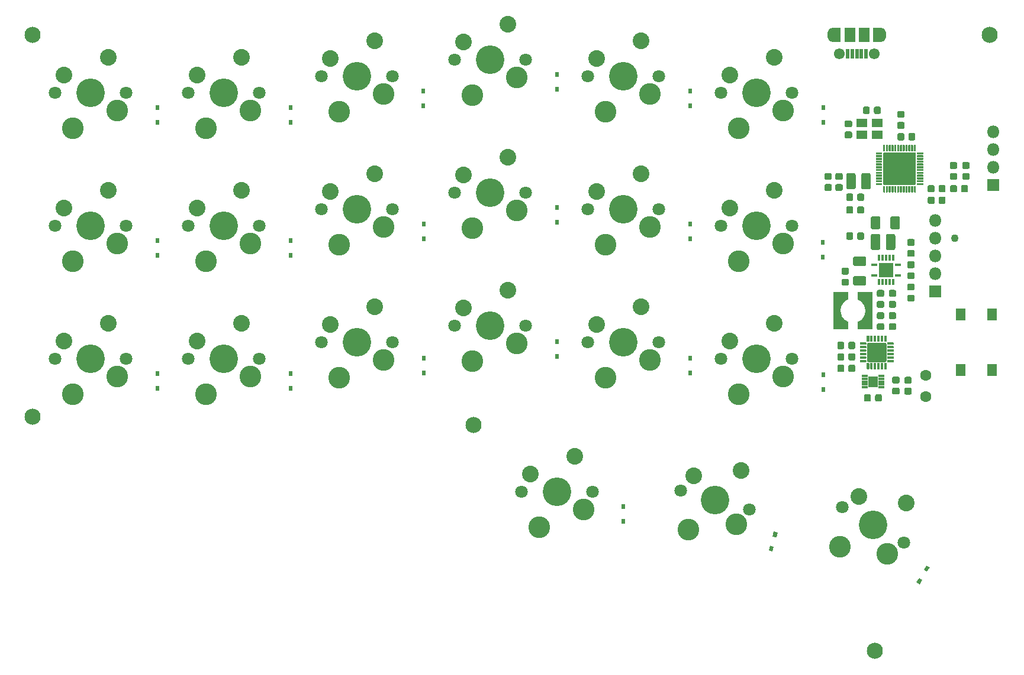
<source format=gbr>
G04 #@! TF.GenerationSoftware,KiCad,Pcbnew,(5.1.5-0-10_14)*
G04 #@! TF.CreationDate,2020-05-04T16:50:39-04:00*
G04 #@! TF.ProjectId,hardware,68617264-7761-4726-952e-6b696361645f,rev?*
G04 #@! TF.SameCoordinates,Original*
G04 #@! TF.FileFunction,Soldermask,Top*
G04 #@! TF.FilePolarity,Negative*
%FSLAX46Y46*%
G04 Gerber Fmt 4.6, Leading zero omitted, Abs format (unit mm)*
G04 Created by KiCad (PCBNEW (5.1.5-0-10_14)) date 2020-05-04 16:50:39*
%MOMM*%
%LPD*%
G04 APERTURE LIST*
%ADD10C,0.100000*%
%ADD11C,1.803400*%
%ADD12C,2.387600*%
%ADD13C,4.089400*%
%ADD14C,3.101600*%
%ADD15R,1.397000X1.498600*%
%ADD16R,0.812800X0.355600*%
%ADD17R,0.551600X0.701600*%
%ADD18R,1.601600X2.001600*%
%ADD19C,1.551600*%
%ADD20R,0.501600X1.451600*%
%ADD21O,1.301600X2.001600*%
%ADD22R,1.301600X2.001600*%
%ADD23R,1.801600X1.801600*%
%ADD24O,1.801600X1.801600*%
%ADD25R,1.401600X1.651600*%
%ADD26R,0.951600X0.381600*%
%ADD27R,0.381600X0.951600*%
%ADD28R,2.151600X2.151600*%
%ADD29R,1.501600X1.301600*%
%ADD30C,2.301600*%
%ADD31C,1.601600*%
%ADD32C,1.101600*%
G04 APERTURE END LIST*
D10*
G36*
X168008017Y-76363547D02*
G01*
X168016549Y-76364813D01*
X168024917Y-76366909D01*
X168033039Y-76369815D01*
X168040837Y-76373503D01*
X168048236Y-76377938D01*
X168055164Y-76383076D01*
X168061556Y-76388869D01*
X168067349Y-76395261D01*
X168072487Y-76402189D01*
X168076922Y-76409588D01*
X168080610Y-76417386D01*
X168083516Y-76425508D01*
X168085612Y-76433876D01*
X168086878Y-76442408D01*
X168087301Y-76451024D01*
X168087301Y-76626824D01*
X168086878Y-76635440D01*
X168085612Y-76643972D01*
X168083516Y-76652340D01*
X168080610Y-76660462D01*
X168076922Y-76668260D01*
X168072487Y-76675659D01*
X168067349Y-76682587D01*
X168061556Y-76688979D01*
X168055164Y-76694772D01*
X168048236Y-76699910D01*
X168040837Y-76704345D01*
X168033039Y-76708033D01*
X168024917Y-76710939D01*
X168016549Y-76713035D01*
X168008017Y-76714301D01*
X167999401Y-76714724D01*
X167248601Y-76714724D01*
X167239985Y-76714301D01*
X167231453Y-76713035D01*
X167223085Y-76710939D01*
X167214963Y-76708033D01*
X167207165Y-76704345D01*
X167199766Y-76699910D01*
X167192838Y-76694772D01*
X167186446Y-76688979D01*
X167180653Y-76682587D01*
X167175515Y-76675659D01*
X167171080Y-76668260D01*
X167167392Y-76660462D01*
X167164486Y-76652340D01*
X167162390Y-76643972D01*
X167161124Y-76635440D01*
X167160701Y-76626824D01*
X167160701Y-76451024D01*
X167161124Y-76442408D01*
X167162390Y-76433876D01*
X167164486Y-76425508D01*
X167167392Y-76417386D01*
X167171080Y-76409588D01*
X167175515Y-76402189D01*
X167180653Y-76395261D01*
X167186446Y-76388869D01*
X167192838Y-76383076D01*
X167199766Y-76377938D01*
X167207165Y-76373503D01*
X167214963Y-76369815D01*
X167223085Y-76366909D01*
X167231453Y-76364813D01*
X167239985Y-76363547D01*
X167248601Y-76363124D01*
X167999401Y-76363124D01*
X168008017Y-76363547D01*
G37*
G36*
X168008017Y-75863547D02*
G01*
X168016549Y-75864813D01*
X168024917Y-75866909D01*
X168033039Y-75869815D01*
X168040837Y-75873503D01*
X168048236Y-75877938D01*
X168055164Y-75883076D01*
X168061556Y-75888869D01*
X168067349Y-75895261D01*
X168072487Y-75902189D01*
X168076922Y-75909588D01*
X168080610Y-75917386D01*
X168083516Y-75925508D01*
X168085612Y-75933876D01*
X168086878Y-75942408D01*
X168087301Y-75951024D01*
X168087301Y-76126824D01*
X168086878Y-76135440D01*
X168085612Y-76143972D01*
X168083516Y-76152340D01*
X168080610Y-76160462D01*
X168076922Y-76168260D01*
X168072487Y-76175659D01*
X168067349Y-76182587D01*
X168061556Y-76188979D01*
X168055164Y-76194772D01*
X168048236Y-76199910D01*
X168040837Y-76204345D01*
X168033039Y-76208033D01*
X168024917Y-76210939D01*
X168016549Y-76213035D01*
X168008017Y-76214301D01*
X167999401Y-76214724D01*
X167248601Y-76214724D01*
X167239985Y-76214301D01*
X167231453Y-76213035D01*
X167223085Y-76210939D01*
X167214963Y-76208033D01*
X167207165Y-76204345D01*
X167199766Y-76199910D01*
X167192838Y-76194772D01*
X167186446Y-76188979D01*
X167180653Y-76182587D01*
X167175515Y-76175659D01*
X167171080Y-76168260D01*
X167167392Y-76160462D01*
X167164486Y-76152340D01*
X167162390Y-76143972D01*
X167161124Y-76135440D01*
X167160701Y-76126824D01*
X167160701Y-75951024D01*
X167161124Y-75942408D01*
X167162390Y-75933876D01*
X167164486Y-75925508D01*
X167167392Y-75917386D01*
X167171080Y-75909588D01*
X167175515Y-75902189D01*
X167180653Y-75895261D01*
X167186446Y-75888869D01*
X167192838Y-75883076D01*
X167199766Y-75877938D01*
X167207165Y-75873503D01*
X167214963Y-75869815D01*
X167223085Y-75866909D01*
X167231453Y-75864813D01*
X167239985Y-75863547D01*
X167248601Y-75863124D01*
X167999401Y-75863124D01*
X168008017Y-75863547D01*
G37*
G36*
X168008017Y-75363547D02*
G01*
X168016549Y-75364813D01*
X168024917Y-75366909D01*
X168033039Y-75369815D01*
X168040837Y-75373503D01*
X168048236Y-75377938D01*
X168055164Y-75383076D01*
X168061556Y-75388869D01*
X168067349Y-75395261D01*
X168072487Y-75402189D01*
X168076922Y-75409588D01*
X168080610Y-75417386D01*
X168083516Y-75425508D01*
X168085612Y-75433876D01*
X168086878Y-75442408D01*
X168087301Y-75451024D01*
X168087301Y-75626824D01*
X168086878Y-75635440D01*
X168085612Y-75643972D01*
X168083516Y-75652340D01*
X168080610Y-75660462D01*
X168076922Y-75668260D01*
X168072487Y-75675659D01*
X168067349Y-75682587D01*
X168061556Y-75688979D01*
X168055164Y-75694772D01*
X168048236Y-75699910D01*
X168040837Y-75704345D01*
X168033039Y-75708033D01*
X168024917Y-75710939D01*
X168016549Y-75713035D01*
X168008017Y-75714301D01*
X167999401Y-75714724D01*
X167248601Y-75714724D01*
X167239985Y-75714301D01*
X167231453Y-75713035D01*
X167223085Y-75710939D01*
X167214963Y-75708033D01*
X167207165Y-75704345D01*
X167199766Y-75699910D01*
X167192838Y-75694772D01*
X167186446Y-75688979D01*
X167180653Y-75682587D01*
X167175515Y-75675659D01*
X167171080Y-75668260D01*
X167167392Y-75660462D01*
X167164486Y-75652340D01*
X167162390Y-75643972D01*
X167161124Y-75635440D01*
X167160701Y-75626824D01*
X167160701Y-75451024D01*
X167161124Y-75442408D01*
X167162390Y-75433876D01*
X167164486Y-75425508D01*
X167167392Y-75417386D01*
X167171080Y-75409588D01*
X167175515Y-75402189D01*
X167180653Y-75395261D01*
X167186446Y-75388869D01*
X167192838Y-75383076D01*
X167199766Y-75377938D01*
X167207165Y-75373503D01*
X167214963Y-75369815D01*
X167223085Y-75366909D01*
X167231453Y-75364813D01*
X167239985Y-75363547D01*
X167248601Y-75363124D01*
X167999401Y-75363124D01*
X168008017Y-75363547D01*
G37*
G36*
X168008017Y-74863547D02*
G01*
X168016549Y-74864813D01*
X168024917Y-74866909D01*
X168033039Y-74869815D01*
X168040837Y-74873503D01*
X168048236Y-74877938D01*
X168055164Y-74883076D01*
X168061556Y-74888869D01*
X168067349Y-74895261D01*
X168072487Y-74902189D01*
X168076922Y-74909588D01*
X168080610Y-74917386D01*
X168083516Y-74925508D01*
X168085612Y-74933876D01*
X168086878Y-74942408D01*
X168087301Y-74951024D01*
X168087301Y-75126824D01*
X168086878Y-75135440D01*
X168085612Y-75143972D01*
X168083516Y-75152340D01*
X168080610Y-75160462D01*
X168076922Y-75168260D01*
X168072487Y-75175659D01*
X168067349Y-75182587D01*
X168061556Y-75188979D01*
X168055164Y-75194772D01*
X168048236Y-75199910D01*
X168040837Y-75204345D01*
X168033039Y-75208033D01*
X168024917Y-75210939D01*
X168016549Y-75213035D01*
X168008017Y-75214301D01*
X167999401Y-75214724D01*
X167248601Y-75214724D01*
X167239985Y-75214301D01*
X167231453Y-75213035D01*
X167223085Y-75210939D01*
X167214963Y-75208033D01*
X167207165Y-75204345D01*
X167199766Y-75199910D01*
X167192838Y-75194772D01*
X167186446Y-75188979D01*
X167180653Y-75182587D01*
X167175515Y-75175659D01*
X167171080Y-75168260D01*
X167167392Y-75160462D01*
X167164486Y-75152340D01*
X167162390Y-75143972D01*
X167161124Y-75135440D01*
X167160701Y-75126824D01*
X167160701Y-74951024D01*
X167161124Y-74942408D01*
X167162390Y-74933876D01*
X167164486Y-74925508D01*
X167167392Y-74917386D01*
X167171080Y-74909588D01*
X167175515Y-74902189D01*
X167180653Y-74895261D01*
X167186446Y-74888869D01*
X167192838Y-74883076D01*
X167199766Y-74877938D01*
X167207165Y-74873503D01*
X167214963Y-74869815D01*
X167223085Y-74866909D01*
X167231453Y-74864813D01*
X167239985Y-74863547D01*
X167248601Y-74863124D01*
X167999401Y-74863124D01*
X168008017Y-74863547D01*
G37*
G36*
X168008017Y-74363547D02*
G01*
X168016549Y-74364813D01*
X168024917Y-74366909D01*
X168033039Y-74369815D01*
X168040837Y-74373503D01*
X168048236Y-74377938D01*
X168055164Y-74383076D01*
X168061556Y-74388869D01*
X168067349Y-74395261D01*
X168072487Y-74402189D01*
X168076922Y-74409588D01*
X168080610Y-74417386D01*
X168083516Y-74425508D01*
X168085612Y-74433876D01*
X168086878Y-74442408D01*
X168087301Y-74451024D01*
X168087301Y-74626824D01*
X168086878Y-74635440D01*
X168085612Y-74643972D01*
X168083516Y-74652340D01*
X168080610Y-74660462D01*
X168076922Y-74668260D01*
X168072487Y-74675659D01*
X168067349Y-74682587D01*
X168061556Y-74688979D01*
X168055164Y-74694772D01*
X168048236Y-74699910D01*
X168040837Y-74704345D01*
X168033039Y-74708033D01*
X168024917Y-74710939D01*
X168016549Y-74713035D01*
X168008017Y-74714301D01*
X167999401Y-74714724D01*
X167248601Y-74714724D01*
X167239985Y-74714301D01*
X167231453Y-74713035D01*
X167223085Y-74710939D01*
X167214963Y-74708033D01*
X167207165Y-74704345D01*
X167199766Y-74699910D01*
X167192838Y-74694772D01*
X167186446Y-74688979D01*
X167180653Y-74682587D01*
X167175515Y-74675659D01*
X167171080Y-74668260D01*
X167167392Y-74660462D01*
X167164486Y-74652340D01*
X167162390Y-74643972D01*
X167161124Y-74635440D01*
X167160701Y-74626824D01*
X167160701Y-74451024D01*
X167161124Y-74442408D01*
X167162390Y-74433876D01*
X167164486Y-74425508D01*
X167167392Y-74417386D01*
X167171080Y-74409588D01*
X167175515Y-74402189D01*
X167180653Y-74395261D01*
X167186446Y-74388869D01*
X167192838Y-74383076D01*
X167199766Y-74377938D01*
X167207165Y-74373503D01*
X167214963Y-74369815D01*
X167223085Y-74366909D01*
X167231453Y-74364813D01*
X167239985Y-74363547D01*
X167248601Y-74363124D01*
X167999401Y-74363124D01*
X168008017Y-74363547D01*
G37*
G36*
X168008017Y-73863547D02*
G01*
X168016549Y-73864813D01*
X168024917Y-73866909D01*
X168033039Y-73869815D01*
X168040837Y-73873503D01*
X168048236Y-73877938D01*
X168055164Y-73883076D01*
X168061556Y-73888869D01*
X168067349Y-73895261D01*
X168072487Y-73902189D01*
X168076922Y-73909588D01*
X168080610Y-73917386D01*
X168083516Y-73925508D01*
X168085612Y-73933876D01*
X168086878Y-73942408D01*
X168087301Y-73951024D01*
X168087301Y-74126824D01*
X168086878Y-74135440D01*
X168085612Y-74143972D01*
X168083516Y-74152340D01*
X168080610Y-74160462D01*
X168076922Y-74168260D01*
X168072487Y-74175659D01*
X168067349Y-74182587D01*
X168061556Y-74188979D01*
X168055164Y-74194772D01*
X168048236Y-74199910D01*
X168040837Y-74204345D01*
X168033039Y-74208033D01*
X168024917Y-74210939D01*
X168016549Y-74213035D01*
X168008017Y-74214301D01*
X167999401Y-74214724D01*
X167248601Y-74214724D01*
X167239985Y-74214301D01*
X167231453Y-74213035D01*
X167223085Y-74210939D01*
X167214963Y-74208033D01*
X167207165Y-74204345D01*
X167199766Y-74199910D01*
X167192838Y-74194772D01*
X167186446Y-74188979D01*
X167180653Y-74182587D01*
X167175515Y-74175659D01*
X167171080Y-74168260D01*
X167167392Y-74160462D01*
X167164486Y-74152340D01*
X167162390Y-74143972D01*
X167161124Y-74135440D01*
X167160701Y-74126824D01*
X167160701Y-73951024D01*
X167161124Y-73942408D01*
X167162390Y-73933876D01*
X167164486Y-73925508D01*
X167167392Y-73917386D01*
X167171080Y-73909588D01*
X167175515Y-73902189D01*
X167180653Y-73895261D01*
X167186446Y-73888869D01*
X167192838Y-73883076D01*
X167199766Y-73877938D01*
X167207165Y-73873503D01*
X167214963Y-73869815D01*
X167223085Y-73866909D01*
X167231453Y-73864813D01*
X167239985Y-73863547D01*
X167248601Y-73863124D01*
X167999401Y-73863124D01*
X168008017Y-73863547D01*
G37*
G36*
X168433017Y-72863547D02*
G01*
X168441549Y-72864813D01*
X168449917Y-72866909D01*
X168458039Y-72869815D01*
X168465837Y-72873503D01*
X168473236Y-72877938D01*
X168480164Y-72883076D01*
X168486556Y-72888869D01*
X168492349Y-72895261D01*
X168497487Y-72902189D01*
X168501922Y-72909588D01*
X168505610Y-72917386D01*
X168508516Y-72925508D01*
X168510612Y-72933876D01*
X168511878Y-72942408D01*
X168512301Y-72951024D01*
X168512301Y-73701824D01*
X168511878Y-73710440D01*
X168510612Y-73718972D01*
X168508516Y-73727340D01*
X168505610Y-73735462D01*
X168501922Y-73743260D01*
X168497487Y-73750659D01*
X168492349Y-73757587D01*
X168486556Y-73763979D01*
X168480164Y-73769772D01*
X168473236Y-73774910D01*
X168465837Y-73779345D01*
X168458039Y-73783033D01*
X168449917Y-73785939D01*
X168441549Y-73788035D01*
X168433017Y-73789301D01*
X168424401Y-73789724D01*
X168248601Y-73789724D01*
X168239985Y-73789301D01*
X168231453Y-73788035D01*
X168223085Y-73785939D01*
X168214963Y-73783033D01*
X168207165Y-73779345D01*
X168199766Y-73774910D01*
X168192838Y-73769772D01*
X168186446Y-73763979D01*
X168180653Y-73757587D01*
X168175515Y-73750659D01*
X168171080Y-73743260D01*
X168167392Y-73735462D01*
X168164486Y-73727340D01*
X168162390Y-73718972D01*
X168161124Y-73710440D01*
X168160701Y-73701824D01*
X168160701Y-72951024D01*
X168161124Y-72942408D01*
X168162390Y-72933876D01*
X168164486Y-72925508D01*
X168167392Y-72917386D01*
X168171080Y-72909588D01*
X168175515Y-72902189D01*
X168180653Y-72895261D01*
X168186446Y-72888869D01*
X168192838Y-72883076D01*
X168199766Y-72877938D01*
X168207165Y-72873503D01*
X168214963Y-72869815D01*
X168223085Y-72866909D01*
X168231453Y-72864813D01*
X168239985Y-72863547D01*
X168248601Y-72863124D01*
X168424401Y-72863124D01*
X168433017Y-72863547D01*
G37*
G36*
X168933017Y-72863547D02*
G01*
X168941549Y-72864813D01*
X168949917Y-72866909D01*
X168958039Y-72869815D01*
X168965837Y-72873503D01*
X168973236Y-72877938D01*
X168980164Y-72883076D01*
X168986556Y-72888869D01*
X168992349Y-72895261D01*
X168997487Y-72902189D01*
X169001922Y-72909588D01*
X169005610Y-72917386D01*
X169008516Y-72925508D01*
X169010612Y-72933876D01*
X169011878Y-72942408D01*
X169012301Y-72951024D01*
X169012301Y-73701824D01*
X169011878Y-73710440D01*
X169010612Y-73718972D01*
X169008516Y-73727340D01*
X169005610Y-73735462D01*
X169001922Y-73743260D01*
X168997487Y-73750659D01*
X168992349Y-73757587D01*
X168986556Y-73763979D01*
X168980164Y-73769772D01*
X168973236Y-73774910D01*
X168965837Y-73779345D01*
X168958039Y-73783033D01*
X168949917Y-73785939D01*
X168941549Y-73788035D01*
X168933017Y-73789301D01*
X168924401Y-73789724D01*
X168748601Y-73789724D01*
X168739985Y-73789301D01*
X168731453Y-73788035D01*
X168723085Y-73785939D01*
X168714963Y-73783033D01*
X168707165Y-73779345D01*
X168699766Y-73774910D01*
X168692838Y-73769772D01*
X168686446Y-73763979D01*
X168680653Y-73757587D01*
X168675515Y-73750659D01*
X168671080Y-73743260D01*
X168667392Y-73735462D01*
X168664486Y-73727340D01*
X168662390Y-73718972D01*
X168661124Y-73710440D01*
X168660701Y-73701824D01*
X168660701Y-72951024D01*
X168661124Y-72942408D01*
X168662390Y-72933876D01*
X168664486Y-72925508D01*
X168667392Y-72917386D01*
X168671080Y-72909588D01*
X168675515Y-72902189D01*
X168680653Y-72895261D01*
X168686446Y-72888869D01*
X168692838Y-72883076D01*
X168699766Y-72877938D01*
X168707165Y-72873503D01*
X168714963Y-72869815D01*
X168723085Y-72866909D01*
X168731453Y-72864813D01*
X168739985Y-72863547D01*
X168748601Y-72863124D01*
X168924401Y-72863124D01*
X168933017Y-72863547D01*
G37*
G36*
X169433017Y-72863547D02*
G01*
X169441549Y-72864813D01*
X169449917Y-72866909D01*
X169458039Y-72869815D01*
X169465837Y-72873503D01*
X169473236Y-72877938D01*
X169480164Y-72883076D01*
X169486556Y-72888869D01*
X169492349Y-72895261D01*
X169497487Y-72902189D01*
X169501922Y-72909588D01*
X169505610Y-72917386D01*
X169508516Y-72925508D01*
X169510612Y-72933876D01*
X169511878Y-72942408D01*
X169512301Y-72951024D01*
X169512301Y-73701824D01*
X169511878Y-73710440D01*
X169510612Y-73718972D01*
X169508516Y-73727340D01*
X169505610Y-73735462D01*
X169501922Y-73743260D01*
X169497487Y-73750659D01*
X169492349Y-73757587D01*
X169486556Y-73763979D01*
X169480164Y-73769772D01*
X169473236Y-73774910D01*
X169465837Y-73779345D01*
X169458039Y-73783033D01*
X169449917Y-73785939D01*
X169441549Y-73788035D01*
X169433017Y-73789301D01*
X169424401Y-73789724D01*
X169248601Y-73789724D01*
X169239985Y-73789301D01*
X169231453Y-73788035D01*
X169223085Y-73785939D01*
X169214963Y-73783033D01*
X169207165Y-73779345D01*
X169199766Y-73774910D01*
X169192838Y-73769772D01*
X169186446Y-73763979D01*
X169180653Y-73757587D01*
X169175515Y-73750659D01*
X169171080Y-73743260D01*
X169167392Y-73735462D01*
X169164486Y-73727340D01*
X169162390Y-73718972D01*
X169161124Y-73710440D01*
X169160701Y-73701824D01*
X169160701Y-72951024D01*
X169161124Y-72942408D01*
X169162390Y-72933876D01*
X169164486Y-72925508D01*
X169167392Y-72917386D01*
X169171080Y-72909588D01*
X169175515Y-72902189D01*
X169180653Y-72895261D01*
X169186446Y-72888869D01*
X169192838Y-72883076D01*
X169199766Y-72877938D01*
X169207165Y-72873503D01*
X169214963Y-72869815D01*
X169223085Y-72866909D01*
X169231453Y-72864813D01*
X169239985Y-72863547D01*
X169248601Y-72863124D01*
X169424401Y-72863124D01*
X169433017Y-72863547D01*
G37*
G36*
X169933017Y-72863547D02*
G01*
X169941549Y-72864813D01*
X169949917Y-72866909D01*
X169958039Y-72869815D01*
X169965837Y-72873503D01*
X169973236Y-72877938D01*
X169980164Y-72883076D01*
X169986556Y-72888869D01*
X169992349Y-72895261D01*
X169997487Y-72902189D01*
X170001922Y-72909588D01*
X170005610Y-72917386D01*
X170008516Y-72925508D01*
X170010612Y-72933876D01*
X170011878Y-72942408D01*
X170012301Y-72951024D01*
X170012301Y-73701824D01*
X170011878Y-73710440D01*
X170010612Y-73718972D01*
X170008516Y-73727340D01*
X170005610Y-73735462D01*
X170001922Y-73743260D01*
X169997487Y-73750659D01*
X169992349Y-73757587D01*
X169986556Y-73763979D01*
X169980164Y-73769772D01*
X169973236Y-73774910D01*
X169965837Y-73779345D01*
X169958039Y-73783033D01*
X169949917Y-73785939D01*
X169941549Y-73788035D01*
X169933017Y-73789301D01*
X169924401Y-73789724D01*
X169748601Y-73789724D01*
X169739985Y-73789301D01*
X169731453Y-73788035D01*
X169723085Y-73785939D01*
X169714963Y-73783033D01*
X169707165Y-73779345D01*
X169699766Y-73774910D01*
X169692838Y-73769772D01*
X169686446Y-73763979D01*
X169680653Y-73757587D01*
X169675515Y-73750659D01*
X169671080Y-73743260D01*
X169667392Y-73735462D01*
X169664486Y-73727340D01*
X169662390Y-73718972D01*
X169661124Y-73710440D01*
X169660701Y-73701824D01*
X169660701Y-72951024D01*
X169661124Y-72942408D01*
X169662390Y-72933876D01*
X169664486Y-72925508D01*
X169667392Y-72917386D01*
X169671080Y-72909588D01*
X169675515Y-72902189D01*
X169680653Y-72895261D01*
X169686446Y-72888869D01*
X169692838Y-72883076D01*
X169699766Y-72877938D01*
X169707165Y-72873503D01*
X169714963Y-72869815D01*
X169723085Y-72866909D01*
X169731453Y-72864813D01*
X169739985Y-72863547D01*
X169748601Y-72863124D01*
X169924401Y-72863124D01*
X169933017Y-72863547D01*
G37*
G36*
X170433017Y-72863547D02*
G01*
X170441549Y-72864813D01*
X170449917Y-72866909D01*
X170458039Y-72869815D01*
X170465837Y-72873503D01*
X170473236Y-72877938D01*
X170480164Y-72883076D01*
X170486556Y-72888869D01*
X170492349Y-72895261D01*
X170497487Y-72902189D01*
X170501922Y-72909588D01*
X170505610Y-72917386D01*
X170508516Y-72925508D01*
X170510612Y-72933876D01*
X170511878Y-72942408D01*
X170512301Y-72951024D01*
X170512301Y-73701824D01*
X170511878Y-73710440D01*
X170510612Y-73718972D01*
X170508516Y-73727340D01*
X170505610Y-73735462D01*
X170501922Y-73743260D01*
X170497487Y-73750659D01*
X170492349Y-73757587D01*
X170486556Y-73763979D01*
X170480164Y-73769772D01*
X170473236Y-73774910D01*
X170465837Y-73779345D01*
X170458039Y-73783033D01*
X170449917Y-73785939D01*
X170441549Y-73788035D01*
X170433017Y-73789301D01*
X170424401Y-73789724D01*
X170248601Y-73789724D01*
X170239985Y-73789301D01*
X170231453Y-73788035D01*
X170223085Y-73785939D01*
X170214963Y-73783033D01*
X170207165Y-73779345D01*
X170199766Y-73774910D01*
X170192838Y-73769772D01*
X170186446Y-73763979D01*
X170180653Y-73757587D01*
X170175515Y-73750659D01*
X170171080Y-73743260D01*
X170167392Y-73735462D01*
X170164486Y-73727340D01*
X170162390Y-73718972D01*
X170161124Y-73710440D01*
X170160701Y-73701824D01*
X170160701Y-72951024D01*
X170161124Y-72942408D01*
X170162390Y-72933876D01*
X170164486Y-72925508D01*
X170167392Y-72917386D01*
X170171080Y-72909588D01*
X170175515Y-72902189D01*
X170180653Y-72895261D01*
X170186446Y-72888869D01*
X170192838Y-72883076D01*
X170199766Y-72877938D01*
X170207165Y-72873503D01*
X170214963Y-72869815D01*
X170223085Y-72866909D01*
X170231453Y-72864813D01*
X170239985Y-72863547D01*
X170248601Y-72863124D01*
X170424401Y-72863124D01*
X170433017Y-72863547D01*
G37*
G36*
X170933017Y-72863547D02*
G01*
X170941549Y-72864813D01*
X170949917Y-72866909D01*
X170958039Y-72869815D01*
X170965837Y-72873503D01*
X170973236Y-72877938D01*
X170980164Y-72883076D01*
X170986556Y-72888869D01*
X170992349Y-72895261D01*
X170997487Y-72902189D01*
X171001922Y-72909588D01*
X171005610Y-72917386D01*
X171008516Y-72925508D01*
X171010612Y-72933876D01*
X171011878Y-72942408D01*
X171012301Y-72951024D01*
X171012301Y-73701824D01*
X171011878Y-73710440D01*
X171010612Y-73718972D01*
X171008516Y-73727340D01*
X171005610Y-73735462D01*
X171001922Y-73743260D01*
X170997487Y-73750659D01*
X170992349Y-73757587D01*
X170986556Y-73763979D01*
X170980164Y-73769772D01*
X170973236Y-73774910D01*
X170965837Y-73779345D01*
X170958039Y-73783033D01*
X170949917Y-73785939D01*
X170941549Y-73788035D01*
X170933017Y-73789301D01*
X170924401Y-73789724D01*
X170748601Y-73789724D01*
X170739985Y-73789301D01*
X170731453Y-73788035D01*
X170723085Y-73785939D01*
X170714963Y-73783033D01*
X170707165Y-73779345D01*
X170699766Y-73774910D01*
X170692838Y-73769772D01*
X170686446Y-73763979D01*
X170680653Y-73757587D01*
X170675515Y-73750659D01*
X170671080Y-73743260D01*
X170667392Y-73735462D01*
X170664486Y-73727340D01*
X170662390Y-73718972D01*
X170661124Y-73710440D01*
X170660701Y-73701824D01*
X170660701Y-72951024D01*
X170661124Y-72942408D01*
X170662390Y-72933876D01*
X170664486Y-72925508D01*
X170667392Y-72917386D01*
X170671080Y-72909588D01*
X170675515Y-72902189D01*
X170680653Y-72895261D01*
X170686446Y-72888869D01*
X170692838Y-72883076D01*
X170699766Y-72877938D01*
X170707165Y-72873503D01*
X170714963Y-72869815D01*
X170723085Y-72866909D01*
X170731453Y-72864813D01*
X170739985Y-72863547D01*
X170748601Y-72863124D01*
X170924401Y-72863124D01*
X170933017Y-72863547D01*
G37*
G36*
X171933017Y-73863547D02*
G01*
X171941549Y-73864813D01*
X171949917Y-73866909D01*
X171958039Y-73869815D01*
X171965837Y-73873503D01*
X171973236Y-73877938D01*
X171980164Y-73883076D01*
X171986556Y-73888869D01*
X171992349Y-73895261D01*
X171997487Y-73902189D01*
X172001922Y-73909588D01*
X172005610Y-73917386D01*
X172008516Y-73925508D01*
X172010612Y-73933876D01*
X172011878Y-73942408D01*
X172012301Y-73951024D01*
X172012301Y-74126824D01*
X172011878Y-74135440D01*
X172010612Y-74143972D01*
X172008516Y-74152340D01*
X172005610Y-74160462D01*
X172001922Y-74168260D01*
X171997487Y-74175659D01*
X171992349Y-74182587D01*
X171986556Y-74188979D01*
X171980164Y-74194772D01*
X171973236Y-74199910D01*
X171965837Y-74204345D01*
X171958039Y-74208033D01*
X171949917Y-74210939D01*
X171941549Y-74213035D01*
X171933017Y-74214301D01*
X171924401Y-74214724D01*
X171173601Y-74214724D01*
X171164985Y-74214301D01*
X171156453Y-74213035D01*
X171148085Y-74210939D01*
X171139963Y-74208033D01*
X171132165Y-74204345D01*
X171124766Y-74199910D01*
X171117838Y-74194772D01*
X171111446Y-74188979D01*
X171105653Y-74182587D01*
X171100515Y-74175659D01*
X171096080Y-74168260D01*
X171092392Y-74160462D01*
X171089486Y-74152340D01*
X171087390Y-74143972D01*
X171086124Y-74135440D01*
X171085701Y-74126824D01*
X171085701Y-73951024D01*
X171086124Y-73942408D01*
X171087390Y-73933876D01*
X171089486Y-73925508D01*
X171092392Y-73917386D01*
X171096080Y-73909588D01*
X171100515Y-73902189D01*
X171105653Y-73895261D01*
X171111446Y-73888869D01*
X171117838Y-73883076D01*
X171124766Y-73877938D01*
X171132165Y-73873503D01*
X171139963Y-73869815D01*
X171148085Y-73866909D01*
X171156453Y-73864813D01*
X171164985Y-73863547D01*
X171173601Y-73863124D01*
X171924401Y-73863124D01*
X171933017Y-73863547D01*
G37*
G36*
X171933017Y-74363547D02*
G01*
X171941549Y-74364813D01*
X171949917Y-74366909D01*
X171958039Y-74369815D01*
X171965837Y-74373503D01*
X171973236Y-74377938D01*
X171980164Y-74383076D01*
X171986556Y-74388869D01*
X171992349Y-74395261D01*
X171997487Y-74402189D01*
X172001922Y-74409588D01*
X172005610Y-74417386D01*
X172008516Y-74425508D01*
X172010612Y-74433876D01*
X172011878Y-74442408D01*
X172012301Y-74451024D01*
X172012301Y-74626824D01*
X172011878Y-74635440D01*
X172010612Y-74643972D01*
X172008516Y-74652340D01*
X172005610Y-74660462D01*
X172001922Y-74668260D01*
X171997487Y-74675659D01*
X171992349Y-74682587D01*
X171986556Y-74688979D01*
X171980164Y-74694772D01*
X171973236Y-74699910D01*
X171965837Y-74704345D01*
X171958039Y-74708033D01*
X171949917Y-74710939D01*
X171941549Y-74713035D01*
X171933017Y-74714301D01*
X171924401Y-74714724D01*
X171173601Y-74714724D01*
X171164985Y-74714301D01*
X171156453Y-74713035D01*
X171148085Y-74710939D01*
X171139963Y-74708033D01*
X171132165Y-74704345D01*
X171124766Y-74699910D01*
X171117838Y-74694772D01*
X171111446Y-74688979D01*
X171105653Y-74682587D01*
X171100515Y-74675659D01*
X171096080Y-74668260D01*
X171092392Y-74660462D01*
X171089486Y-74652340D01*
X171087390Y-74643972D01*
X171086124Y-74635440D01*
X171085701Y-74626824D01*
X171085701Y-74451024D01*
X171086124Y-74442408D01*
X171087390Y-74433876D01*
X171089486Y-74425508D01*
X171092392Y-74417386D01*
X171096080Y-74409588D01*
X171100515Y-74402189D01*
X171105653Y-74395261D01*
X171111446Y-74388869D01*
X171117838Y-74383076D01*
X171124766Y-74377938D01*
X171132165Y-74373503D01*
X171139963Y-74369815D01*
X171148085Y-74366909D01*
X171156453Y-74364813D01*
X171164985Y-74363547D01*
X171173601Y-74363124D01*
X171924401Y-74363124D01*
X171933017Y-74363547D01*
G37*
G36*
X171933017Y-74863547D02*
G01*
X171941549Y-74864813D01*
X171949917Y-74866909D01*
X171958039Y-74869815D01*
X171965837Y-74873503D01*
X171973236Y-74877938D01*
X171980164Y-74883076D01*
X171986556Y-74888869D01*
X171992349Y-74895261D01*
X171997487Y-74902189D01*
X172001922Y-74909588D01*
X172005610Y-74917386D01*
X172008516Y-74925508D01*
X172010612Y-74933876D01*
X172011878Y-74942408D01*
X172012301Y-74951024D01*
X172012301Y-75126824D01*
X172011878Y-75135440D01*
X172010612Y-75143972D01*
X172008516Y-75152340D01*
X172005610Y-75160462D01*
X172001922Y-75168260D01*
X171997487Y-75175659D01*
X171992349Y-75182587D01*
X171986556Y-75188979D01*
X171980164Y-75194772D01*
X171973236Y-75199910D01*
X171965837Y-75204345D01*
X171958039Y-75208033D01*
X171949917Y-75210939D01*
X171941549Y-75213035D01*
X171933017Y-75214301D01*
X171924401Y-75214724D01*
X171173601Y-75214724D01*
X171164985Y-75214301D01*
X171156453Y-75213035D01*
X171148085Y-75210939D01*
X171139963Y-75208033D01*
X171132165Y-75204345D01*
X171124766Y-75199910D01*
X171117838Y-75194772D01*
X171111446Y-75188979D01*
X171105653Y-75182587D01*
X171100515Y-75175659D01*
X171096080Y-75168260D01*
X171092392Y-75160462D01*
X171089486Y-75152340D01*
X171087390Y-75143972D01*
X171086124Y-75135440D01*
X171085701Y-75126824D01*
X171085701Y-74951024D01*
X171086124Y-74942408D01*
X171087390Y-74933876D01*
X171089486Y-74925508D01*
X171092392Y-74917386D01*
X171096080Y-74909588D01*
X171100515Y-74902189D01*
X171105653Y-74895261D01*
X171111446Y-74888869D01*
X171117838Y-74883076D01*
X171124766Y-74877938D01*
X171132165Y-74873503D01*
X171139963Y-74869815D01*
X171148085Y-74866909D01*
X171156453Y-74864813D01*
X171164985Y-74863547D01*
X171173601Y-74863124D01*
X171924401Y-74863124D01*
X171933017Y-74863547D01*
G37*
G36*
X171933017Y-75363547D02*
G01*
X171941549Y-75364813D01*
X171949917Y-75366909D01*
X171958039Y-75369815D01*
X171965837Y-75373503D01*
X171973236Y-75377938D01*
X171980164Y-75383076D01*
X171986556Y-75388869D01*
X171992349Y-75395261D01*
X171997487Y-75402189D01*
X172001922Y-75409588D01*
X172005610Y-75417386D01*
X172008516Y-75425508D01*
X172010612Y-75433876D01*
X172011878Y-75442408D01*
X172012301Y-75451024D01*
X172012301Y-75626824D01*
X172011878Y-75635440D01*
X172010612Y-75643972D01*
X172008516Y-75652340D01*
X172005610Y-75660462D01*
X172001922Y-75668260D01*
X171997487Y-75675659D01*
X171992349Y-75682587D01*
X171986556Y-75688979D01*
X171980164Y-75694772D01*
X171973236Y-75699910D01*
X171965837Y-75704345D01*
X171958039Y-75708033D01*
X171949917Y-75710939D01*
X171941549Y-75713035D01*
X171933017Y-75714301D01*
X171924401Y-75714724D01*
X171173601Y-75714724D01*
X171164985Y-75714301D01*
X171156453Y-75713035D01*
X171148085Y-75710939D01*
X171139963Y-75708033D01*
X171132165Y-75704345D01*
X171124766Y-75699910D01*
X171117838Y-75694772D01*
X171111446Y-75688979D01*
X171105653Y-75682587D01*
X171100515Y-75675659D01*
X171096080Y-75668260D01*
X171092392Y-75660462D01*
X171089486Y-75652340D01*
X171087390Y-75643972D01*
X171086124Y-75635440D01*
X171085701Y-75626824D01*
X171085701Y-75451024D01*
X171086124Y-75442408D01*
X171087390Y-75433876D01*
X171089486Y-75425508D01*
X171092392Y-75417386D01*
X171096080Y-75409588D01*
X171100515Y-75402189D01*
X171105653Y-75395261D01*
X171111446Y-75388869D01*
X171117838Y-75383076D01*
X171124766Y-75377938D01*
X171132165Y-75373503D01*
X171139963Y-75369815D01*
X171148085Y-75366909D01*
X171156453Y-75364813D01*
X171164985Y-75363547D01*
X171173601Y-75363124D01*
X171924401Y-75363124D01*
X171933017Y-75363547D01*
G37*
G36*
X171933017Y-75863547D02*
G01*
X171941549Y-75864813D01*
X171949917Y-75866909D01*
X171958039Y-75869815D01*
X171965837Y-75873503D01*
X171973236Y-75877938D01*
X171980164Y-75883076D01*
X171986556Y-75888869D01*
X171992349Y-75895261D01*
X171997487Y-75902189D01*
X172001922Y-75909588D01*
X172005610Y-75917386D01*
X172008516Y-75925508D01*
X172010612Y-75933876D01*
X172011878Y-75942408D01*
X172012301Y-75951024D01*
X172012301Y-76126824D01*
X172011878Y-76135440D01*
X172010612Y-76143972D01*
X172008516Y-76152340D01*
X172005610Y-76160462D01*
X172001922Y-76168260D01*
X171997487Y-76175659D01*
X171992349Y-76182587D01*
X171986556Y-76188979D01*
X171980164Y-76194772D01*
X171973236Y-76199910D01*
X171965837Y-76204345D01*
X171958039Y-76208033D01*
X171949917Y-76210939D01*
X171941549Y-76213035D01*
X171933017Y-76214301D01*
X171924401Y-76214724D01*
X171173601Y-76214724D01*
X171164985Y-76214301D01*
X171156453Y-76213035D01*
X171148085Y-76210939D01*
X171139963Y-76208033D01*
X171132165Y-76204345D01*
X171124766Y-76199910D01*
X171117838Y-76194772D01*
X171111446Y-76188979D01*
X171105653Y-76182587D01*
X171100515Y-76175659D01*
X171096080Y-76168260D01*
X171092392Y-76160462D01*
X171089486Y-76152340D01*
X171087390Y-76143972D01*
X171086124Y-76135440D01*
X171085701Y-76126824D01*
X171085701Y-75951024D01*
X171086124Y-75942408D01*
X171087390Y-75933876D01*
X171089486Y-75925508D01*
X171092392Y-75917386D01*
X171096080Y-75909588D01*
X171100515Y-75902189D01*
X171105653Y-75895261D01*
X171111446Y-75888869D01*
X171117838Y-75883076D01*
X171124766Y-75877938D01*
X171132165Y-75873503D01*
X171139963Y-75869815D01*
X171148085Y-75866909D01*
X171156453Y-75864813D01*
X171164985Y-75863547D01*
X171173601Y-75863124D01*
X171924401Y-75863124D01*
X171933017Y-75863547D01*
G37*
G36*
X171933017Y-76363547D02*
G01*
X171941549Y-76364813D01*
X171949917Y-76366909D01*
X171958039Y-76369815D01*
X171965837Y-76373503D01*
X171973236Y-76377938D01*
X171980164Y-76383076D01*
X171986556Y-76388869D01*
X171992349Y-76395261D01*
X171997487Y-76402189D01*
X172001922Y-76409588D01*
X172005610Y-76417386D01*
X172008516Y-76425508D01*
X172010612Y-76433876D01*
X172011878Y-76442408D01*
X172012301Y-76451024D01*
X172012301Y-76626824D01*
X172011878Y-76635440D01*
X172010612Y-76643972D01*
X172008516Y-76652340D01*
X172005610Y-76660462D01*
X172001922Y-76668260D01*
X171997487Y-76675659D01*
X171992349Y-76682587D01*
X171986556Y-76688979D01*
X171980164Y-76694772D01*
X171973236Y-76699910D01*
X171965837Y-76704345D01*
X171958039Y-76708033D01*
X171949917Y-76710939D01*
X171941549Y-76713035D01*
X171933017Y-76714301D01*
X171924401Y-76714724D01*
X171173601Y-76714724D01*
X171164985Y-76714301D01*
X171156453Y-76713035D01*
X171148085Y-76710939D01*
X171139963Y-76708033D01*
X171132165Y-76704345D01*
X171124766Y-76699910D01*
X171117838Y-76694772D01*
X171111446Y-76688979D01*
X171105653Y-76682587D01*
X171100515Y-76675659D01*
X171096080Y-76668260D01*
X171092392Y-76660462D01*
X171089486Y-76652340D01*
X171087390Y-76643972D01*
X171086124Y-76635440D01*
X171085701Y-76626824D01*
X171085701Y-76451024D01*
X171086124Y-76442408D01*
X171087390Y-76433876D01*
X171089486Y-76425508D01*
X171092392Y-76417386D01*
X171096080Y-76409588D01*
X171100515Y-76402189D01*
X171105653Y-76395261D01*
X171111446Y-76388869D01*
X171117838Y-76383076D01*
X171124766Y-76377938D01*
X171132165Y-76373503D01*
X171139963Y-76369815D01*
X171148085Y-76366909D01*
X171156453Y-76364813D01*
X171164985Y-76363547D01*
X171173601Y-76363124D01*
X171924401Y-76363124D01*
X171933017Y-76363547D01*
G37*
G36*
X170933017Y-76788547D02*
G01*
X170941549Y-76789813D01*
X170949917Y-76791909D01*
X170958039Y-76794815D01*
X170965837Y-76798503D01*
X170973236Y-76802938D01*
X170980164Y-76808076D01*
X170986556Y-76813869D01*
X170992349Y-76820261D01*
X170997487Y-76827189D01*
X171001922Y-76834588D01*
X171005610Y-76842386D01*
X171008516Y-76850508D01*
X171010612Y-76858876D01*
X171011878Y-76867408D01*
X171012301Y-76876024D01*
X171012301Y-77626824D01*
X171011878Y-77635440D01*
X171010612Y-77643972D01*
X171008516Y-77652340D01*
X171005610Y-77660462D01*
X171001922Y-77668260D01*
X170997487Y-77675659D01*
X170992349Y-77682587D01*
X170986556Y-77688979D01*
X170980164Y-77694772D01*
X170973236Y-77699910D01*
X170965837Y-77704345D01*
X170958039Y-77708033D01*
X170949917Y-77710939D01*
X170941549Y-77713035D01*
X170933017Y-77714301D01*
X170924401Y-77714724D01*
X170748601Y-77714724D01*
X170739985Y-77714301D01*
X170731453Y-77713035D01*
X170723085Y-77710939D01*
X170714963Y-77708033D01*
X170707165Y-77704345D01*
X170699766Y-77699910D01*
X170692838Y-77694772D01*
X170686446Y-77688979D01*
X170680653Y-77682587D01*
X170675515Y-77675659D01*
X170671080Y-77668260D01*
X170667392Y-77660462D01*
X170664486Y-77652340D01*
X170662390Y-77643972D01*
X170661124Y-77635440D01*
X170660701Y-77626824D01*
X170660701Y-76876024D01*
X170661124Y-76867408D01*
X170662390Y-76858876D01*
X170664486Y-76850508D01*
X170667392Y-76842386D01*
X170671080Y-76834588D01*
X170675515Y-76827189D01*
X170680653Y-76820261D01*
X170686446Y-76813869D01*
X170692838Y-76808076D01*
X170699766Y-76802938D01*
X170707165Y-76798503D01*
X170714963Y-76794815D01*
X170723085Y-76791909D01*
X170731453Y-76789813D01*
X170739985Y-76788547D01*
X170748601Y-76788124D01*
X170924401Y-76788124D01*
X170933017Y-76788547D01*
G37*
G36*
X170433017Y-76788547D02*
G01*
X170441549Y-76789813D01*
X170449917Y-76791909D01*
X170458039Y-76794815D01*
X170465837Y-76798503D01*
X170473236Y-76802938D01*
X170480164Y-76808076D01*
X170486556Y-76813869D01*
X170492349Y-76820261D01*
X170497487Y-76827189D01*
X170501922Y-76834588D01*
X170505610Y-76842386D01*
X170508516Y-76850508D01*
X170510612Y-76858876D01*
X170511878Y-76867408D01*
X170512301Y-76876024D01*
X170512301Y-77626824D01*
X170511878Y-77635440D01*
X170510612Y-77643972D01*
X170508516Y-77652340D01*
X170505610Y-77660462D01*
X170501922Y-77668260D01*
X170497487Y-77675659D01*
X170492349Y-77682587D01*
X170486556Y-77688979D01*
X170480164Y-77694772D01*
X170473236Y-77699910D01*
X170465837Y-77704345D01*
X170458039Y-77708033D01*
X170449917Y-77710939D01*
X170441549Y-77713035D01*
X170433017Y-77714301D01*
X170424401Y-77714724D01*
X170248601Y-77714724D01*
X170239985Y-77714301D01*
X170231453Y-77713035D01*
X170223085Y-77710939D01*
X170214963Y-77708033D01*
X170207165Y-77704345D01*
X170199766Y-77699910D01*
X170192838Y-77694772D01*
X170186446Y-77688979D01*
X170180653Y-77682587D01*
X170175515Y-77675659D01*
X170171080Y-77668260D01*
X170167392Y-77660462D01*
X170164486Y-77652340D01*
X170162390Y-77643972D01*
X170161124Y-77635440D01*
X170160701Y-77626824D01*
X170160701Y-76876024D01*
X170161124Y-76867408D01*
X170162390Y-76858876D01*
X170164486Y-76850508D01*
X170167392Y-76842386D01*
X170171080Y-76834588D01*
X170175515Y-76827189D01*
X170180653Y-76820261D01*
X170186446Y-76813869D01*
X170192838Y-76808076D01*
X170199766Y-76802938D01*
X170207165Y-76798503D01*
X170214963Y-76794815D01*
X170223085Y-76791909D01*
X170231453Y-76789813D01*
X170239985Y-76788547D01*
X170248601Y-76788124D01*
X170424401Y-76788124D01*
X170433017Y-76788547D01*
G37*
G36*
X169933017Y-76788547D02*
G01*
X169941549Y-76789813D01*
X169949917Y-76791909D01*
X169958039Y-76794815D01*
X169965837Y-76798503D01*
X169973236Y-76802938D01*
X169980164Y-76808076D01*
X169986556Y-76813869D01*
X169992349Y-76820261D01*
X169997487Y-76827189D01*
X170001922Y-76834588D01*
X170005610Y-76842386D01*
X170008516Y-76850508D01*
X170010612Y-76858876D01*
X170011878Y-76867408D01*
X170012301Y-76876024D01*
X170012301Y-77626824D01*
X170011878Y-77635440D01*
X170010612Y-77643972D01*
X170008516Y-77652340D01*
X170005610Y-77660462D01*
X170001922Y-77668260D01*
X169997487Y-77675659D01*
X169992349Y-77682587D01*
X169986556Y-77688979D01*
X169980164Y-77694772D01*
X169973236Y-77699910D01*
X169965837Y-77704345D01*
X169958039Y-77708033D01*
X169949917Y-77710939D01*
X169941549Y-77713035D01*
X169933017Y-77714301D01*
X169924401Y-77714724D01*
X169748601Y-77714724D01*
X169739985Y-77714301D01*
X169731453Y-77713035D01*
X169723085Y-77710939D01*
X169714963Y-77708033D01*
X169707165Y-77704345D01*
X169699766Y-77699910D01*
X169692838Y-77694772D01*
X169686446Y-77688979D01*
X169680653Y-77682587D01*
X169675515Y-77675659D01*
X169671080Y-77668260D01*
X169667392Y-77660462D01*
X169664486Y-77652340D01*
X169662390Y-77643972D01*
X169661124Y-77635440D01*
X169660701Y-77626824D01*
X169660701Y-76876024D01*
X169661124Y-76867408D01*
X169662390Y-76858876D01*
X169664486Y-76850508D01*
X169667392Y-76842386D01*
X169671080Y-76834588D01*
X169675515Y-76827189D01*
X169680653Y-76820261D01*
X169686446Y-76813869D01*
X169692838Y-76808076D01*
X169699766Y-76802938D01*
X169707165Y-76798503D01*
X169714963Y-76794815D01*
X169723085Y-76791909D01*
X169731453Y-76789813D01*
X169739985Y-76788547D01*
X169748601Y-76788124D01*
X169924401Y-76788124D01*
X169933017Y-76788547D01*
G37*
G36*
X169433017Y-76788547D02*
G01*
X169441549Y-76789813D01*
X169449917Y-76791909D01*
X169458039Y-76794815D01*
X169465837Y-76798503D01*
X169473236Y-76802938D01*
X169480164Y-76808076D01*
X169486556Y-76813869D01*
X169492349Y-76820261D01*
X169497487Y-76827189D01*
X169501922Y-76834588D01*
X169505610Y-76842386D01*
X169508516Y-76850508D01*
X169510612Y-76858876D01*
X169511878Y-76867408D01*
X169512301Y-76876024D01*
X169512301Y-77626824D01*
X169511878Y-77635440D01*
X169510612Y-77643972D01*
X169508516Y-77652340D01*
X169505610Y-77660462D01*
X169501922Y-77668260D01*
X169497487Y-77675659D01*
X169492349Y-77682587D01*
X169486556Y-77688979D01*
X169480164Y-77694772D01*
X169473236Y-77699910D01*
X169465837Y-77704345D01*
X169458039Y-77708033D01*
X169449917Y-77710939D01*
X169441549Y-77713035D01*
X169433017Y-77714301D01*
X169424401Y-77714724D01*
X169248601Y-77714724D01*
X169239985Y-77714301D01*
X169231453Y-77713035D01*
X169223085Y-77710939D01*
X169214963Y-77708033D01*
X169207165Y-77704345D01*
X169199766Y-77699910D01*
X169192838Y-77694772D01*
X169186446Y-77688979D01*
X169180653Y-77682587D01*
X169175515Y-77675659D01*
X169171080Y-77668260D01*
X169167392Y-77660462D01*
X169164486Y-77652340D01*
X169162390Y-77643972D01*
X169161124Y-77635440D01*
X169160701Y-77626824D01*
X169160701Y-76876024D01*
X169161124Y-76867408D01*
X169162390Y-76858876D01*
X169164486Y-76850508D01*
X169167392Y-76842386D01*
X169171080Y-76834588D01*
X169175515Y-76827189D01*
X169180653Y-76820261D01*
X169186446Y-76813869D01*
X169192838Y-76808076D01*
X169199766Y-76802938D01*
X169207165Y-76798503D01*
X169214963Y-76794815D01*
X169223085Y-76791909D01*
X169231453Y-76789813D01*
X169239985Y-76788547D01*
X169248601Y-76788124D01*
X169424401Y-76788124D01*
X169433017Y-76788547D01*
G37*
G36*
X168933017Y-76788547D02*
G01*
X168941549Y-76789813D01*
X168949917Y-76791909D01*
X168958039Y-76794815D01*
X168965837Y-76798503D01*
X168973236Y-76802938D01*
X168980164Y-76808076D01*
X168986556Y-76813869D01*
X168992349Y-76820261D01*
X168997487Y-76827189D01*
X169001922Y-76834588D01*
X169005610Y-76842386D01*
X169008516Y-76850508D01*
X169010612Y-76858876D01*
X169011878Y-76867408D01*
X169012301Y-76876024D01*
X169012301Y-77626824D01*
X169011878Y-77635440D01*
X169010612Y-77643972D01*
X169008516Y-77652340D01*
X169005610Y-77660462D01*
X169001922Y-77668260D01*
X168997487Y-77675659D01*
X168992349Y-77682587D01*
X168986556Y-77688979D01*
X168980164Y-77694772D01*
X168973236Y-77699910D01*
X168965837Y-77704345D01*
X168958039Y-77708033D01*
X168949917Y-77710939D01*
X168941549Y-77713035D01*
X168933017Y-77714301D01*
X168924401Y-77714724D01*
X168748601Y-77714724D01*
X168739985Y-77714301D01*
X168731453Y-77713035D01*
X168723085Y-77710939D01*
X168714963Y-77708033D01*
X168707165Y-77704345D01*
X168699766Y-77699910D01*
X168692838Y-77694772D01*
X168686446Y-77688979D01*
X168680653Y-77682587D01*
X168675515Y-77675659D01*
X168671080Y-77668260D01*
X168667392Y-77660462D01*
X168664486Y-77652340D01*
X168662390Y-77643972D01*
X168661124Y-77635440D01*
X168660701Y-77626824D01*
X168660701Y-76876024D01*
X168661124Y-76867408D01*
X168662390Y-76858876D01*
X168664486Y-76850508D01*
X168667392Y-76842386D01*
X168671080Y-76834588D01*
X168675515Y-76827189D01*
X168680653Y-76820261D01*
X168686446Y-76813869D01*
X168692838Y-76808076D01*
X168699766Y-76802938D01*
X168707165Y-76798503D01*
X168714963Y-76794815D01*
X168723085Y-76791909D01*
X168731453Y-76789813D01*
X168739985Y-76788547D01*
X168748601Y-76788124D01*
X168924401Y-76788124D01*
X168933017Y-76788547D01*
G37*
G36*
X168433017Y-76788547D02*
G01*
X168441549Y-76789813D01*
X168449917Y-76791909D01*
X168458039Y-76794815D01*
X168465837Y-76798503D01*
X168473236Y-76802938D01*
X168480164Y-76808076D01*
X168486556Y-76813869D01*
X168492349Y-76820261D01*
X168497487Y-76827189D01*
X168501922Y-76834588D01*
X168505610Y-76842386D01*
X168508516Y-76850508D01*
X168510612Y-76858876D01*
X168511878Y-76867408D01*
X168512301Y-76876024D01*
X168512301Y-77626824D01*
X168511878Y-77635440D01*
X168510612Y-77643972D01*
X168508516Y-77652340D01*
X168505610Y-77660462D01*
X168501922Y-77668260D01*
X168497487Y-77675659D01*
X168492349Y-77682587D01*
X168486556Y-77688979D01*
X168480164Y-77694772D01*
X168473236Y-77699910D01*
X168465837Y-77704345D01*
X168458039Y-77708033D01*
X168449917Y-77710939D01*
X168441549Y-77713035D01*
X168433017Y-77714301D01*
X168424401Y-77714724D01*
X168248601Y-77714724D01*
X168239985Y-77714301D01*
X168231453Y-77713035D01*
X168223085Y-77710939D01*
X168214963Y-77708033D01*
X168207165Y-77704345D01*
X168199766Y-77699910D01*
X168192838Y-77694772D01*
X168186446Y-77688979D01*
X168180653Y-77682587D01*
X168175515Y-77675659D01*
X168171080Y-77668260D01*
X168167392Y-77660462D01*
X168164486Y-77652340D01*
X168162390Y-77643972D01*
X168161124Y-77635440D01*
X168160701Y-77626824D01*
X168160701Y-76876024D01*
X168161124Y-76867408D01*
X168162390Y-76858876D01*
X168164486Y-76850508D01*
X168167392Y-76842386D01*
X168171080Y-76834588D01*
X168175515Y-76827189D01*
X168180653Y-76820261D01*
X168186446Y-76813869D01*
X168192838Y-76808076D01*
X168199766Y-76802938D01*
X168207165Y-76798503D01*
X168214963Y-76794815D01*
X168223085Y-76791909D01*
X168231453Y-76789813D01*
X168239985Y-76788547D01*
X168248601Y-76788124D01*
X168424401Y-76788124D01*
X168433017Y-76788547D01*
G37*
G36*
X170753319Y-73889373D02*
G01*
X170778501Y-73893108D01*
X170803195Y-73899294D01*
X170827164Y-73907870D01*
X170850177Y-73918755D01*
X170872012Y-73931842D01*
X170892460Y-73947007D01*
X170911322Y-73964103D01*
X170928418Y-73982965D01*
X170943583Y-74003413D01*
X170956670Y-74025248D01*
X170967555Y-74048261D01*
X170976131Y-74072230D01*
X170982317Y-74096924D01*
X170986052Y-74122106D01*
X170987301Y-74147532D01*
X170987301Y-76430316D01*
X170986052Y-76455742D01*
X170982317Y-76480924D01*
X170976131Y-76505618D01*
X170967555Y-76529587D01*
X170956670Y-76552600D01*
X170943583Y-76574435D01*
X170928418Y-76594883D01*
X170911322Y-76613745D01*
X170892460Y-76630841D01*
X170872012Y-76646006D01*
X170850177Y-76659093D01*
X170827164Y-76669978D01*
X170803195Y-76678554D01*
X170778501Y-76684740D01*
X170753319Y-76688475D01*
X170727893Y-76689724D01*
X168445109Y-76689724D01*
X168419683Y-76688475D01*
X168394501Y-76684740D01*
X168369807Y-76678554D01*
X168345838Y-76669978D01*
X168322825Y-76659093D01*
X168300990Y-76646006D01*
X168280542Y-76630841D01*
X168261680Y-76613745D01*
X168244584Y-76594883D01*
X168229419Y-76574435D01*
X168216332Y-76552600D01*
X168205447Y-76529587D01*
X168196871Y-76505618D01*
X168190685Y-76480924D01*
X168186950Y-76455742D01*
X168185701Y-76430316D01*
X168185701Y-74147532D01*
X168186950Y-74122106D01*
X168190685Y-74096924D01*
X168196871Y-74072230D01*
X168205447Y-74048261D01*
X168216332Y-74025248D01*
X168229419Y-74003413D01*
X168244584Y-73982965D01*
X168261680Y-73964103D01*
X168280542Y-73947007D01*
X168300990Y-73931842D01*
X168322825Y-73918755D01*
X168345838Y-73907870D01*
X168369807Y-73899294D01*
X168394501Y-73893108D01*
X168419683Y-73889373D01*
X168445109Y-73888124D01*
X170727893Y-73888124D01*
X170753319Y-73889373D01*
G37*
D11*
X52070000Y-38100000D03*
X62230000Y-38100000D03*
D12*
X53340000Y-35560000D03*
D13*
X57150000Y-38100000D03*
D12*
X59690000Y-33020000D03*
D14*
X60960000Y-40640000D03*
X54610000Y-43180000D03*
D11*
X52070000Y-57150000D03*
X62230000Y-57150000D03*
D12*
X53340000Y-54610000D03*
D13*
X57150000Y-57150000D03*
D12*
X59690000Y-52070000D03*
D14*
X60960000Y-59690000D03*
X54610000Y-62230000D03*
D11*
X52070000Y-76200000D03*
X62230000Y-76200000D03*
D12*
X53340000Y-73660000D03*
D13*
X57150000Y-76200000D03*
D12*
X59690000Y-71120000D03*
D14*
X60960000Y-78740000D03*
X54610000Y-81280000D03*
D11*
X71120000Y-38100000D03*
X81280000Y-38100000D03*
D12*
X72390000Y-35560000D03*
D13*
X76200000Y-38100000D03*
D12*
X78740000Y-33020000D03*
D14*
X80010000Y-40640000D03*
X73660000Y-43180000D03*
D11*
X71120000Y-57150000D03*
X81280000Y-57150000D03*
D12*
X72390000Y-54610000D03*
D13*
X76200000Y-57150000D03*
D12*
X78740000Y-52070000D03*
D14*
X80010000Y-59690000D03*
X73660000Y-62230000D03*
D11*
X71120000Y-76200000D03*
X81280000Y-76200000D03*
D12*
X72390000Y-73660000D03*
D13*
X76200000Y-76200000D03*
D12*
X78740000Y-71120000D03*
D14*
X80010000Y-78740000D03*
X73660000Y-81280000D03*
D11*
X90170000Y-35718750D03*
X100330000Y-35718750D03*
D12*
X91440000Y-33178750D03*
D13*
X95250000Y-35718750D03*
D12*
X97790000Y-30638750D03*
D14*
X99060000Y-38258750D03*
X92710000Y-40798750D03*
D11*
X90170000Y-54768750D03*
X100330000Y-54768750D03*
D12*
X91440000Y-52228750D03*
D13*
X95250000Y-54768750D03*
D12*
X97790000Y-49688750D03*
D14*
X99060000Y-57308750D03*
X92710000Y-59848750D03*
D11*
X90170000Y-73818750D03*
X100330000Y-73818750D03*
D12*
X91440000Y-71278750D03*
D13*
X95250000Y-73818750D03*
D12*
X97790000Y-68738750D03*
D14*
X99060000Y-76358750D03*
X92710000Y-78898750D03*
D11*
X109220000Y-33337500D03*
X119380000Y-33337500D03*
D12*
X110490000Y-30797500D03*
D13*
X114300000Y-33337500D03*
D12*
X116840000Y-28257500D03*
D14*
X118110000Y-35877500D03*
X111760000Y-38417500D03*
D11*
X109220000Y-52387500D03*
X119380000Y-52387500D03*
D12*
X110490000Y-49847500D03*
D13*
X114300000Y-52387500D03*
D12*
X116840000Y-47307500D03*
D14*
X118110000Y-54927500D03*
X111760000Y-57467500D03*
D11*
X109220000Y-71437500D03*
X119380000Y-71437500D03*
D12*
X110490000Y-68897500D03*
D13*
X114300000Y-71437500D03*
D12*
X116840000Y-66357500D03*
D14*
X118110000Y-73977500D03*
X111760000Y-76517500D03*
D11*
X118745000Y-95250000D03*
X128905000Y-95250000D03*
D12*
X120015000Y-92710000D03*
D13*
X123825000Y-95250000D03*
D12*
X126365000Y-90170000D03*
D14*
X127635000Y-97790000D03*
X121285000Y-100330000D03*
D11*
X128270000Y-35718750D03*
X138430000Y-35718750D03*
D12*
X129540000Y-33178750D03*
D13*
X133350000Y-35718750D03*
D12*
X135890000Y-30638750D03*
D14*
X137160000Y-38258750D03*
X130810000Y-40798750D03*
D11*
X128270000Y-54768750D03*
X138430000Y-54768750D03*
D12*
X129540000Y-52228750D03*
D13*
X133350000Y-54768750D03*
D12*
X135890000Y-49688750D03*
D14*
X137160000Y-57308750D03*
X130810000Y-59848750D03*
D11*
X128270000Y-73818750D03*
X138430000Y-73818750D03*
D12*
X129540000Y-71278750D03*
D13*
X133350000Y-73818750D03*
D12*
X135890000Y-68738750D03*
D14*
X137160000Y-76358750D03*
X130810000Y-78898750D03*
D11*
X141539972Y-95125824D03*
X151353778Y-97755426D03*
D12*
X143424098Y-93001073D03*
D13*
X146446875Y-96440625D03*
D12*
X150215127Y-92191122D03*
D14*
X149469652Y-99880177D03*
X142678623Y-100690128D03*
D11*
X147320000Y-38100000D03*
X157480000Y-38100000D03*
D12*
X148590000Y-35560000D03*
D13*
X152400000Y-38100000D03*
D12*
X154940000Y-33020000D03*
D14*
X156210000Y-40640000D03*
X149860000Y-43180000D03*
D11*
X147320000Y-57150000D03*
X157480000Y-57150000D03*
D12*
X148590000Y-54610000D03*
D13*
X152400000Y-57150000D03*
D12*
X154940000Y-52070000D03*
D14*
X156210000Y-59690000D03*
X149860000Y-62230000D03*
D11*
X147320000Y-76200000D03*
X157480000Y-76200000D03*
D12*
X148590000Y-73660000D03*
D13*
X152400000Y-76200000D03*
D12*
X154940000Y-71120000D03*
D14*
X156210000Y-78740000D03*
X149860000Y-81280000D03*
D11*
X164669341Y-97472500D03*
X173468159Y-102552500D03*
D12*
X167039193Y-95907795D03*
D13*
X169068750Y-100012500D03*
D12*
X173808455Y-96883091D03*
D14*
X171098307Y-104117205D03*
X164329045Y-103141909D03*
D15*
X169065575Y-79476600D03*
D16*
X170259375Y-78676599D03*
X170259375Y-79076601D03*
X170259375Y-79476600D03*
X170259375Y-79876599D03*
X170259375Y-80276601D03*
X167871775Y-80276601D03*
X167871775Y-79876599D03*
X167871775Y-79476600D03*
X167871775Y-79076601D03*
X167871775Y-78676599D03*
D10*
G36*
X172619181Y-80335776D02*
G01*
X172642881Y-80339291D01*
X172666123Y-80345113D01*
X172688682Y-80353185D01*
X172710342Y-80363429D01*
X172730892Y-80375747D01*
X172750137Y-80390019D01*
X172767890Y-80406110D01*
X172783981Y-80423863D01*
X172798253Y-80443108D01*
X172810571Y-80463658D01*
X172820815Y-80485318D01*
X172828887Y-80507877D01*
X172834709Y-80531119D01*
X172838224Y-80554819D01*
X172839400Y-80578750D01*
X172839400Y-81067050D01*
X172838224Y-81090981D01*
X172834709Y-81114681D01*
X172828887Y-81137923D01*
X172820815Y-81160482D01*
X172810571Y-81182142D01*
X172798253Y-81202692D01*
X172783981Y-81221937D01*
X172767890Y-81239690D01*
X172750137Y-81255781D01*
X172730892Y-81270053D01*
X172710342Y-81282371D01*
X172688682Y-81292615D01*
X172666123Y-81300687D01*
X172642881Y-81306509D01*
X172619181Y-81310024D01*
X172595250Y-81311200D01*
X172031950Y-81311200D01*
X172008019Y-81310024D01*
X171984319Y-81306509D01*
X171961077Y-81300687D01*
X171938518Y-81292615D01*
X171916858Y-81282371D01*
X171896308Y-81270053D01*
X171877063Y-81255781D01*
X171859310Y-81239690D01*
X171843219Y-81221937D01*
X171828947Y-81202692D01*
X171816629Y-81182142D01*
X171806385Y-81160482D01*
X171798313Y-81137923D01*
X171792491Y-81114681D01*
X171788976Y-81090981D01*
X171787800Y-81067050D01*
X171787800Y-80578750D01*
X171788976Y-80554819D01*
X171792491Y-80531119D01*
X171798313Y-80507877D01*
X171806385Y-80485318D01*
X171816629Y-80463658D01*
X171828947Y-80443108D01*
X171843219Y-80423863D01*
X171859310Y-80406110D01*
X171877063Y-80390019D01*
X171896308Y-80375747D01*
X171916858Y-80363429D01*
X171938518Y-80353185D01*
X171961077Y-80345113D01*
X171984319Y-80339291D01*
X172008019Y-80335776D01*
X172031950Y-80334600D01*
X172595250Y-80334600D01*
X172619181Y-80335776D01*
G37*
G36*
X172619181Y-78760776D02*
G01*
X172642881Y-78764291D01*
X172666123Y-78770113D01*
X172688682Y-78778185D01*
X172710342Y-78788429D01*
X172730892Y-78800747D01*
X172750137Y-78815019D01*
X172767890Y-78831110D01*
X172783981Y-78848863D01*
X172798253Y-78868108D01*
X172810571Y-78888658D01*
X172820815Y-78910318D01*
X172828887Y-78932877D01*
X172834709Y-78956119D01*
X172838224Y-78979819D01*
X172839400Y-79003750D01*
X172839400Y-79492050D01*
X172838224Y-79515981D01*
X172834709Y-79539681D01*
X172828887Y-79562923D01*
X172820815Y-79585482D01*
X172810571Y-79607142D01*
X172798253Y-79627692D01*
X172783981Y-79646937D01*
X172767890Y-79664690D01*
X172750137Y-79680781D01*
X172730892Y-79695053D01*
X172710342Y-79707371D01*
X172688682Y-79717615D01*
X172666123Y-79725687D01*
X172642881Y-79731509D01*
X172619181Y-79735024D01*
X172595250Y-79736200D01*
X172031950Y-79736200D01*
X172008019Y-79735024D01*
X171984319Y-79731509D01*
X171961077Y-79725687D01*
X171938518Y-79717615D01*
X171916858Y-79707371D01*
X171896308Y-79695053D01*
X171877063Y-79680781D01*
X171859310Y-79664690D01*
X171843219Y-79646937D01*
X171828947Y-79627692D01*
X171816629Y-79607142D01*
X171806385Y-79585482D01*
X171798313Y-79562923D01*
X171792491Y-79539681D01*
X171788976Y-79515981D01*
X171787800Y-79492050D01*
X171787800Y-79003750D01*
X171788976Y-78979819D01*
X171792491Y-78956119D01*
X171798313Y-78932877D01*
X171806385Y-78910318D01*
X171816629Y-78888658D01*
X171828947Y-78868108D01*
X171843219Y-78848863D01*
X171859310Y-78831110D01*
X171877063Y-78815019D01*
X171896308Y-78800747D01*
X171916858Y-78788429D01*
X171938518Y-78778185D01*
X171961077Y-78770113D01*
X171984319Y-78764291D01*
X172008019Y-78760776D01*
X172031950Y-78759600D01*
X172595250Y-78759600D01*
X172619181Y-78760776D01*
G37*
G36*
X174371781Y-78786176D02*
G01*
X174395481Y-78789691D01*
X174418723Y-78795513D01*
X174441282Y-78803585D01*
X174462942Y-78813829D01*
X174483492Y-78826147D01*
X174502737Y-78840419D01*
X174520490Y-78856510D01*
X174536581Y-78874263D01*
X174550853Y-78893508D01*
X174563171Y-78914058D01*
X174573415Y-78935718D01*
X174581487Y-78958277D01*
X174587309Y-78981519D01*
X174590824Y-79005219D01*
X174592000Y-79029150D01*
X174592000Y-79517450D01*
X174590824Y-79541381D01*
X174587309Y-79565081D01*
X174581487Y-79588323D01*
X174573415Y-79610882D01*
X174563171Y-79632542D01*
X174550853Y-79653092D01*
X174536581Y-79672337D01*
X174520490Y-79690090D01*
X174502737Y-79706181D01*
X174483492Y-79720453D01*
X174462942Y-79732771D01*
X174441282Y-79743015D01*
X174418723Y-79751087D01*
X174395481Y-79756909D01*
X174371781Y-79760424D01*
X174347850Y-79761600D01*
X173784550Y-79761600D01*
X173760619Y-79760424D01*
X173736919Y-79756909D01*
X173713677Y-79751087D01*
X173691118Y-79743015D01*
X173669458Y-79732771D01*
X173648908Y-79720453D01*
X173629663Y-79706181D01*
X173611910Y-79690090D01*
X173595819Y-79672337D01*
X173581547Y-79653092D01*
X173569229Y-79632542D01*
X173558985Y-79610882D01*
X173550913Y-79588323D01*
X173545091Y-79565081D01*
X173541576Y-79541381D01*
X173540400Y-79517450D01*
X173540400Y-79029150D01*
X173541576Y-79005219D01*
X173545091Y-78981519D01*
X173550913Y-78958277D01*
X173558985Y-78935718D01*
X173569229Y-78914058D01*
X173581547Y-78893508D01*
X173595819Y-78874263D01*
X173611910Y-78856510D01*
X173629663Y-78840419D01*
X173648908Y-78826147D01*
X173669458Y-78813829D01*
X173691118Y-78803585D01*
X173713677Y-78795513D01*
X173736919Y-78789691D01*
X173760619Y-78786176D01*
X173784550Y-78785000D01*
X174347850Y-78785000D01*
X174371781Y-78786176D01*
G37*
G36*
X174371781Y-80361176D02*
G01*
X174395481Y-80364691D01*
X174418723Y-80370513D01*
X174441282Y-80378585D01*
X174462942Y-80388829D01*
X174483492Y-80401147D01*
X174502737Y-80415419D01*
X174520490Y-80431510D01*
X174536581Y-80449263D01*
X174550853Y-80468508D01*
X174563171Y-80489058D01*
X174573415Y-80510718D01*
X174581487Y-80533277D01*
X174587309Y-80556519D01*
X174590824Y-80580219D01*
X174592000Y-80604150D01*
X174592000Y-81092450D01*
X174590824Y-81116381D01*
X174587309Y-81140081D01*
X174581487Y-81163323D01*
X174573415Y-81185882D01*
X174563171Y-81207542D01*
X174550853Y-81228092D01*
X174536581Y-81247337D01*
X174520490Y-81265090D01*
X174502737Y-81281181D01*
X174483492Y-81295453D01*
X174462942Y-81307771D01*
X174441282Y-81318015D01*
X174418723Y-81326087D01*
X174395481Y-81331909D01*
X174371781Y-81335424D01*
X174347850Y-81336600D01*
X173784550Y-81336600D01*
X173760619Y-81335424D01*
X173736919Y-81331909D01*
X173713677Y-81326087D01*
X173691118Y-81318015D01*
X173669458Y-81307771D01*
X173648908Y-81295453D01*
X173629663Y-81281181D01*
X173611910Y-81265090D01*
X173595819Y-81247337D01*
X173581547Y-81228092D01*
X173569229Y-81207542D01*
X173558985Y-81185882D01*
X173550913Y-81163323D01*
X173545091Y-81140081D01*
X173541576Y-81116381D01*
X173540400Y-81092450D01*
X173540400Y-80604150D01*
X173541576Y-80580219D01*
X173545091Y-80556519D01*
X173550913Y-80533277D01*
X173558985Y-80510718D01*
X173569229Y-80489058D01*
X173581547Y-80468508D01*
X173595819Y-80449263D01*
X173611910Y-80431510D01*
X173629663Y-80415419D01*
X173648908Y-80401147D01*
X173669458Y-80388829D01*
X173691118Y-80378585D01*
X173713677Y-80370513D01*
X173736919Y-80364691D01*
X173760619Y-80361176D01*
X173784550Y-80360000D01*
X174347850Y-80360000D01*
X174371781Y-80361176D01*
G37*
G36*
X164707581Y-77046976D02*
G01*
X164731281Y-77050491D01*
X164754523Y-77056313D01*
X164777082Y-77064385D01*
X164798742Y-77074629D01*
X164819292Y-77086947D01*
X164838537Y-77101219D01*
X164856290Y-77117310D01*
X164872381Y-77135063D01*
X164886653Y-77154308D01*
X164898971Y-77174858D01*
X164909215Y-77196518D01*
X164917287Y-77219077D01*
X164923109Y-77242319D01*
X164926624Y-77266019D01*
X164927800Y-77289950D01*
X164927800Y-77853250D01*
X164926624Y-77877181D01*
X164923109Y-77900881D01*
X164917287Y-77924123D01*
X164909215Y-77946682D01*
X164898971Y-77968342D01*
X164886653Y-77988892D01*
X164872381Y-78008137D01*
X164856290Y-78025890D01*
X164838537Y-78041981D01*
X164819292Y-78056253D01*
X164798742Y-78068571D01*
X164777082Y-78078815D01*
X164754523Y-78086887D01*
X164731281Y-78092709D01*
X164707581Y-78096224D01*
X164683650Y-78097400D01*
X164195350Y-78097400D01*
X164171419Y-78096224D01*
X164147719Y-78092709D01*
X164124477Y-78086887D01*
X164101918Y-78078815D01*
X164080258Y-78068571D01*
X164059708Y-78056253D01*
X164040463Y-78041981D01*
X164022710Y-78025890D01*
X164006619Y-78008137D01*
X163992347Y-77988892D01*
X163980029Y-77968342D01*
X163969785Y-77946682D01*
X163961713Y-77924123D01*
X163955891Y-77900881D01*
X163952376Y-77877181D01*
X163951200Y-77853250D01*
X163951200Y-77289950D01*
X163952376Y-77266019D01*
X163955891Y-77242319D01*
X163961713Y-77219077D01*
X163969785Y-77196518D01*
X163980029Y-77174858D01*
X163992347Y-77154308D01*
X164006619Y-77135063D01*
X164022710Y-77117310D01*
X164040463Y-77101219D01*
X164059708Y-77086947D01*
X164080258Y-77074629D01*
X164101918Y-77064385D01*
X164124477Y-77056313D01*
X164147719Y-77050491D01*
X164171419Y-77046976D01*
X164195350Y-77045800D01*
X164683650Y-77045800D01*
X164707581Y-77046976D01*
G37*
G36*
X166282581Y-77046976D02*
G01*
X166306281Y-77050491D01*
X166329523Y-77056313D01*
X166352082Y-77064385D01*
X166373742Y-77074629D01*
X166394292Y-77086947D01*
X166413537Y-77101219D01*
X166431290Y-77117310D01*
X166447381Y-77135063D01*
X166461653Y-77154308D01*
X166473971Y-77174858D01*
X166484215Y-77196518D01*
X166492287Y-77219077D01*
X166498109Y-77242319D01*
X166501624Y-77266019D01*
X166502800Y-77289950D01*
X166502800Y-77853250D01*
X166501624Y-77877181D01*
X166498109Y-77900881D01*
X166492287Y-77924123D01*
X166484215Y-77946682D01*
X166473971Y-77968342D01*
X166461653Y-77988892D01*
X166447381Y-78008137D01*
X166431290Y-78025890D01*
X166413537Y-78041981D01*
X166394292Y-78056253D01*
X166373742Y-78068571D01*
X166352082Y-78078815D01*
X166329523Y-78086887D01*
X166306281Y-78092709D01*
X166282581Y-78096224D01*
X166258650Y-78097400D01*
X165770350Y-78097400D01*
X165746419Y-78096224D01*
X165722719Y-78092709D01*
X165699477Y-78086887D01*
X165676918Y-78078815D01*
X165655258Y-78068571D01*
X165634708Y-78056253D01*
X165615463Y-78041981D01*
X165597710Y-78025890D01*
X165581619Y-78008137D01*
X165567347Y-77988892D01*
X165555029Y-77968342D01*
X165544785Y-77946682D01*
X165536713Y-77924123D01*
X165530891Y-77900881D01*
X165527376Y-77877181D01*
X165526200Y-77853250D01*
X165526200Y-77289950D01*
X165527376Y-77266019D01*
X165530891Y-77242319D01*
X165536713Y-77219077D01*
X165544785Y-77196518D01*
X165555029Y-77174858D01*
X165567347Y-77154308D01*
X165581619Y-77135063D01*
X165597710Y-77117310D01*
X165615463Y-77101219D01*
X165634708Y-77086947D01*
X165655258Y-77074629D01*
X165676918Y-77064385D01*
X165699477Y-77056313D01*
X165722719Y-77050491D01*
X165746419Y-77046976D01*
X165770350Y-77045800D01*
X166258650Y-77045800D01*
X166282581Y-77046976D01*
G37*
G36*
X166282581Y-73770376D02*
G01*
X166306281Y-73773891D01*
X166329523Y-73779713D01*
X166352082Y-73787785D01*
X166373742Y-73798029D01*
X166394292Y-73810347D01*
X166413537Y-73824619D01*
X166431290Y-73840710D01*
X166447381Y-73858463D01*
X166461653Y-73877708D01*
X166473971Y-73898258D01*
X166484215Y-73919918D01*
X166492287Y-73942477D01*
X166498109Y-73965719D01*
X166501624Y-73989419D01*
X166502800Y-74013350D01*
X166502800Y-74576650D01*
X166501624Y-74600581D01*
X166498109Y-74624281D01*
X166492287Y-74647523D01*
X166484215Y-74670082D01*
X166473971Y-74691742D01*
X166461653Y-74712292D01*
X166447381Y-74731537D01*
X166431290Y-74749290D01*
X166413537Y-74765381D01*
X166394292Y-74779653D01*
X166373742Y-74791971D01*
X166352082Y-74802215D01*
X166329523Y-74810287D01*
X166306281Y-74816109D01*
X166282581Y-74819624D01*
X166258650Y-74820800D01*
X165770350Y-74820800D01*
X165746419Y-74819624D01*
X165722719Y-74816109D01*
X165699477Y-74810287D01*
X165676918Y-74802215D01*
X165655258Y-74791971D01*
X165634708Y-74779653D01*
X165615463Y-74765381D01*
X165597710Y-74749290D01*
X165581619Y-74731537D01*
X165567347Y-74712292D01*
X165555029Y-74691742D01*
X165544785Y-74670082D01*
X165536713Y-74647523D01*
X165530891Y-74624281D01*
X165527376Y-74600581D01*
X165526200Y-74576650D01*
X165526200Y-74013350D01*
X165527376Y-73989419D01*
X165530891Y-73965719D01*
X165536713Y-73942477D01*
X165544785Y-73919918D01*
X165555029Y-73898258D01*
X165567347Y-73877708D01*
X165581619Y-73858463D01*
X165597710Y-73840710D01*
X165615463Y-73824619D01*
X165634708Y-73810347D01*
X165655258Y-73798029D01*
X165676918Y-73787785D01*
X165699477Y-73779713D01*
X165722719Y-73773891D01*
X165746419Y-73770376D01*
X165770350Y-73769200D01*
X166258650Y-73769200D01*
X166282581Y-73770376D01*
G37*
G36*
X164707581Y-73770376D02*
G01*
X164731281Y-73773891D01*
X164754523Y-73779713D01*
X164777082Y-73787785D01*
X164798742Y-73798029D01*
X164819292Y-73810347D01*
X164838537Y-73824619D01*
X164856290Y-73840710D01*
X164872381Y-73858463D01*
X164886653Y-73877708D01*
X164898971Y-73898258D01*
X164909215Y-73919918D01*
X164917287Y-73942477D01*
X164923109Y-73965719D01*
X164926624Y-73989419D01*
X164927800Y-74013350D01*
X164927800Y-74576650D01*
X164926624Y-74600581D01*
X164923109Y-74624281D01*
X164917287Y-74647523D01*
X164909215Y-74670082D01*
X164898971Y-74691742D01*
X164886653Y-74712292D01*
X164872381Y-74731537D01*
X164856290Y-74749290D01*
X164838537Y-74765381D01*
X164819292Y-74779653D01*
X164798742Y-74791971D01*
X164777082Y-74802215D01*
X164754523Y-74810287D01*
X164731281Y-74816109D01*
X164707581Y-74819624D01*
X164683650Y-74820800D01*
X164195350Y-74820800D01*
X164171419Y-74819624D01*
X164147719Y-74816109D01*
X164124477Y-74810287D01*
X164101918Y-74802215D01*
X164080258Y-74791971D01*
X164059708Y-74779653D01*
X164040463Y-74765381D01*
X164022710Y-74749290D01*
X164006619Y-74731537D01*
X163992347Y-74712292D01*
X163980029Y-74691742D01*
X163969785Y-74670082D01*
X163961713Y-74647523D01*
X163955891Y-74624281D01*
X163952376Y-74600581D01*
X163951200Y-74576650D01*
X163951200Y-74013350D01*
X163952376Y-73989419D01*
X163955891Y-73965719D01*
X163961713Y-73942477D01*
X163969785Y-73919918D01*
X163980029Y-73898258D01*
X163992347Y-73877708D01*
X164006619Y-73858463D01*
X164022710Y-73840710D01*
X164040463Y-73824619D01*
X164059708Y-73810347D01*
X164080258Y-73798029D01*
X164101918Y-73787785D01*
X164124477Y-73779713D01*
X164147719Y-73773891D01*
X164171419Y-73770376D01*
X164195350Y-73769200D01*
X164683650Y-73769200D01*
X164707581Y-73770376D01*
G37*
G36*
X172136581Y-71115576D02*
G01*
X172160281Y-71119091D01*
X172183523Y-71124913D01*
X172206082Y-71132985D01*
X172227742Y-71143229D01*
X172248292Y-71155547D01*
X172267537Y-71169819D01*
X172285290Y-71185910D01*
X172301381Y-71203663D01*
X172315653Y-71222908D01*
X172327971Y-71243458D01*
X172338215Y-71265118D01*
X172346287Y-71287677D01*
X172352109Y-71310919D01*
X172355624Y-71334619D01*
X172356800Y-71358550D01*
X172356800Y-71846850D01*
X172355624Y-71870781D01*
X172352109Y-71894481D01*
X172346287Y-71917723D01*
X172338215Y-71940282D01*
X172327971Y-71961942D01*
X172315653Y-71982492D01*
X172301381Y-72001737D01*
X172285290Y-72019490D01*
X172267537Y-72035581D01*
X172248292Y-72049853D01*
X172227742Y-72062171D01*
X172206082Y-72072415D01*
X172183523Y-72080487D01*
X172160281Y-72086309D01*
X172136581Y-72089824D01*
X172112650Y-72091000D01*
X171549350Y-72091000D01*
X171525419Y-72089824D01*
X171501719Y-72086309D01*
X171478477Y-72080487D01*
X171455918Y-72072415D01*
X171434258Y-72062171D01*
X171413708Y-72049853D01*
X171394463Y-72035581D01*
X171376710Y-72019490D01*
X171360619Y-72001737D01*
X171346347Y-71982492D01*
X171334029Y-71961942D01*
X171323785Y-71940282D01*
X171315713Y-71917723D01*
X171309891Y-71894481D01*
X171306376Y-71870781D01*
X171305200Y-71846850D01*
X171305200Y-71358550D01*
X171306376Y-71334619D01*
X171309891Y-71310919D01*
X171315713Y-71287677D01*
X171323785Y-71265118D01*
X171334029Y-71243458D01*
X171346347Y-71222908D01*
X171360619Y-71203663D01*
X171376710Y-71185910D01*
X171394463Y-71169819D01*
X171413708Y-71155547D01*
X171434258Y-71143229D01*
X171455918Y-71132985D01*
X171478477Y-71124913D01*
X171501719Y-71119091D01*
X171525419Y-71115576D01*
X171549350Y-71114400D01*
X172112650Y-71114400D01*
X172136581Y-71115576D01*
G37*
G36*
X172136581Y-69540576D02*
G01*
X172160281Y-69544091D01*
X172183523Y-69549913D01*
X172206082Y-69557985D01*
X172227742Y-69568229D01*
X172248292Y-69580547D01*
X172267537Y-69594819D01*
X172285290Y-69610910D01*
X172301381Y-69628663D01*
X172315653Y-69647908D01*
X172327971Y-69668458D01*
X172338215Y-69690118D01*
X172346287Y-69712677D01*
X172352109Y-69735919D01*
X172355624Y-69759619D01*
X172356800Y-69783550D01*
X172356800Y-70271850D01*
X172355624Y-70295781D01*
X172352109Y-70319481D01*
X172346287Y-70342723D01*
X172338215Y-70365282D01*
X172327971Y-70386942D01*
X172315653Y-70407492D01*
X172301381Y-70426737D01*
X172285290Y-70444490D01*
X172267537Y-70460581D01*
X172248292Y-70474853D01*
X172227742Y-70487171D01*
X172206082Y-70497415D01*
X172183523Y-70505487D01*
X172160281Y-70511309D01*
X172136581Y-70514824D01*
X172112650Y-70516000D01*
X171549350Y-70516000D01*
X171525419Y-70514824D01*
X171501719Y-70511309D01*
X171478477Y-70505487D01*
X171455918Y-70497415D01*
X171434258Y-70487171D01*
X171413708Y-70474853D01*
X171394463Y-70460581D01*
X171376710Y-70444490D01*
X171360619Y-70426737D01*
X171346347Y-70407492D01*
X171334029Y-70386942D01*
X171323785Y-70365282D01*
X171315713Y-70342723D01*
X171309891Y-70319481D01*
X171306376Y-70295781D01*
X171305200Y-70271850D01*
X171305200Y-69783550D01*
X171306376Y-69759619D01*
X171309891Y-69735919D01*
X171315713Y-69712677D01*
X171323785Y-69690118D01*
X171334029Y-69668458D01*
X171346347Y-69647908D01*
X171360619Y-69628663D01*
X171376710Y-69610910D01*
X171394463Y-69594819D01*
X171413708Y-69580547D01*
X171434258Y-69568229D01*
X171455918Y-69557985D01*
X171478477Y-69549913D01*
X171501719Y-69544091D01*
X171525419Y-69540576D01*
X171549350Y-69539400D01*
X172112650Y-69539400D01*
X172136581Y-69540576D01*
G37*
G36*
X164707581Y-75405501D02*
G01*
X164731281Y-75409016D01*
X164754523Y-75414838D01*
X164777082Y-75422910D01*
X164798742Y-75433154D01*
X164819292Y-75445472D01*
X164838537Y-75459744D01*
X164856290Y-75475835D01*
X164872381Y-75493588D01*
X164886653Y-75512833D01*
X164898971Y-75533383D01*
X164909215Y-75555043D01*
X164917287Y-75577602D01*
X164923109Y-75600844D01*
X164926624Y-75624544D01*
X164927800Y-75648475D01*
X164927800Y-76211775D01*
X164926624Y-76235706D01*
X164923109Y-76259406D01*
X164917287Y-76282648D01*
X164909215Y-76305207D01*
X164898971Y-76326867D01*
X164886653Y-76347417D01*
X164872381Y-76366662D01*
X164856290Y-76384415D01*
X164838537Y-76400506D01*
X164819292Y-76414778D01*
X164798742Y-76427096D01*
X164777082Y-76437340D01*
X164754523Y-76445412D01*
X164731281Y-76451234D01*
X164707581Y-76454749D01*
X164683650Y-76455925D01*
X164195350Y-76455925D01*
X164171419Y-76454749D01*
X164147719Y-76451234D01*
X164124477Y-76445412D01*
X164101918Y-76437340D01*
X164080258Y-76427096D01*
X164059708Y-76414778D01*
X164040463Y-76400506D01*
X164022710Y-76384415D01*
X164006619Y-76366662D01*
X163992347Y-76347417D01*
X163980029Y-76326867D01*
X163969785Y-76305207D01*
X163961713Y-76282648D01*
X163955891Y-76259406D01*
X163952376Y-76235706D01*
X163951200Y-76211775D01*
X163951200Y-75648475D01*
X163952376Y-75624544D01*
X163955891Y-75600844D01*
X163961713Y-75577602D01*
X163969785Y-75555043D01*
X163980029Y-75533383D01*
X163992347Y-75512833D01*
X164006619Y-75493588D01*
X164022710Y-75475835D01*
X164040463Y-75459744D01*
X164059708Y-75445472D01*
X164080258Y-75433154D01*
X164101918Y-75422910D01*
X164124477Y-75414838D01*
X164147719Y-75409016D01*
X164171419Y-75405501D01*
X164195350Y-75404325D01*
X164683650Y-75404325D01*
X164707581Y-75405501D01*
G37*
G36*
X166282581Y-75405501D02*
G01*
X166306281Y-75409016D01*
X166329523Y-75414838D01*
X166352082Y-75422910D01*
X166373742Y-75433154D01*
X166394292Y-75445472D01*
X166413537Y-75459744D01*
X166431290Y-75475835D01*
X166447381Y-75493588D01*
X166461653Y-75512833D01*
X166473971Y-75533383D01*
X166484215Y-75555043D01*
X166492287Y-75577602D01*
X166498109Y-75600844D01*
X166501624Y-75624544D01*
X166502800Y-75648475D01*
X166502800Y-76211775D01*
X166501624Y-76235706D01*
X166498109Y-76259406D01*
X166492287Y-76282648D01*
X166484215Y-76305207D01*
X166473971Y-76326867D01*
X166461653Y-76347417D01*
X166447381Y-76366662D01*
X166431290Y-76384415D01*
X166413537Y-76400506D01*
X166394292Y-76414778D01*
X166373742Y-76427096D01*
X166352082Y-76437340D01*
X166329523Y-76445412D01*
X166306281Y-76451234D01*
X166282581Y-76454749D01*
X166258650Y-76455925D01*
X165770350Y-76455925D01*
X165746419Y-76454749D01*
X165722719Y-76451234D01*
X165699477Y-76445412D01*
X165676918Y-76437340D01*
X165655258Y-76427096D01*
X165634708Y-76414778D01*
X165615463Y-76400506D01*
X165597710Y-76384415D01*
X165581619Y-76366662D01*
X165567347Y-76347417D01*
X165555029Y-76326867D01*
X165544785Y-76305207D01*
X165536713Y-76282648D01*
X165530891Y-76259406D01*
X165527376Y-76235706D01*
X165526200Y-76211775D01*
X165526200Y-75648475D01*
X165527376Y-75624544D01*
X165530891Y-75600844D01*
X165536713Y-75577602D01*
X165544785Y-75555043D01*
X165555029Y-75533383D01*
X165567347Y-75512833D01*
X165581619Y-75493588D01*
X165597710Y-75475835D01*
X165615463Y-75459744D01*
X165634708Y-75445472D01*
X165655258Y-75433154D01*
X165676918Y-75422910D01*
X165699477Y-75414838D01*
X165722719Y-75409016D01*
X165746419Y-75405501D01*
X165770350Y-75404325D01*
X166258650Y-75404325D01*
X166282581Y-75405501D01*
G37*
G36*
X170434781Y-71115576D02*
G01*
X170458481Y-71119091D01*
X170481723Y-71124913D01*
X170504282Y-71132985D01*
X170525942Y-71143229D01*
X170546492Y-71155547D01*
X170565737Y-71169819D01*
X170583490Y-71185910D01*
X170599581Y-71203663D01*
X170613853Y-71222908D01*
X170626171Y-71243458D01*
X170636415Y-71265118D01*
X170644487Y-71287677D01*
X170650309Y-71310919D01*
X170653824Y-71334619D01*
X170655000Y-71358550D01*
X170655000Y-71846850D01*
X170653824Y-71870781D01*
X170650309Y-71894481D01*
X170644487Y-71917723D01*
X170636415Y-71940282D01*
X170626171Y-71961942D01*
X170613853Y-71982492D01*
X170599581Y-72001737D01*
X170583490Y-72019490D01*
X170565737Y-72035581D01*
X170546492Y-72049853D01*
X170525942Y-72062171D01*
X170504282Y-72072415D01*
X170481723Y-72080487D01*
X170458481Y-72086309D01*
X170434781Y-72089824D01*
X170410850Y-72091000D01*
X169847550Y-72091000D01*
X169823619Y-72089824D01*
X169799919Y-72086309D01*
X169776677Y-72080487D01*
X169754118Y-72072415D01*
X169732458Y-72062171D01*
X169711908Y-72049853D01*
X169692663Y-72035581D01*
X169674910Y-72019490D01*
X169658819Y-72001737D01*
X169644547Y-71982492D01*
X169632229Y-71961942D01*
X169621985Y-71940282D01*
X169613913Y-71917723D01*
X169608091Y-71894481D01*
X169604576Y-71870781D01*
X169603400Y-71846850D01*
X169603400Y-71358550D01*
X169604576Y-71334619D01*
X169608091Y-71310919D01*
X169613913Y-71287677D01*
X169621985Y-71265118D01*
X169632229Y-71243458D01*
X169644547Y-71222908D01*
X169658819Y-71203663D01*
X169674910Y-71185910D01*
X169692663Y-71169819D01*
X169711908Y-71155547D01*
X169732458Y-71143229D01*
X169754118Y-71132985D01*
X169776677Y-71124913D01*
X169799919Y-71119091D01*
X169823619Y-71115576D01*
X169847550Y-71114400D01*
X170410850Y-71114400D01*
X170434781Y-71115576D01*
G37*
G36*
X170434781Y-69540576D02*
G01*
X170458481Y-69544091D01*
X170481723Y-69549913D01*
X170504282Y-69557985D01*
X170525942Y-69568229D01*
X170546492Y-69580547D01*
X170565737Y-69594819D01*
X170583490Y-69610910D01*
X170599581Y-69628663D01*
X170613853Y-69647908D01*
X170626171Y-69668458D01*
X170636415Y-69690118D01*
X170644487Y-69712677D01*
X170650309Y-69735919D01*
X170653824Y-69759619D01*
X170655000Y-69783550D01*
X170655000Y-70271850D01*
X170653824Y-70295781D01*
X170650309Y-70319481D01*
X170644487Y-70342723D01*
X170636415Y-70365282D01*
X170626171Y-70386942D01*
X170613853Y-70407492D01*
X170599581Y-70426737D01*
X170583490Y-70444490D01*
X170565737Y-70460581D01*
X170546492Y-70474853D01*
X170525942Y-70487171D01*
X170504282Y-70497415D01*
X170481723Y-70505487D01*
X170458481Y-70511309D01*
X170434781Y-70514824D01*
X170410850Y-70516000D01*
X169847550Y-70516000D01*
X169823619Y-70514824D01*
X169799919Y-70511309D01*
X169776677Y-70505487D01*
X169754118Y-70497415D01*
X169732458Y-70487171D01*
X169711908Y-70474853D01*
X169692663Y-70460581D01*
X169674910Y-70444490D01*
X169658819Y-70426737D01*
X169644547Y-70407492D01*
X169632229Y-70386942D01*
X169621985Y-70365282D01*
X169613913Y-70342723D01*
X169608091Y-70319481D01*
X169604576Y-70295781D01*
X169603400Y-70271850D01*
X169603400Y-69783550D01*
X169604576Y-69759619D01*
X169608091Y-69735919D01*
X169613913Y-69712677D01*
X169621985Y-69690118D01*
X169632229Y-69668458D01*
X169644547Y-69647908D01*
X169658819Y-69628663D01*
X169674910Y-69610910D01*
X169692663Y-69594819D01*
X169711908Y-69580547D01*
X169732458Y-69568229D01*
X169754118Y-69557985D01*
X169776677Y-69549913D01*
X169799919Y-69544091D01*
X169823619Y-69540576D01*
X169847550Y-69539400D01*
X170410850Y-69539400D01*
X170434781Y-69540576D01*
G37*
G36*
X173305481Y-43874576D02*
G01*
X173329181Y-43878091D01*
X173352423Y-43883913D01*
X173374982Y-43891985D01*
X173396642Y-43902229D01*
X173417192Y-43914547D01*
X173436437Y-43928819D01*
X173454190Y-43944910D01*
X173470281Y-43962663D01*
X173484553Y-43981908D01*
X173496871Y-44002458D01*
X173507115Y-44024118D01*
X173515187Y-44046677D01*
X173521009Y-44069919D01*
X173524524Y-44093619D01*
X173525700Y-44117550D01*
X173525700Y-44680850D01*
X173524524Y-44704781D01*
X173521009Y-44728481D01*
X173515187Y-44751723D01*
X173507115Y-44774282D01*
X173496871Y-44795942D01*
X173484553Y-44816492D01*
X173470281Y-44835737D01*
X173454190Y-44853490D01*
X173436437Y-44869581D01*
X173417192Y-44883853D01*
X173396642Y-44896171D01*
X173374982Y-44906415D01*
X173352423Y-44914487D01*
X173329181Y-44920309D01*
X173305481Y-44923824D01*
X173281550Y-44925000D01*
X172793250Y-44925000D01*
X172769319Y-44923824D01*
X172745619Y-44920309D01*
X172722377Y-44914487D01*
X172699818Y-44906415D01*
X172678158Y-44896171D01*
X172657608Y-44883853D01*
X172638363Y-44869581D01*
X172620610Y-44853490D01*
X172604519Y-44835737D01*
X172590247Y-44816492D01*
X172577929Y-44795942D01*
X172567685Y-44774282D01*
X172559613Y-44751723D01*
X172553791Y-44728481D01*
X172550276Y-44704781D01*
X172549100Y-44680850D01*
X172549100Y-44117550D01*
X172550276Y-44093619D01*
X172553791Y-44069919D01*
X172559613Y-44046677D01*
X172567685Y-44024118D01*
X172577929Y-44002458D01*
X172590247Y-43981908D01*
X172604519Y-43962663D01*
X172620610Y-43944910D01*
X172638363Y-43928819D01*
X172657608Y-43914547D01*
X172678158Y-43902229D01*
X172699818Y-43891985D01*
X172722377Y-43883913D01*
X172745619Y-43878091D01*
X172769319Y-43874576D01*
X172793250Y-43873400D01*
X173281550Y-43873400D01*
X173305481Y-43874576D01*
G37*
G36*
X174880481Y-43874576D02*
G01*
X174904181Y-43878091D01*
X174927423Y-43883913D01*
X174949982Y-43891985D01*
X174971642Y-43902229D01*
X174992192Y-43914547D01*
X175011437Y-43928819D01*
X175029190Y-43944910D01*
X175045281Y-43962663D01*
X175059553Y-43981908D01*
X175071871Y-44002458D01*
X175082115Y-44024118D01*
X175090187Y-44046677D01*
X175096009Y-44069919D01*
X175099524Y-44093619D01*
X175100700Y-44117550D01*
X175100700Y-44680850D01*
X175099524Y-44704781D01*
X175096009Y-44728481D01*
X175090187Y-44751723D01*
X175082115Y-44774282D01*
X175071871Y-44795942D01*
X175059553Y-44816492D01*
X175045281Y-44835737D01*
X175029190Y-44853490D01*
X175011437Y-44869581D01*
X174992192Y-44883853D01*
X174971642Y-44896171D01*
X174949982Y-44906415D01*
X174927423Y-44914487D01*
X174904181Y-44920309D01*
X174880481Y-44923824D01*
X174856550Y-44925000D01*
X174368250Y-44925000D01*
X174344319Y-44923824D01*
X174320619Y-44920309D01*
X174297377Y-44914487D01*
X174274818Y-44906415D01*
X174253158Y-44896171D01*
X174232608Y-44883853D01*
X174213363Y-44869581D01*
X174195610Y-44853490D01*
X174179519Y-44835737D01*
X174165247Y-44816492D01*
X174152929Y-44795942D01*
X174142685Y-44774282D01*
X174134613Y-44751723D01*
X174128791Y-44728481D01*
X174125276Y-44704781D01*
X174124100Y-44680850D01*
X174124100Y-44117550D01*
X174125276Y-44093619D01*
X174128791Y-44069919D01*
X174134613Y-44046677D01*
X174142685Y-44024118D01*
X174152929Y-44002458D01*
X174165247Y-43981908D01*
X174179519Y-43962663D01*
X174195610Y-43944910D01*
X174213363Y-43928819D01*
X174232608Y-43914547D01*
X174253158Y-43902229D01*
X174274818Y-43891985D01*
X174297377Y-43883913D01*
X174320619Y-43878091D01*
X174344319Y-43874576D01*
X174368250Y-43873400D01*
X174856550Y-43873400D01*
X174880481Y-43874576D01*
G37*
G36*
X169940181Y-40077276D02*
G01*
X169963881Y-40080791D01*
X169987123Y-40086613D01*
X170009682Y-40094685D01*
X170031342Y-40104929D01*
X170051892Y-40117247D01*
X170071137Y-40131519D01*
X170088890Y-40147610D01*
X170104981Y-40165363D01*
X170119253Y-40184608D01*
X170131571Y-40205158D01*
X170141815Y-40226818D01*
X170149887Y-40249377D01*
X170155709Y-40272619D01*
X170159224Y-40296319D01*
X170160400Y-40320250D01*
X170160400Y-40883550D01*
X170159224Y-40907481D01*
X170155709Y-40931181D01*
X170149887Y-40954423D01*
X170141815Y-40976982D01*
X170131571Y-40998642D01*
X170119253Y-41019192D01*
X170104981Y-41038437D01*
X170088890Y-41056190D01*
X170071137Y-41072281D01*
X170051892Y-41086553D01*
X170031342Y-41098871D01*
X170009682Y-41109115D01*
X169987123Y-41117187D01*
X169963881Y-41123009D01*
X169940181Y-41126524D01*
X169916250Y-41127700D01*
X169427950Y-41127700D01*
X169404019Y-41126524D01*
X169380319Y-41123009D01*
X169357077Y-41117187D01*
X169334518Y-41109115D01*
X169312858Y-41098871D01*
X169292308Y-41086553D01*
X169273063Y-41072281D01*
X169255310Y-41056190D01*
X169239219Y-41038437D01*
X169224947Y-41019192D01*
X169212629Y-40998642D01*
X169202385Y-40976982D01*
X169194313Y-40954423D01*
X169188491Y-40931181D01*
X169184976Y-40907481D01*
X169183800Y-40883550D01*
X169183800Y-40320250D01*
X169184976Y-40296319D01*
X169188491Y-40272619D01*
X169194313Y-40249377D01*
X169202385Y-40226818D01*
X169212629Y-40205158D01*
X169224947Y-40184608D01*
X169239219Y-40165363D01*
X169255310Y-40147610D01*
X169273063Y-40131519D01*
X169292308Y-40117247D01*
X169312858Y-40104929D01*
X169334518Y-40094685D01*
X169357077Y-40086613D01*
X169380319Y-40080791D01*
X169404019Y-40077276D01*
X169427950Y-40076100D01*
X169916250Y-40076100D01*
X169940181Y-40077276D01*
G37*
G36*
X168365181Y-40077276D02*
G01*
X168388881Y-40080791D01*
X168412123Y-40086613D01*
X168434682Y-40094685D01*
X168456342Y-40104929D01*
X168476892Y-40117247D01*
X168496137Y-40131519D01*
X168513890Y-40147610D01*
X168529981Y-40165363D01*
X168544253Y-40184608D01*
X168556571Y-40205158D01*
X168566815Y-40226818D01*
X168574887Y-40249377D01*
X168580709Y-40272619D01*
X168584224Y-40296319D01*
X168585400Y-40320250D01*
X168585400Y-40883550D01*
X168584224Y-40907481D01*
X168580709Y-40931181D01*
X168574887Y-40954423D01*
X168566815Y-40976982D01*
X168556571Y-40998642D01*
X168544253Y-41019192D01*
X168529981Y-41038437D01*
X168513890Y-41056190D01*
X168496137Y-41072281D01*
X168476892Y-41086553D01*
X168456342Y-41098871D01*
X168434682Y-41109115D01*
X168412123Y-41117187D01*
X168388881Y-41123009D01*
X168365181Y-41126524D01*
X168341250Y-41127700D01*
X167852950Y-41127700D01*
X167829019Y-41126524D01*
X167805319Y-41123009D01*
X167782077Y-41117187D01*
X167759518Y-41109115D01*
X167737858Y-41098871D01*
X167717308Y-41086553D01*
X167698063Y-41072281D01*
X167680310Y-41056190D01*
X167664219Y-41038437D01*
X167649947Y-41019192D01*
X167637629Y-40998642D01*
X167627385Y-40976982D01*
X167619313Y-40954423D01*
X167613491Y-40931181D01*
X167609976Y-40907481D01*
X167608800Y-40883550D01*
X167608800Y-40320250D01*
X167609976Y-40296319D01*
X167613491Y-40272619D01*
X167619313Y-40249377D01*
X167627385Y-40226818D01*
X167637629Y-40205158D01*
X167649947Y-40184608D01*
X167664219Y-40165363D01*
X167680310Y-40147610D01*
X167698063Y-40131519D01*
X167717308Y-40117247D01*
X167737858Y-40104929D01*
X167759518Y-40094685D01*
X167782077Y-40086613D01*
X167805319Y-40080791D01*
X167829019Y-40077276D01*
X167852950Y-40076100D01*
X168341250Y-40076100D01*
X168365181Y-40077276D01*
G37*
G36*
X165837381Y-42070476D02*
G01*
X165861081Y-42073991D01*
X165884323Y-42079813D01*
X165906882Y-42087885D01*
X165928542Y-42098129D01*
X165949092Y-42110447D01*
X165968337Y-42124719D01*
X165986090Y-42140810D01*
X166002181Y-42158563D01*
X166016453Y-42177808D01*
X166028771Y-42198358D01*
X166039015Y-42220018D01*
X166047087Y-42242577D01*
X166052909Y-42265819D01*
X166056424Y-42289519D01*
X166057600Y-42313450D01*
X166057600Y-42801750D01*
X166056424Y-42825681D01*
X166052909Y-42849381D01*
X166047087Y-42872623D01*
X166039015Y-42895182D01*
X166028771Y-42916842D01*
X166016453Y-42937392D01*
X166002181Y-42956637D01*
X165986090Y-42974390D01*
X165968337Y-42990481D01*
X165949092Y-43004753D01*
X165928542Y-43017071D01*
X165906882Y-43027315D01*
X165884323Y-43035387D01*
X165861081Y-43041209D01*
X165837381Y-43044724D01*
X165813450Y-43045900D01*
X165250150Y-43045900D01*
X165226219Y-43044724D01*
X165202519Y-43041209D01*
X165179277Y-43035387D01*
X165156718Y-43027315D01*
X165135058Y-43017071D01*
X165114508Y-43004753D01*
X165095263Y-42990481D01*
X165077510Y-42974390D01*
X165061419Y-42956637D01*
X165047147Y-42937392D01*
X165034829Y-42916842D01*
X165024585Y-42895182D01*
X165016513Y-42872623D01*
X165010691Y-42849381D01*
X165007176Y-42825681D01*
X165006000Y-42801750D01*
X165006000Y-42313450D01*
X165007176Y-42289519D01*
X165010691Y-42265819D01*
X165016513Y-42242577D01*
X165024585Y-42220018D01*
X165034829Y-42198358D01*
X165047147Y-42177808D01*
X165061419Y-42158563D01*
X165077510Y-42140810D01*
X165095263Y-42124719D01*
X165114508Y-42110447D01*
X165135058Y-42098129D01*
X165156718Y-42087885D01*
X165179277Y-42079813D01*
X165202519Y-42073991D01*
X165226219Y-42070476D01*
X165250150Y-42069300D01*
X165813450Y-42069300D01*
X165837381Y-42070476D01*
G37*
G36*
X165837381Y-43645476D02*
G01*
X165861081Y-43648991D01*
X165884323Y-43654813D01*
X165906882Y-43662885D01*
X165928542Y-43673129D01*
X165949092Y-43685447D01*
X165968337Y-43699719D01*
X165986090Y-43715810D01*
X166002181Y-43733563D01*
X166016453Y-43752808D01*
X166028771Y-43773358D01*
X166039015Y-43795018D01*
X166047087Y-43817577D01*
X166052909Y-43840819D01*
X166056424Y-43864519D01*
X166057600Y-43888450D01*
X166057600Y-44376750D01*
X166056424Y-44400681D01*
X166052909Y-44424381D01*
X166047087Y-44447623D01*
X166039015Y-44470182D01*
X166028771Y-44491842D01*
X166016453Y-44512392D01*
X166002181Y-44531637D01*
X165986090Y-44549390D01*
X165968337Y-44565481D01*
X165949092Y-44579753D01*
X165928542Y-44592071D01*
X165906882Y-44602315D01*
X165884323Y-44610387D01*
X165861081Y-44616209D01*
X165837381Y-44619724D01*
X165813450Y-44620900D01*
X165250150Y-44620900D01*
X165226219Y-44619724D01*
X165202519Y-44616209D01*
X165179277Y-44610387D01*
X165156718Y-44602315D01*
X165135058Y-44592071D01*
X165114508Y-44579753D01*
X165095263Y-44565481D01*
X165077510Y-44549390D01*
X165061419Y-44531637D01*
X165047147Y-44512392D01*
X165034829Y-44491842D01*
X165024585Y-44470182D01*
X165016513Y-44447623D01*
X165010691Y-44424381D01*
X165007176Y-44400681D01*
X165006000Y-44376750D01*
X165006000Y-43888450D01*
X165007176Y-43864519D01*
X165010691Y-43840819D01*
X165016513Y-43817577D01*
X165024585Y-43795018D01*
X165034829Y-43773358D01*
X165047147Y-43752808D01*
X165061419Y-43733563D01*
X165077510Y-43715810D01*
X165095263Y-43699719D01*
X165114508Y-43685447D01*
X165135058Y-43673129D01*
X165156718Y-43662885D01*
X165179277Y-43654813D01*
X165202519Y-43648991D01*
X165226219Y-43645476D01*
X165250150Y-43644300D01*
X165813450Y-43644300D01*
X165837381Y-43645476D01*
G37*
G36*
X167552581Y-52535976D02*
G01*
X167576281Y-52539491D01*
X167599523Y-52545313D01*
X167622082Y-52553385D01*
X167643742Y-52563629D01*
X167664292Y-52575947D01*
X167683537Y-52590219D01*
X167701290Y-52606310D01*
X167717381Y-52624063D01*
X167731653Y-52643308D01*
X167743971Y-52663858D01*
X167754215Y-52685518D01*
X167762287Y-52708077D01*
X167768109Y-52731319D01*
X167771624Y-52755019D01*
X167772800Y-52778950D01*
X167772800Y-53342250D01*
X167771624Y-53366181D01*
X167768109Y-53389881D01*
X167762287Y-53413123D01*
X167754215Y-53435682D01*
X167743971Y-53457342D01*
X167731653Y-53477892D01*
X167717381Y-53497137D01*
X167701290Y-53514890D01*
X167683537Y-53530981D01*
X167664292Y-53545253D01*
X167643742Y-53557571D01*
X167622082Y-53567815D01*
X167599523Y-53575887D01*
X167576281Y-53581709D01*
X167552581Y-53585224D01*
X167528650Y-53586400D01*
X167040350Y-53586400D01*
X167016419Y-53585224D01*
X166992719Y-53581709D01*
X166969477Y-53575887D01*
X166946918Y-53567815D01*
X166925258Y-53557571D01*
X166904708Y-53545253D01*
X166885463Y-53530981D01*
X166867710Y-53514890D01*
X166851619Y-53497137D01*
X166837347Y-53477892D01*
X166825029Y-53457342D01*
X166814785Y-53435682D01*
X166806713Y-53413123D01*
X166800891Y-53389881D01*
X166797376Y-53366181D01*
X166796200Y-53342250D01*
X166796200Y-52778950D01*
X166797376Y-52755019D01*
X166800891Y-52731319D01*
X166806713Y-52708077D01*
X166814785Y-52685518D01*
X166825029Y-52663858D01*
X166837347Y-52643308D01*
X166851619Y-52624063D01*
X166867710Y-52606310D01*
X166885463Y-52590219D01*
X166904708Y-52575947D01*
X166925258Y-52563629D01*
X166946918Y-52553385D01*
X166969477Y-52545313D01*
X166992719Y-52539491D01*
X167016419Y-52535976D01*
X167040350Y-52534800D01*
X167528650Y-52534800D01*
X167552581Y-52535976D01*
G37*
G36*
X165977581Y-52535976D02*
G01*
X166001281Y-52539491D01*
X166024523Y-52545313D01*
X166047082Y-52553385D01*
X166068742Y-52563629D01*
X166089292Y-52575947D01*
X166108537Y-52590219D01*
X166126290Y-52606310D01*
X166142381Y-52624063D01*
X166156653Y-52643308D01*
X166168971Y-52663858D01*
X166179215Y-52685518D01*
X166187287Y-52708077D01*
X166193109Y-52731319D01*
X166196624Y-52755019D01*
X166197800Y-52778950D01*
X166197800Y-53342250D01*
X166196624Y-53366181D01*
X166193109Y-53389881D01*
X166187287Y-53413123D01*
X166179215Y-53435682D01*
X166168971Y-53457342D01*
X166156653Y-53477892D01*
X166142381Y-53497137D01*
X166126290Y-53514890D01*
X166108537Y-53530981D01*
X166089292Y-53545253D01*
X166068742Y-53557571D01*
X166047082Y-53567815D01*
X166024523Y-53575887D01*
X166001281Y-53581709D01*
X165977581Y-53585224D01*
X165953650Y-53586400D01*
X165465350Y-53586400D01*
X165441419Y-53585224D01*
X165417719Y-53581709D01*
X165394477Y-53575887D01*
X165371918Y-53567815D01*
X165350258Y-53557571D01*
X165329708Y-53545253D01*
X165310463Y-53530981D01*
X165292710Y-53514890D01*
X165276619Y-53497137D01*
X165262347Y-53477892D01*
X165250029Y-53457342D01*
X165239785Y-53435682D01*
X165231713Y-53413123D01*
X165225891Y-53389881D01*
X165222376Y-53366181D01*
X165221200Y-53342250D01*
X165221200Y-52778950D01*
X165222376Y-52755019D01*
X165225891Y-52731319D01*
X165231713Y-52708077D01*
X165239785Y-52685518D01*
X165250029Y-52663858D01*
X165262347Y-52643308D01*
X165276619Y-52624063D01*
X165292710Y-52606310D01*
X165310463Y-52590219D01*
X165329708Y-52575947D01*
X165350258Y-52563629D01*
X165371918Y-52553385D01*
X165394477Y-52545313D01*
X165417719Y-52539491D01*
X165441419Y-52535976D01*
X165465350Y-52534800D01*
X165953650Y-52534800D01*
X165977581Y-52535976D01*
G37*
G36*
X162941781Y-49601576D02*
G01*
X162965481Y-49605091D01*
X162988723Y-49610913D01*
X163011282Y-49618985D01*
X163032942Y-49629229D01*
X163053492Y-49641547D01*
X163072737Y-49655819D01*
X163090490Y-49671910D01*
X163106581Y-49689663D01*
X163120853Y-49708908D01*
X163133171Y-49729458D01*
X163143415Y-49751118D01*
X163151487Y-49773677D01*
X163157309Y-49796919D01*
X163160824Y-49820619D01*
X163162000Y-49844550D01*
X163162000Y-50332850D01*
X163160824Y-50356781D01*
X163157309Y-50380481D01*
X163151487Y-50403723D01*
X163143415Y-50426282D01*
X163133171Y-50447942D01*
X163120853Y-50468492D01*
X163106581Y-50487737D01*
X163090490Y-50505490D01*
X163072737Y-50521581D01*
X163053492Y-50535853D01*
X163032942Y-50548171D01*
X163011282Y-50558415D01*
X162988723Y-50566487D01*
X162965481Y-50572309D01*
X162941781Y-50575824D01*
X162917850Y-50577000D01*
X162354550Y-50577000D01*
X162330619Y-50575824D01*
X162306919Y-50572309D01*
X162283677Y-50566487D01*
X162261118Y-50558415D01*
X162239458Y-50548171D01*
X162218908Y-50535853D01*
X162199663Y-50521581D01*
X162181910Y-50505490D01*
X162165819Y-50487737D01*
X162151547Y-50468492D01*
X162139229Y-50447942D01*
X162128985Y-50426282D01*
X162120913Y-50403723D01*
X162115091Y-50380481D01*
X162111576Y-50356781D01*
X162110400Y-50332850D01*
X162110400Y-49844550D01*
X162111576Y-49820619D01*
X162115091Y-49796919D01*
X162120913Y-49773677D01*
X162128985Y-49751118D01*
X162139229Y-49729458D01*
X162151547Y-49708908D01*
X162165819Y-49689663D01*
X162181910Y-49671910D01*
X162199663Y-49655819D01*
X162218908Y-49641547D01*
X162239458Y-49629229D01*
X162261118Y-49618985D01*
X162283677Y-49610913D01*
X162306919Y-49605091D01*
X162330619Y-49601576D01*
X162354550Y-49600400D01*
X162917850Y-49600400D01*
X162941781Y-49601576D01*
G37*
G36*
X162941781Y-51176576D02*
G01*
X162965481Y-51180091D01*
X162988723Y-51185913D01*
X163011282Y-51193985D01*
X163032942Y-51204229D01*
X163053492Y-51216547D01*
X163072737Y-51230819D01*
X163090490Y-51246910D01*
X163106581Y-51264663D01*
X163120853Y-51283908D01*
X163133171Y-51304458D01*
X163143415Y-51326118D01*
X163151487Y-51348677D01*
X163157309Y-51371919D01*
X163160824Y-51395619D01*
X163162000Y-51419550D01*
X163162000Y-51907850D01*
X163160824Y-51931781D01*
X163157309Y-51955481D01*
X163151487Y-51978723D01*
X163143415Y-52001282D01*
X163133171Y-52022942D01*
X163120853Y-52043492D01*
X163106581Y-52062737D01*
X163090490Y-52080490D01*
X163072737Y-52096581D01*
X163053492Y-52110853D01*
X163032942Y-52123171D01*
X163011282Y-52133415D01*
X162988723Y-52141487D01*
X162965481Y-52147309D01*
X162941781Y-52150824D01*
X162917850Y-52152000D01*
X162354550Y-52152000D01*
X162330619Y-52150824D01*
X162306919Y-52147309D01*
X162283677Y-52141487D01*
X162261118Y-52133415D01*
X162239458Y-52123171D01*
X162218908Y-52110853D01*
X162199663Y-52096581D01*
X162181910Y-52080490D01*
X162165819Y-52062737D01*
X162151547Y-52043492D01*
X162139229Y-52022942D01*
X162128985Y-52001282D01*
X162120913Y-51978723D01*
X162115091Y-51955481D01*
X162111576Y-51931781D01*
X162110400Y-51907850D01*
X162110400Y-51419550D01*
X162111576Y-51395619D01*
X162115091Y-51371919D01*
X162120913Y-51348677D01*
X162128985Y-51326118D01*
X162139229Y-51304458D01*
X162151547Y-51283908D01*
X162165819Y-51264663D01*
X162181910Y-51246910D01*
X162199663Y-51230819D01*
X162218908Y-51216547D01*
X162239458Y-51204229D01*
X162261118Y-51193985D01*
X162283677Y-51185913D01*
X162306919Y-51180091D01*
X162330619Y-51176576D01*
X162354550Y-51175400D01*
X162917850Y-51175400D01*
X162941781Y-51176576D01*
G37*
G36*
X177636181Y-51316776D02*
G01*
X177659881Y-51320291D01*
X177683123Y-51326113D01*
X177705682Y-51334185D01*
X177727342Y-51344429D01*
X177747892Y-51356747D01*
X177767137Y-51371019D01*
X177784890Y-51387110D01*
X177800981Y-51404863D01*
X177815253Y-51424108D01*
X177827571Y-51444658D01*
X177837815Y-51466318D01*
X177845887Y-51488877D01*
X177851709Y-51512119D01*
X177855224Y-51535819D01*
X177856400Y-51559750D01*
X177856400Y-52123050D01*
X177855224Y-52146981D01*
X177851709Y-52170681D01*
X177845887Y-52193923D01*
X177837815Y-52216482D01*
X177827571Y-52238142D01*
X177815253Y-52258692D01*
X177800981Y-52277937D01*
X177784890Y-52295690D01*
X177767137Y-52311781D01*
X177747892Y-52326053D01*
X177727342Y-52338371D01*
X177705682Y-52348615D01*
X177683123Y-52356687D01*
X177659881Y-52362509D01*
X177636181Y-52366024D01*
X177612250Y-52367200D01*
X177123950Y-52367200D01*
X177100019Y-52366024D01*
X177076319Y-52362509D01*
X177053077Y-52356687D01*
X177030518Y-52348615D01*
X177008858Y-52338371D01*
X176988308Y-52326053D01*
X176969063Y-52311781D01*
X176951310Y-52295690D01*
X176935219Y-52277937D01*
X176920947Y-52258692D01*
X176908629Y-52238142D01*
X176898385Y-52216482D01*
X176890313Y-52193923D01*
X176884491Y-52170681D01*
X176880976Y-52146981D01*
X176879800Y-52123050D01*
X176879800Y-51559750D01*
X176880976Y-51535819D01*
X176884491Y-51512119D01*
X176890313Y-51488877D01*
X176898385Y-51466318D01*
X176908629Y-51444658D01*
X176920947Y-51424108D01*
X176935219Y-51404863D01*
X176951310Y-51387110D01*
X176969063Y-51371019D01*
X176988308Y-51356747D01*
X177008858Y-51344429D01*
X177030518Y-51334185D01*
X177053077Y-51326113D01*
X177076319Y-51320291D01*
X177100019Y-51316776D01*
X177123950Y-51315600D01*
X177612250Y-51315600D01*
X177636181Y-51316776D01*
G37*
G36*
X179211181Y-51316776D02*
G01*
X179234881Y-51320291D01*
X179258123Y-51326113D01*
X179280682Y-51334185D01*
X179302342Y-51344429D01*
X179322892Y-51356747D01*
X179342137Y-51371019D01*
X179359890Y-51387110D01*
X179375981Y-51404863D01*
X179390253Y-51424108D01*
X179402571Y-51444658D01*
X179412815Y-51466318D01*
X179420887Y-51488877D01*
X179426709Y-51512119D01*
X179430224Y-51535819D01*
X179431400Y-51559750D01*
X179431400Y-52123050D01*
X179430224Y-52146981D01*
X179426709Y-52170681D01*
X179420887Y-52193923D01*
X179412815Y-52216482D01*
X179402571Y-52238142D01*
X179390253Y-52258692D01*
X179375981Y-52277937D01*
X179359890Y-52295690D01*
X179342137Y-52311781D01*
X179322892Y-52326053D01*
X179302342Y-52338371D01*
X179280682Y-52348615D01*
X179258123Y-52356687D01*
X179234881Y-52362509D01*
X179211181Y-52366024D01*
X179187250Y-52367200D01*
X178698950Y-52367200D01*
X178675019Y-52366024D01*
X178651319Y-52362509D01*
X178628077Y-52356687D01*
X178605518Y-52348615D01*
X178583858Y-52338371D01*
X178563308Y-52326053D01*
X178544063Y-52311781D01*
X178526310Y-52295690D01*
X178510219Y-52277937D01*
X178495947Y-52258692D01*
X178483629Y-52238142D01*
X178473385Y-52216482D01*
X178465313Y-52193923D01*
X178459491Y-52170681D01*
X178455976Y-52146981D01*
X178454800Y-52123050D01*
X178454800Y-51559750D01*
X178455976Y-51535819D01*
X178459491Y-51512119D01*
X178465313Y-51488877D01*
X178473385Y-51466318D01*
X178483629Y-51444658D01*
X178495947Y-51424108D01*
X178510219Y-51404863D01*
X178526310Y-51387110D01*
X178544063Y-51371019D01*
X178563308Y-51356747D01*
X178583858Y-51344429D01*
X178605518Y-51334185D01*
X178628077Y-51326113D01*
X178651319Y-51320291D01*
X178675019Y-51316776D01*
X178698950Y-51315600D01*
X179187250Y-51315600D01*
X179211181Y-51316776D01*
G37*
G36*
X167813976Y-61552502D02*
G01*
X167840217Y-61556394D01*
X167865950Y-61562840D01*
X167890927Y-61571777D01*
X167914908Y-61583119D01*
X167937662Y-61596757D01*
X167958969Y-61612560D01*
X167978625Y-61630375D01*
X167996440Y-61650031D01*
X168012243Y-61671338D01*
X168025881Y-61694092D01*
X168037223Y-61718073D01*
X168046160Y-61743050D01*
X168052606Y-61768783D01*
X168056498Y-61795024D01*
X168057800Y-61821520D01*
X168057800Y-62632480D01*
X168056498Y-62658976D01*
X168052606Y-62685217D01*
X168046160Y-62710950D01*
X168037223Y-62735927D01*
X168025881Y-62759908D01*
X168012243Y-62782662D01*
X167996440Y-62803969D01*
X167978625Y-62823625D01*
X167958969Y-62841440D01*
X167937662Y-62857243D01*
X167914908Y-62870881D01*
X167890927Y-62882223D01*
X167865950Y-62891160D01*
X167840217Y-62897606D01*
X167813976Y-62901498D01*
X167787480Y-62902800D01*
X166476520Y-62902800D01*
X166450024Y-62901498D01*
X166423783Y-62897606D01*
X166398050Y-62891160D01*
X166373073Y-62882223D01*
X166349092Y-62870881D01*
X166326338Y-62857243D01*
X166305031Y-62841440D01*
X166285375Y-62823625D01*
X166267560Y-62803969D01*
X166251757Y-62782662D01*
X166238119Y-62759908D01*
X166226777Y-62735927D01*
X166217840Y-62710950D01*
X166211394Y-62685217D01*
X166207502Y-62658976D01*
X166206200Y-62632480D01*
X166206200Y-61821520D01*
X166207502Y-61795024D01*
X166211394Y-61768783D01*
X166217840Y-61743050D01*
X166226777Y-61718073D01*
X166238119Y-61694092D01*
X166251757Y-61671338D01*
X166267560Y-61650031D01*
X166285375Y-61630375D01*
X166305031Y-61612560D01*
X166326338Y-61596757D01*
X166349092Y-61583119D01*
X166373073Y-61571777D01*
X166398050Y-61562840D01*
X166423783Y-61556394D01*
X166450024Y-61552502D01*
X166476520Y-61551200D01*
X167787480Y-61551200D01*
X167813976Y-61552502D01*
G37*
G36*
X167813976Y-64352502D02*
G01*
X167840217Y-64356394D01*
X167865950Y-64362840D01*
X167890927Y-64371777D01*
X167914908Y-64383119D01*
X167937662Y-64396757D01*
X167958969Y-64412560D01*
X167978625Y-64430375D01*
X167996440Y-64450031D01*
X168012243Y-64471338D01*
X168025881Y-64494092D01*
X168037223Y-64518073D01*
X168046160Y-64543050D01*
X168052606Y-64568783D01*
X168056498Y-64595024D01*
X168057800Y-64621520D01*
X168057800Y-65432480D01*
X168056498Y-65458976D01*
X168052606Y-65485217D01*
X168046160Y-65510950D01*
X168037223Y-65535927D01*
X168025881Y-65559908D01*
X168012243Y-65582662D01*
X167996440Y-65603969D01*
X167978625Y-65623625D01*
X167958969Y-65641440D01*
X167937662Y-65657243D01*
X167914908Y-65670881D01*
X167890927Y-65682223D01*
X167865950Y-65691160D01*
X167840217Y-65697606D01*
X167813976Y-65701498D01*
X167787480Y-65702800D01*
X166476520Y-65702800D01*
X166450024Y-65701498D01*
X166423783Y-65697606D01*
X166398050Y-65691160D01*
X166373073Y-65682223D01*
X166349092Y-65670881D01*
X166326338Y-65657243D01*
X166305031Y-65641440D01*
X166285375Y-65623625D01*
X166267560Y-65603969D01*
X166251757Y-65582662D01*
X166238119Y-65559908D01*
X166226777Y-65535927D01*
X166217840Y-65510950D01*
X166211394Y-65485217D01*
X166207502Y-65458976D01*
X166206200Y-65432480D01*
X166206200Y-64621520D01*
X166207502Y-64595024D01*
X166211394Y-64568783D01*
X166217840Y-64543050D01*
X166226777Y-64518073D01*
X166238119Y-64494092D01*
X166251757Y-64471338D01*
X166267560Y-64450031D01*
X166285375Y-64430375D01*
X166305031Y-64412560D01*
X166326338Y-64396757D01*
X166349092Y-64383119D01*
X166373073Y-64371777D01*
X166398050Y-64362840D01*
X166423783Y-64356394D01*
X166450024Y-64352502D01*
X166476520Y-64351200D01*
X167787480Y-64351200D01*
X167813976Y-64352502D01*
G37*
G36*
X165380181Y-63165176D02*
G01*
X165403881Y-63168691D01*
X165427123Y-63174513D01*
X165449682Y-63182585D01*
X165471342Y-63192829D01*
X165491892Y-63205147D01*
X165511137Y-63219419D01*
X165528890Y-63235510D01*
X165544981Y-63253263D01*
X165559253Y-63272508D01*
X165571571Y-63293058D01*
X165581815Y-63314718D01*
X165589887Y-63337277D01*
X165595709Y-63360519D01*
X165599224Y-63384219D01*
X165600400Y-63408150D01*
X165600400Y-63896450D01*
X165599224Y-63920381D01*
X165595709Y-63944081D01*
X165589887Y-63967323D01*
X165581815Y-63989882D01*
X165571571Y-64011542D01*
X165559253Y-64032092D01*
X165544981Y-64051337D01*
X165528890Y-64069090D01*
X165511137Y-64085181D01*
X165491892Y-64099453D01*
X165471342Y-64111771D01*
X165449682Y-64122015D01*
X165427123Y-64130087D01*
X165403881Y-64135909D01*
X165380181Y-64139424D01*
X165356250Y-64140600D01*
X164792950Y-64140600D01*
X164769019Y-64139424D01*
X164745319Y-64135909D01*
X164722077Y-64130087D01*
X164699518Y-64122015D01*
X164677858Y-64111771D01*
X164657308Y-64099453D01*
X164638063Y-64085181D01*
X164620310Y-64069090D01*
X164604219Y-64051337D01*
X164589947Y-64032092D01*
X164577629Y-64011542D01*
X164567385Y-63989882D01*
X164559313Y-63967323D01*
X164553491Y-63944081D01*
X164549976Y-63920381D01*
X164548800Y-63896450D01*
X164548800Y-63408150D01*
X164549976Y-63384219D01*
X164553491Y-63360519D01*
X164559313Y-63337277D01*
X164567385Y-63314718D01*
X164577629Y-63293058D01*
X164589947Y-63272508D01*
X164604219Y-63253263D01*
X164620310Y-63235510D01*
X164638063Y-63219419D01*
X164657308Y-63205147D01*
X164677858Y-63192829D01*
X164699518Y-63182585D01*
X164722077Y-63174513D01*
X164745319Y-63168691D01*
X164769019Y-63165176D01*
X164792950Y-63164000D01*
X165356250Y-63164000D01*
X165380181Y-63165176D01*
G37*
G36*
X165380181Y-64740176D02*
G01*
X165403881Y-64743691D01*
X165427123Y-64749513D01*
X165449682Y-64757585D01*
X165471342Y-64767829D01*
X165491892Y-64780147D01*
X165511137Y-64794419D01*
X165528890Y-64810510D01*
X165544981Y-64828263D01*
X165559253Y-64847508D01*
X165571571Y-64868058D01*
X165581815Y-64889718D01*
X165589887Y-64912277D01*
X165595709Y-64935519D01*
X165599224Y-64959219D01*
X165600400Y-64983150D01*
X165600400Y-65471450D01*
X165599224Y-65495381D01*
X165595709Y-65519081D01*
X165589887Y-65542323D01*
X165581815Y-65564882D01*
X165571571Y-65586542D01*
X165559253Y-65607092D01*
X165544981Y-65626337D01*
X165528890Y-65644090D01*
X165511137Y-65660181D01*
X165491892Y-65674453D01*
X165471342Y-65686771D01*
X165449682Y-65697015D01*
X165427123Y-65705087D01*
X165403881Y-65710909D01*
X165380181Y-65714424D01*
X165356250Y-65715600D01*
X164792950Y-65715600D01*
X164769019Y-65714424D01*
X164745319Y-65710909D01*
X164722077Y-65705087D01*
X164699518Y-65697015D01*
X164677858Y-65686771D01*
X164657308Y-65674453D01*
X164638063Y-65660181D01*
X164620310Y-65644090D01*
X164604219Y-65626337D01*
X164589947Y-65607092D01*
X164577629Y-65586542D01*
X164567385Y-65564882D01*
X164559313Y-65542323D01*
X164553491Y-65519081D01*
X164549976Y-65495381D01*
X164548800Y-65471450D01*
X164548800Y-64983150D01*
X164549976Y-64959219D01*
X164553491Y-64935519D01*
X164559313Y-64912277D01*
X164567385Y-64889718D01*
X164577629Y-64868058D01*
X164589947Y-64847508D01*
X164604219Y-64828263D01*
X164620310Y-64810510D01*
X164638063Y-64794419D01*
X164657308Y-64780147D01*
X164677858Y-64767829D01*
X164699518Y-64757585D01*
X164722077Y-64749513D01*
X164745319Y-64743691D01*
X164769019Y-64740176D01*
X164792950Y-64739000D01*
X165356250Y-64739000D01*
X165380181Y-64740176D01*
G37*
G36*
X172646976Y-55793702D02*
G01*
X172673217Y-55797594D01*
X172698950Y-55804040D01*
X172723927Y-55812977D01*
X172747908Y-55824319D01*
X172770662Y-55837957D01*
X172791969Y-55853760D01*
X172811625Y-55871575D01*
X172829440Y-55891231D01*
X172845243Y-55912538D01*
X172858881Y-55935292D01*
X172870223Y-55959273D01*
X172879160Y-55984250D01*
X172885606Y-56009983D01*
X172889498Y-56036224D01*
X172890800Y-56062720D01*
X172890800Y-57373680D01*
X172889498Y-57400176D01*
X172885606Y-57426417D01*
X172879160Y-57452150D01*
X172870223Y-57477127D01*
X172858881Y-57501108D01*
X172845243Y-57523862D01*
X172829440Y-57545169D01*
X172811625Y-57564825D01*
X172791969Y-57582640D01*
X172770662Y-57598443D01*
X172747908Y-57612081D01*
X172723927Y-57623423D01*
X172698950Y-57632360D01*
X172673217Y-57638806D01*
X172646976Y-57642698D01*
X172620480Y-57644000D01*
X171809520Y-57644000D01*
X171783024Y-57642698D01*
X171756783Y-57638806D01*
X171731050Y-57632360D01*
X171706073Y-57623423D01*
X171682092Y-57612081D01*
X171659338Y-57598443D01*
X171638031Y-57582640D01*
X171618375Y-57564825D01*
X171600560Y-57545169D01*
X171584757Y-57523862D01*
X171571119Y-57501108D01*
X171559777Y-57477127D01*
X171550840Y-57452150D01*
X171544394Y-57426417D01*
X171540502Y-57400176D01*
X171539200Y-57373680D01*
X171539200Y-56062720D01*
X171540502Y-56036224D01*
X171544394Y-56009983D01*
X171550840Y-55984250D01*
X171559777Y-55959273D01*
X171571119Y-55935292D01*
X171584757Y-55912538D01*
X171600560Y-55891231D01*
X171618375Y-55871575D01*
X171638031Y-55853760D01*
X171659338Y-55837957D01*
X171682092Y-55824319D01*
X171706073Y-55812977D01*
X171731050Y-55804040D01*
X171756783Y-55797594D01*
X171783024Y-55793702D01*
X171809520Y-55792400D01*
X172620480Y-55792400D01*
X172646976Y-55793702D01*
G37*
G36*
X169846976Y-55793702D02*
G01*
X169873217Y-55797594D01*
X169898950Y-55804040D01*
X169923927Y-55812977D01*
X169947908Y-55824319D01*
X169970662Y-55837957D01*
X169991969Y-55853760D01*
X170011625Y-55871575D01*
X170029440Y-55891231D01*
X170045243Y-55912538D01*
X170058881Y-55935292D01*
X170070223Y-55959273D01*
X170079160Y-55984250D01*
X170085606Y-56009983D01*
X170089498Y-56036224D01*
X170090800Y-56062720D01*
X170090800Y-57373680D01*
X170089498Y-57400176D01*
X170085606Y-57426417D01*
X170079160Y-57452150D01*
X170070223Y-57477127D01*
X170058881Y-57501108D01*
X170045243Y-57523862D01*
X170029440Y-57545169D01*
X170011625Y-57564825D01*
X169991969Y-57582640D01*
X169970662Y-57598443D01*
X169947908Y-57612081D01*
X169923927Y-57623423D01*
X169898950Y-57632360D01*
X169873217Y-57638806D01*
X169846976Y-57642698D01*
X169820480Y-57644000D01*
X169009520Y-57644000D01*
X168983024Y-57642698D01*
X168956783Y-57638806D01*
X168931050Y-57632360D01*
X168906073Y-57623423D01*
X168882092Y-57612081D01*
X168859338Y-57598443D01*
X168838031Y-57582640D01*
X168818375Y-57564825D01*
X168800560Y-57545169D01*
X168784757Y-57523862D01*
X168771119Y-57501108D01*
X168759777Y-57477127D01*
X168750840Y-57452150D01*
X168744394Y-57426417D01*
X168740502Y-57400176D01*
X168739200Y-57373680D01*
X168739200Y-56062720D01*
X168740502Y-56036224D01*
X168744394Y-56009983D01*
X168750840Y-55984250D01*
X168759777Y-55959273D01*
X168771119Y-55935292D01*
X168784757Y-55912538D01*
X168800560Y-55891231D01*
X168818375Y-55871575D01*
X168838031Y-55853760D01*
X168859338Y-55837957D01*
X168882092Y-55824319D01*
X168906073Y-55812977D01*
X168931050Y-55804040D01*
X168956783Y-55797594D01*
X168983024Y-55793702D01*
X169009520Y-55792400D01*
X169820480Y-55792400D01*
X169846976Y-55793702D01*
G37*
D17*
X66675000Y-40225000D03*
X66675000Y-42325000D03*
X66675000Y-59275000D03*
X66675000Y-61375000D03*
X66675000Y-80425000D03*
X66675000Y-78325000D03*
X85725000Y-40225000D03*
X85725000Y-42325000D03*
X85725000Y-61375000D03*
X85725000Y-59275000D03*
X85725000Y-80425000D03*
X85725000Y-78325000D03*
X104673400Y-37843750D03*
X104673400Y-39943750D03*
X104775000Y-56893750D03*
X104775000Y-58993750D03*
X104775000Y-78234250D03*
X104775000Y-76134250D03*
X123825000Y-35462500D03*
X123825000Y-37562500D03*
X123825000Y-56612500D03*
X123825000Y-54512500D03*
X123825000Y-75853000D03*
X123825000Y-73753000D03*
X133350000Y-99475000D03*
X133350000Y-97375000D03*
X142875000Y-37843750D03*
X142875000Y-39943750D03*
X142875000Y-58993750D03*
X142875000Y-56893750D03*
X142875000Y-78234250D03*
X142875000Y-76134250D03*
D10*
G36*
X155228619Y-101789757D02*
G01*
X154695814Y-101646992D01*
X154877401Y-100969299D01*
X155410206Y-101112064D01*
X155228619Y-101789757D01*
G37*
G36*
X154685099Y-103818201D02*
G01*
X154152294Y-103675436D01*
X154333881Y-102997743D01*
X154866686Y-103140508D01*
X154685099Y-103818201D01*
G37*
D17*
X161925000Y-40225000D03*
X161925000Y-42325000D03*
X161823400Y-61629000D03*
X161823400Y-59529000D03*
X161925000Y-80615500D03*
X161925000Y-78515500D03*
D10*
G36*
X176800950Y-106688625D02*
G01*
X176323250Y-106412825D01*
X176674050Y-105805221D01*
X177151750Y-106081021D01*
X176800950Y-106688625D01*
G37*
G36*
X175750950Y-108507279D02*
G01*
X175273250Y-108231479D01*
X175624050Y-107623875D01*
X176101750Y-107899675D01*
X175750950Y-108507279D01*
G37*
D18*
X165751000Y-29819600D03*
D19*
X169251000Y-32519600D03*
D20*
X167401000Y-32519600D03*
X168051000Y-32519600D03*
X165451000Y-32519600D03*
X166101000Y-32519600D03*
X166751000Y-32519600D03*
D19*
X164251000Y-32519600D03*
D18*
X167751000Y-29819600D03*
D21*
X170251000Y-29819600D03*
X163251000Y-29819600D03*
D22*
X163851000Y-29819600D03*
X169651000Y-29819600D03*
D23*
X186258200Y-51308000D03*
D24*
X186258200Y-48768000D03*
X186258200Y-46228000D03*
X186258200Y-43688000D03*
D10*
G36*
X163366692Y-66653473D02*
G01*
X163366703Y-66653283D01*
X163366709Y-66653186D01*
X163366740Y-66652896D01*
X163366728Y-66652895D01*
X163366729Y-66652879D01*
X163366983Y-66650587D01*
X163367218Y-66648352D01*
X163367220Y-66648339D01*
X163367231Y-66648341D01*
X163367264Y-66648045D01*
X163367305Y-66647788D01*
X163367306Y-66647788D01*
X163367326Y-66647659D01*
X163367412Y-66647235D01*
X163367396Y-66647232D01*
X163367399Y-66647214D01*
X163367733Y-66645659D01*
X163368219Y-66643274D01*
X163368222Y-66643262D01*
X163368247Y-66643268D01*
X163368351Y-66642785D01*
X163368347Y-66642784D01*
X163368350Y-66642772D01*
X163368363Y-66642730D01*
X163368384Y-66642633D01*
X163368382Y-66642633D01*
X163368437Y-66642420D01*
X163368444Y-66642396D01*
X163368453Y-66642364D01*
X163368455Y-66642364D01*
X163369434Y-66639260D01*
X163369971Y-66637522D01*
X163369970Y-66637522D01*
X163369983Y-66637483D01*
X163370068Y-66637253D01*
X163370070Y-66637254D01*
X163370474Y-66636251D01*
X163370449Y-66636241D01*
X163370456Y-66636223D01*
X163370838Y-66635347D01*
X163371369Y-66634030D01*
X163371373Y-66634021D01*
X163371410Y-66634037D01*
X163372112Y-66632429D01*
X163372251Y-66632143D01*
X163372254Y-66632144D01*
X163372589Y-66631507D01*
X163372569Y-66631497D01*
X163372579Y-66631477D01*
X163373038Y-66630652D01*
X163373895Y-66629018D01*
X163373899Y-66629011D01*
X163373937Y-66629033D01*
X163374686Y-66627684D01*
X163374685Y-66627683D01*
X163374704Y-66627652D01*
X163374722Y-66627619D01*
X163374908Y-66627316D01*
X163374925Y-66627326D01*
X163377254Y-66623891D01*
X163377224Y-66623870D01*
X163377229Y-66623863D01*
X163377482Y-66623554D01*
X163377702Y-66623229D01*
X163377692Y-66623221D01*
X163377824Y-66623044D01*
X163377844Y-66623020D01*
X163377863Y-66622992D01*
X163378007Y-66622803D01*
X163378018Y-66622812D01*
X163378323Y-66622448D01*
X163378587Y-66622069D01*
X163378591Y-66622064D01*
X163378623Y-66622090D01*
X163381123Y-66619103D01*
X163381102Y-66619084D01*
X163381340Y-66618823D01*
X163381423Y-66618741D01*
X163381461Y-66618694D01*
X163381533Y-66618617D01*
X163381540Y-66618624D01*
X163384793Y-66615390D01*
X163384800Y-66615383D01*
X163384876Y-66615308D01*
X163385239Y-66614981D01*
X163386949Y-66613621D01*
X163389276Y-66611713D01*
X163389271Y-66611706D01*
X163389403Y-66611609D01*
X163389411Y-66611602D01*
X163389590Y-66611472D01*
X163389593Y-66611476D01*
X163389955Y-66611230D01*
X163390108Y-66611108D01*
X163390118Y-66611101D01*
X163390126Y-66611113D01*
X163391490Y-66610186D01*
X163391470Y-66610157D01*
X163391479Y-66610151D01*
X163392246Y-66609672D01*
X163392709Y-66609357D01*
X163392725Y-66609347D01*
X163392737Y-66609365D01*
X163393775Y-66608717D01*
X163393771Y-66608711D01*
X163394053Y-66608543D01*
X163394065Y-66608536D01*
X163394150Y-66608487D01*
X163394152Y-66608490D01*
X163398423Y-66606220D01*
X163398865Y-66606012D01*
X163399896Y-66605580D01*
X163399882Y-66605548D01*
X163399891Y-66605544D01*
X163401734Y-66604811D01*
X163402111Y-66604653D01*
X163402106Y-66604642D01*
X163402116Y-66604638D01*
X163402244Y-66604597D01*
X163402933Y-66604309D01*
X163402952Y-66604302D01*
X163402960Y-66604323D01*
X163403632Y-66604056D01*
X163403681Y-66604039D01*
X163403957Y-66603941D01*
X163407740Y-66602854D01*
X163408781Y-66602524D01*
X163408774Y-66602496D01*
X163409069Y-66602422D01*
X163409129Y-66602410D01*
X163409129Y-66602409D01*
X163409137Y-66602407D01*
X163409167Y-66602401D01*
X163409202Y-66602390D01*
X163409353Y-66602354D01*
X163409355Y-66602364D01*
X163409629Y-66602311D01*
X163409935Y-66602223D01*
X163409953Y-66602219D01*
X163409959Y-66602247D01*
X163413588Y-66601535D01*
X163413585Y-66601514D01*
X163413591Y-66601513D01*
X163413829Y-66601488D01*
X163414202Y-66601415D01*
X163414201Y-66601411D01*
X163414542Y-66601361D01*
X163418562Y-66600984D01*
X163419563Y-66600878D01*
X163419610Y-66600876D01*
X163419940Y-66600860D01*
X163422400Y-66600800D01*
X165422470Y-66600800D01*
X165425513Y-66600897D01*
X165425513Y-66600892D01*
X165425763Y-66600906D01*
X165425787Y-66600909D01*
X165425920Y-66600917D01*
X165425920Y-66600922D01*
X165426560Y-66600988D01*
X165426562Y-66600959D01*
X165426576Y-66600960D01*
X165428612Y-66601199D01*
X165430459Y-66601389D01*
X165430479Y-66601392D01*
X165430475Y-66601417D01*
X165430601Y-66601432D01*
X165430603Y-66601417D01*
X165430624Y-66601420D01*
X165430797Y-66601455D01*
X165430913Y-66601469D01*
X165430914Y-66601459D01*
X165431160Y-66601497D01*
X165431180Y-66601501D01*
X165431349Y-66601529D01*
X165431348Y-66601538D01*
X165432978Y-66601896D01*
X165436212Y-66602549D01*
X165436213Y-66602546D01*
X165436233Y-66602551D01*
X165436256Y-66602558D01*
X165436359Y-66602579D01*
X165436629Y-66602650D01*
X165436678Y-66602663D01*
X165437111Y-66602802D01*
X165437361Y-66602857D01*
X165437375Y-66602861D01*
X165437368Y-66602885D01*
X165439070Y-66603432D01*
X165441512Y-66604190D01*
X165441515Y-66604182D01*
X165441748Y-66604267D01*
X165441763Y-66604273D01*
X165441861Y-66604310D01*
X165441859Y-66604315D01*
X165441977Y-66604366D01*
X165442115Y-66604410D01*
X165442128Y-66604415D01*
X165442123Y-66604428D01*
X165446586Y-66606320D01*
X165446747Y-66606398D01*
X165446863Y-66606454D01*
X165447002Y-66606531D01*
X165447056Y-66606554D01*
X165447066Y-66606559D01*
X165447063Y-66606564D01*
X165448320Y-66607258D01*
X165451340Y-66608903D01*
X165451341Y-66608901D01*
X165451361Y-66608913D01*
X165451374Y-66608922D01*
X165451385Y-66608928D01*
X165451386Y-66608927D01*
X165451409Y-66608941D01*
X165451433Y-66608954D01*
X165451706Y-66609122D01*
X165451704Y-66609125D01*
X165451710Y-66609129D01*
X165451705Y-66609137D01*
X165452523Y-66609700D01*
X165455470Y-66611695D01*
X165455482Y-66611678D01*
X165455493Y-66611686D01*
X165455662Y-66611825D01*
X165455841Y-66611946D01*
X165455845Y-66611941D01*
X165455958Y-66612026D01*
X165455963Y-66612029D01*
X165456138Y-66612162D01*
X165456134Y-66612167D01*
X165456250Y-66612264D01*
X165456384Y-66612356D01*
X165456393Y-66612363D01*
X165456383Y-66612376D01*
X165459194Y-66614733D01*
X165459695Y-66615146D01*
X165459713Y-66615126D01*
X165459722Y-66615134D01*
X165459914Y-66615326D01*
X165459984Y-66615384D01*
X165459994Y-66615373D01*
X165460201Y-66615562D01*
X165460216Y-66615578D01*
X165460319Y-66615673D01*
X165460317Y-66615675D01*
X165460331Y-66615687D01*
X165460347Y-66615702D01*
X165460343Y-66615706D01*
X165463334Y-66618749D01*
X165463790Y-66619206D01*
X165463800Y-66619197D01*
X165463977Y-66619393D01*
X165463989Y-66619408D01*
X165464096Y-66619528D01*
X165464092Y-66619531D01*
X165464829Y-66620415D01*
X165464855Y-66620393D01*
X165464867Y-66620407D01*
X165465654Y-66621404D01*
X165466540Y-66622467D01*
X165466550Y-66622480D01*
X165466521Y-66622503D01*
X165466824Y-66622887D01*
X165466839Y-66622876D01*
X165466849Y-66622889D01*
X165466984Y-66623090D01*
X165467280Y-66623465D01*
X165467286Y-66623461D01*
X165467420Y-66623643D01*
X165467422Y-66623645D01*
X165467546Y-66623816D01*
X165467538Y-66623822D01*
X165469118Y-66626265D01*
X165470284Y-66628000D01*
X165470300Y-66627990D01*
X165470429Y-66628206D01*
X165470454Y-66628252D01*
X165470473Y-66628281D01*
X165470575Y-66628456D01*
X165470565Y-66628462D01*
X165470685Y-66628686D01*
X165470704Y-66628675D01*
X165470711Y-66628687D01*
X165470818Y-66628892D01*
X165470841Y-66628928D01*
X165470850Y-66628944D01*
X165470846Y-66628946D01*
X165471697Y-66630581D01*
X165472725Y-66632506D01*
X165472734Y-66632525D01*
X165472714Y-66632534D01*
X165472847Y-66632790D01*
X165472856Y-66632786D01*
X165472959Y-66633005D01*
X165472963Y-66633012D01*
X165473046Y-66633192D01*
X165473038Y-66633196D01*
X165473054Y-66633233D01*
X165473063Y-66633229D01*
X165473070Y-66633244D01*
X165474140Y-66635874D01*
X165474927Y-66637788D01*
X165474933Y-66637805D01*
X165474926Y-66637807D01*
X165474961Y-66637893D01*
X165474964Y-66637892D01*
X165474986Y-66637955D01*
X165474995Y-66637976D01*
X165475068Y-66638185D01*
X165475065Y-66638186D01*
X165475355Y-66639116D01*
X165475384Y-66639106D01*
X165475390Y-66639124D01*
X165475768Y-66640445D01*
X165476272Y-66642066D01*
X165476276Y-66642081D01*
X165476239Y-66642091D01*
X165476296Y-66642292D01*
X165476318Y-66642286D01*
X165476321Y-66642297D01*
X165476382Y-66642592D01*
X165476532Y-66643117D01*
X165476540Y-66643115D01*
X165476600Y-66643356D01*
X165476602Y-66643365D01*
X165476642Y-66643533D01*
X165476634Y-66643535D01*
X165477234Y-66646709D01*
X165477600Y-66648479D01*
X165477602Y-66648490D01*
X165477645Y-66648785D01*
X165477661Y-66648950D01*
X165477666Y-66648949D01*
X165477668Y-66648963D01*
X165477676Y-66649048D01*
X165477678Y-66649059D01*
X165477681Y-66649082D01*
X165477679Y-66649082D01*
X165477823Y-66650628D01*
X165478119Y-66653696D01*
X165478120Y-66653717D01*
X165478110Y-66653717D01*
X165478124Y-66653870D01*
X165478127Y-66653870D01*
X165478130Y-66653928D01*
X165478132Y-66653951D01*
X165478141Y-66654159D01*
X165478140Y-66654159D01*
X165478200Y-66656600D01*
X165478200Y-67666670D01*
X165478097Y-67669906D01*
X165478091Y-67670000D01*
X165478039Y-67669997D01*
X165478032Y-67670128D01*
X165478082Y-67670131D01*
X165478071Y-67670308D01*
X165477987Y-67671041D01*
X165477949Y-67671822D01*
X165477935Y-67671964D01*
X165477932Y-67671964D01*
X165477689Y-67673656D01*
X165477487Y-67675430D01*
X165477490Y-67675430D01*
X165477479Y-67675500D01*
X165477478Y-67675508D01*
X165477470Y-67675553D01*
X165477464Y-67675594D01*
X165477297Y-67676389D01*
X165477186Y-67677161D01*
X165477156Y-67677313D01*
X165477105Y-67677303D01*
X165477074Y-67677447D01*
X165477128Y-67677458D01*
X165477111Y-67677545D01*
X165476736Y-67679055D01*
X165476418Y-67680568D01*
X165476398Y-67680644D01*
X165476345Y-67680630D01*
X165476285Y-67680873D01*
X165476334Y-67680886D01*
X165476298Y-67681023D01*
X165476071Y-67681736D01*
X165475880Y-67682504D01*
X165475842Y-67682631D01*
X165475815Y-67682722D01*
X165475209Y-67684440D01*
X165474703Y-67686025D01*
X165474677Y-67686094D01*
X165474631Y-67686077D01*
X165474622Y-67686101D01*
X165474669Y-67686118D01*
X165474617Y-67686258D01*
X165474328Y-67686934D01*
X165474093Y-67687599D01*
X165474028Y-67687757D01*
X165473984Y-67687739D01*
X165473873Y-67687996D01*
X165473921Y-67688016D01*
X165473888Y-67688096D01*
X165473285Y-67689371D01*
X165472677Y-67690793D01*
X165472641Y-67690867D01*
X165472590Y-67690842D01*
X165472547Y-67690932D01*
X165472597Y-67690956D01*
X165472526Y-67691103D01*
X165472097Y-67691884D01*
X165471697Y-67692731D01*
X165471623Y-67692869D01*
X165471610Y-67692894D01*
X165470737Y-67694362D01*
X165469988Y-67695728D01*
X165469941Y-67695804D01*
X165469897Y-67695777D01*
X165469848Y-67695859D01*
X165469891Y-67695885D01*
X165469800Y-67696033D01*
X165469395Y-67696622D01*
X165469019Y-67697254D01*
X165468938Y-67697376D01*
X165468937Y-67697376D01*
X165468899Y-67697434D01*
X165467798Y-67698942D01*
X165466832Y-67700345D01*
X165466776Y-67700418D01*
X165466740Y-67700390D01*
X165466675Y-67700480D01*
X165466710Y-67700507D01*
X165466610Y-67700638D01*
X165466233Y-67701085D01*
X165465904Y-67701535D01*
X165465806Y-67701656D01*
X165465773Y-67701629D01*
X165465637Y-67701791D01*
X165465673Y-67701820D01*
X165465618Y-67701888D01*
X165464446Y-67703202D01*
X165463389Y-67704453D01*
X165463334Y-67704512D01*
X165463302Y-67704482D01*
X165463065Y-67704748D01*
X165463092Y-67704773D01*
X165462990Y-67704882D01*
X165462656Y-67705206D01*
X165462337Y-67705564D01*
X165462217Y-67705686D01*
X165462190Y-67705659D01*
X165462015Y-67705829D01*
X165462045Y-67705858D01*
X165461983Y-67705921D01*
X165460864Y-67706948D01*
X165459529Y-67708245D01*
X165459481Y-67708288D01*
X165459360Y-67708396D01*
X165458731Y-67708906D01*
X165458171Y-67709419D01*
X165458049Y-67709520D01*
X165458018Y-67709482D01*
X165457700Y-67709740D01*
X165457734Y-67709781D01*
X165457672Y-67709832D01*
X165456525Y-67710691D01*
X165455549Y-67711481D01*
X165455478Y-67711533D01*
X165455451Y-67711496D01*
X165455006Y-67711828D01*
X165455029Y-67711860D01*
X165454892Y-67711959D01*
X165454430Y-67712260D01*
X165453965Y-67712608D01*
X165453840Y-67712693D01*
X165453817Y-67712659D01*
X165453512Y-67712858D01*
X165453538Y-67712897D01*
X165453473Y-67712941D01*
X165452169Y-67713732D01*
X165450770Y-67714643D01*
X165450693Y-67714688D01*
X165450667Y-67714643D01*
X165450527Y-67714728D01*
X165450552Y-67714771D01*
X165450407Y-67714856D01*
X165449727Y-67715214D01*
X165449159Y-67715558D01*
X165449024Y-67715631D01*
X165449004Y-67715594D01*
X165448585Y-67715814D01*
X165448608Y-67715857D01*
X165448537Y-67715895D01*
X165446573Y-67716892D01*
X165394240Y-67742045D01*
X165244591Y-67826436D01*
X165104598Y-67924532D01*
X165030394Y-67988176D01*
X164974847Y-68035819D01*
X164856580Y-68159233D01*
X164750927Y-68293587D01*
X164658879Y-68437627D01*
X164581332Y-68589953D01*
X164519014Y-68749130D01*
X164472528Y-68913623D01*
X164442319Y-69081852D01*
X164428667Y-69252250D01*
X164431710Y-69423151D01*
X164451415Y-69592944D01*
X164487595Y-69760007D01*
X164539904Y-69922741D01*
X164607842Y-70079587D01*
X164690767Y-70229065D01*
X164787880Y-70369735D01*
X164898253Y-70500251D01*
X165020836Y-70619376D01*
X165154460Y-70725970D01*
X165297844Y-70819015D01*
X165452056Y-70898884D01*
X165452051Y-70898893D01*
X165454984Y-70900520D01*
X165455402Y-70900772D01*
X165456328Y-70901392D01*
X165456500Y-70901496D01*
X165459140Y-70903274D01*
X165459404Y-70903451D01*
X165459420Y-70903463D01*
X165460593Y-70904253D01*
X165460984Y-70904545D01*
X165464862Y-70907752D01*
X165465223Y-70908082D01*
X165468692Y-70911576D01*
X165469019Y-70911939D01*
X165472151Y-70915777D01*
X165472441Y-70916170D01*
X165475217Y-70920350D01*
X165475467Y-70920770D01*
X165477780Y-70925123D01*
X165477988Y-70925565D01*
X165479873Y-70930135D01*
X165480037Y-70930595D01*
X165481482Y-70935383D01*
X165481600Y-70935857D01*
X165482565Y-70940741D01*
X165482636Y-70941224D01*
X165483115Y-70946117D01*
X165483139Y-70946605D01*
X165483200Y-70949100D01*
X165483200Y-71956670D01*
X165483104Y-71959670D01*
X165483110Y-71959670D01*
X165483098Y-71959890D01*
X165483096Y-71959913D01*
X165483095Y-71959934D01*
X165483080Y-71960167D01*
X165483070Y-71960166D01*
X165483009Y-71960760D01*
X165483041Y-71960762D01*
X165483040Y-71960776D01*
X165482760Y-71963202D01*
X165482611Y-71964659D01*
X165482608Y-71964679D01*
X165482589Y-71964676D01*
X165482575Y-71964802D01*
X165482583Y-71964803D01*
X165482580Y-71964824D01*
X165482562Y-71964911D01*
X165482532Y-71965174D01*
X165482517Y-71965265D01*
X165482518Y-71965265D01*
X165482482Y-71965494D01*
X165482038Y-71967504D01*
X165481451Y-71970412D01*
X165481454Y-71970413D01*
X165481449Y-71970433D01*
X165481442Y-71970457D01*
X165481421Y-71970559D01*
X165481350Y-71970829D01*
X165481337Y-71970878D01*
X165481199Y-71971308D01*
X165481143Y-71971561D01*
X165481139Y-71971575D01*
X165481115Y-71971568D01*
X165480678Y-71972928D01*
X165479810Y-71975739D01*
X165479732Y-71975951D01*
X165479714Y-71975999D01*
X165479713Y-71976002D01*
X165479709Y-71976012D01*
X165479708Y-71976012D01*
X165479626Y-71976203D01*
X165479590Y-71976315D01*
X165479585Y-71976328D01*
X165479574Y-71976324D01*
X165479437Y-71976640D01*
X165477677Y-71980793D01*
X165477533Y-71981089D01*
X165477531Y-71981088D01*
X165477475Y-71981188D01*
X165477446Y-71981256D01*
X165477441Y-71981266D01*
X165477434Y-71981263D01*
X165476839Y-71982341D01*
X165475097Y-71985540D01*
X165475099Y-71985541D01*
X165475087Y-71985561D01*
X165475078Y-71985574D01*
X165475072Y-71985585D01*
X165475073Y-71985586D01*
X165475059Y-71985609D01*
X165475046Y-71985633D01*
X165474878Y-71985906D01*
X165474875Y-71985904D01*
X165474871Y-71985910D01*
X165474863Y-71985905D01*
X165474292Y-71986735D01*
X165472305Y-71989669D01*
X165472322Y-71989682D01*
X165472314Y-71989693D01*
X165472172Y-71989865D01*
X165472072Y-71990013D01*
X165472079Y-71990018D01*
X165471969Y-71990165D01*
X165471959Y-71990180D01*
X165471816Y-71990368D01*
X165471807Y-71990361D01*
X165471752Y-71990427D01*
X165471644Y-71990584D01*
X165471637Y-71990593D01*
X165471622Y-71990582D01*
X165469319Y-71993330D01*
X165468854Y-71993895D01*
X165468874Y-71993913D01*
X165468866Y-71993922D01*
X165468674Y-71994114D01*
X165468616Y-71994184D01*
X165468627Y-71994194D01*
X165468438Y-71994401D01*
X165468422Y-71994416D01*
X165468327Y-71994519D01*
X165468325Y-71994517D01*
X165468313Y-71994531D01*
X165468298Y-71994547D01*
X165468294Y-71994543D01*
X165465217Y-71997567D01*
X165464794Y-71997990D01*
X165464803Y-71998000D01*
X165464607Y-71998177D01*
X165464592Y-71998189D01*
X165464472Y-71998296D01*
X165464469Y-71998292D01*
X165463585Y-71999029D01*
X165463607Y-71999055D01*
X165463593Y-71999067D01*
X165462569Y-71999876D01*
X165461533Y-72000740D01*
X165461520Y-72000750D01*
X165461499Y-72000722D01*
X165461114Y-72001026D01*
X165461124Y-72001039D01*
X165461111Y-72001049D01*
X165460934Y-72001168D01*
X165460505Y-72001507D01*
X165460507Y-72001510D01*
X165460424Y-72001571D01*
X165460399Y-72001591D01*
X165460216Y-72001724D01*
X165460211Y-72001718D01*
X165457874Y-72003229D01*
X165455953Y-72004523D01*
X165455958Y-72004531D01*
X165455777Y-72004639D01*
X165455767Y-72004644D01*
X165455602Y-72004741D01*
X165455598Y-72004734D01*
X165455314Y-72004886D01*
X165455325Y-72004904D01*
X165455313Y-72004911D01*
X165455108Y-72005018D01*
X165455072Y-72005041D01*
X165455056Y-72005050D01*
X165455054Y-72005046D01*
X165453447Y-72005883D01*
X165451494Y-72006925D01*
X165451475Y-72006934D01*
X165451466Y-72006914D01*
X165451210Y-72007047D01*
X165451214Y-72007056D01*
X165450983Y-72007165D01*
X165450808Y-72007246D01*
X165450804Y-72007238D01*
X165450767Y-72007254D01*
X165450771Y-72007263D01*
X165450756Y-72007270D01*
X165448706Y-72008101D01*
X165446212Y-72009127D01*
X165446195Y-72009133D01*
X165446003Y-72009202D01*
X165445956Y-72009217D01*
X165445928Y-72009228D01*
X165445709Y-72009304D01*
X165445706Y-72009295D01*
X165444883Y-72009552D01*
X165444894Y-72009584D01*
X165444876Y-72009590D01*
X165443485Y-72009988D01*
X165441934Y-72010472D01*
X165441919Y-72010476D01*
X165441909Y-72010439D01*
X165441708Y-72010496D01*
X165441714Y-72010518D01*
X165441703Y-72010521D01*
X165441408Y-72010582D01*
X165440883Y-72010732D01*
X165440885Y-72010740D01*
X165440644Y-72010800D01*
X165440635Y-72010802D01*
X165440467Y-72010842D01*
X165440465Y-72010834D01*
X165437291Y-72011434D01*
X165435521Y-72011800D01*
X165435510Y-72011802D01*
X165435215Y-72011845D01*
X165435050Y-72011861D01*
X165435051Y-72011866D01*
X165435037Y-72011868D01*
X165434952Y-72011876D01*
X165434941Y-72011878D01*
X165434918Y-72011881D01*
X165434918Y-72011879D01*
X165433372Y-72012023D01*
X165430304Y-72012319D01*
X165430283Y-72012320D01*
X165430283Y-72012310D01*
X165430130Y-72012324D01*
X165430130Y-72012327D01*
X165430072Y-72012330D01*
X165430049Y-72012332D01*
X165429841Y-72012341D01*
X165429841Y-72012340D01*
X165427400Y-72012400D01*
X163427330Y-72012400D01*
X163424558Y-72012312D01*
X163424558Y-72012318D01*
X163424536Y-72012317D01*
X163424454Y-72012309D01*
X163424277Y-72012303D01*
X163424277Y-72012306D01*
X163424145Y-72012299D01*
X163424090Y-72012297D01*
X163423824Y-72012280D01*
X163423825Y-72012265D01*
X163422188Y-72012076D01*
X163418810Y-72011730D01*
X163418529Y-72011685D01*
X163418530Y-72011680D01*
X163418235Y-72011621D01*
X163418054Y-72011600D01*
X163418037Y-72011597D01*
X163418040Y-72011581D01*
X163418037Y-72011581D01*
X163418033Y-72011604D01*
X163418009Y-72011600D01*
X163416115Y-72011193D01*
X163414079Y-72010782D01*
X163414063Y-72010778D01*
X163414069Y-72010753D01*
X163414040Y-72010747D01*
X163414035Y-72010766D01*
X163414006Y-72010759D01*
X163413820Y-72010700D01*
X163413596Y-72010652D01*
X163413595Y-72010656D01*
X163413567Y-72010649D01*
X163413528Y-72010637D01*
X163413384Y-72010606D01*
X163412979Y-72010499D01*
X163412987Y-72010470D01*
X163408422Y-72009058D01*
X163408419Y-72009066D01*
X163408302Y-72009024D01*
X163408277Y-72009014D01*
X163408239Y-72009002D01*
X163407934Y-72008889D01*
X163407939Y-72008875D01*
X163407403Y-72008654D01*
X163407378Y-72008646D01*
X163407366Y-72008676D01*
X163407345Y-72008668D01*
X163405484Y-72007863D01*
X163403983Y-72007245D01*
X163403968Y-72007238D01*
X163403980Y-72007213D01*
X163403224Y-72006886D01*
X163402938Y-72006747D01*
X163402930Y-72006743D01*
X163402539Y-72006527D01*
X163398445Y-72004294D01*
X163398197Y-72004142D01*
X163398198Y-72004140D01*
X163398131Y-72004094D01*
X163398102Y-72004078D01*
X163398094Y-72004073D01*
X163398096Y-72004070D01*
X163396311Y-72002847D01*
X163394167Y-72001396D01*
X163394160Y-72001406D01*
X163394145Y-72001395D01*
X163394051Y-72001318D01*
X163394026Y-72001301D01*
X163394021Y-72001308D01*
X163393904Y-72001221D01*
X163393884Y-72001204D01*
X163393854Y-72001184D01*
X163393613Y-72001001D01*
X163393624Y-72000987D01*
X163391197Y-71998957D01*
X163389874Y-71997863D01*
X163389861Y-71997877D01*
X163389673Y-71997706D01*
X163389627Y-71997659D01*
X163389589Y-71997628D01*
X163389446Y-71997495D01*
X163389455Y-71997485D01*
X163389050Y-71997076D01*
X163385970Y-71993969D01*
X163385969Y-71993970D01*
X163385787Y-71993768D01*
X163384971Y-71992785D01*
X163384945Y-71992807D01*
X163384933Y-71992793D01*
X163384101Y-71991737D01*
X163383175Y-71990622D01*
X163383162Y-71990605D01*
X163383191Y-71990583D01*
X163382568Y-71989792D01*
X163382559Y-71989799D01*
X163382430Y-71989625D01*
X163382395Y-71989573D01*
X163382344Y-71989508D01*
X163382208Y-71989320D01*
X163382220Y-71989311D01*
X163382068Y-71989083D01*
X163382046Y-71989099D01*
X163382033Y-71989081D01*
X163380829Y-71987229D01*
X163379677Y-71985507D01*
X163379668Y-71985492D01*
X163379677Y-71985487D01*
X163379591Y-71985326D01*
X163379541Y-71985250D01*
X163379528Y-71985258D01*
X163379407Y-71985056D01*
X163379375Y-71984996D01*
X163379345Y-71984949D01*
X163379237Y-71984764D01*
X163379250Y-71984756D01*
X163377631Y-71981670D01*
X163376944Y-71980388D01*
X163376934Y-71980393D01*
X163376834Y-71980181D01*
X163376830Y-71980171D01*
X163376755Y-71980009D01*
X163376759Y-71980007D01*
X163376740Y-71979972D01*
X163376730Y-71979950D01*
X163376735Y-71979948D01*
X163376473Y-71979328D01*
X163376447Y-71979340D01*
X163376438Y-71979320D01*
X163375919Y-71978017D01*
X163375213Y-71976346D01*
X163375207Y-71976330D01*
X163375242Y-71976317D01*
X163374913Y-71975490D01*
X163374902Y-71975494D01*
X163374822Y-71975272D01*
X163374806Y-71975220D01*
X163374790Y-71975180D01*
X163374720Y-71974979D01*
X163374730Y-71974975D01*
X163374452Y-71974079D01*
X163374415Y-71974091D01*
X163374410Y-71974076D01*
X163373931Y-71972396D01*
X163373459Y-71970873D01*
X163373453Y-71970850D01*
X163373487Y-71970841D01*
X163373293Y-71970158D01*
X163373279Y-71970161D01*
X163373213Y-71969897D01*
X163373200Y-71969835D01*
X163373188Y-71969791D01*
X163373147Y-71969619D01*
X163373157Y-71969617D01*
X163373025Y-71968966D01*
X163372993Y-71968973D01*
X163372990Y-71968960D01*
X163372634Y-71967025D01*
X163372458Y-71966148D01*
X163372442Y-71966151D01*
X163372440Y-71966140D01*
X163372420Y-71965962D01*
X163372287Y-71965301D01*
X163372283Y-71965275D01*
X163372312Y-71965271D01*
X163372253Y-71964948D01*
X163372234Y-71964951D01*
X163372188Y-71964645D01*
X163372179Y-71964548D01*
X163372164Y-71964466D01*
X163372145Y-71964328D01*
X163372159Y-71964326D01*
X163371775Y-71960153D01*
X163371693Y-71959421D01*
X163371677Y-71959422D01*
X163371663Y-71959142D01*
X163371662Y-71959086D01*
X163371658Y-71959000D01*
X163371659Y-71959000D01*
X163371656Y-71958866D01*
X163371654Y-71958844D01*
X163371653Y-71958815D01*
X163371655Y-71958815D01*
X163371600Y-71956653D01*
X163366600Y-66656653D01*
X163366600Y-66656535D01*
X163366692Y-66653473D01*
G37*
G36*
X168998108Y-71959727D02*
G01*
X168998097Y-71959917D01*
X168998091Y-71960014D01*
X168998060Y-71960304D01*
X168998072Y-71960305D01*
X168998071Y-71960321D01*
X168997817Y-71962613D01*
X168997582Y-71964848D01*
X168997580Y-71964861D01*
X168997569Y-71964859D01*
X168997536Y-71965155D01*
X168997495Y-71965412D01*
X168997494Y-71965412D01*
X168997474Y-71965541D01*
X168997388Y-71965965D01*
X168997404Y-71965968D01*
X168997401Y-71965986D01*
X168997067Y-71967541D01*
X168996581Y-71969926D01*
X168996578Y-71969938D01*
X168996553Y-71969932D01*
X168996449Y-71970415D01*
X168996453Y-71970416D01*
X168996450Y-71970428D01*
X168996437Y-71970470D01*
X168996416Y-71970567D01*
X168996418Y-71970567D01*
X168996363Y-71970780D01*
X168996356Y-71970804D01*
X168996347Y-71970836D01*
X168996345Y-71970836D01*
X168995366Y-71973940D01*
X168994829Y-71975678D01*
X168994830Y-71975678D01*
X168994817Y-71975717D01*
X168994732Y-71975947D01*
X168994730Y-71975946D01*
X168994326Y-71976949D01*
X168994351Y-71976959D01*
X168994344Y-71976977D01*
X168993962Y-71977853D01*
X168993431Y-71979170D01*
X168993427Y-71979179D01*
X168993390Y-71979163D01*
X168992688Y-71980771D01*
X168992549Y-71981057D01*
X168992546Y-71981056D01*
X168992211Y-71981693D01*
X168992231Y-71981703D01*
X168992221Y-71981723D01*
X168991762Y-71982548D01*
X168990905Y-71984182D01*
X168990901Y-71984189D01*
X168990863Y-71984167D01*
X168990114Y-71985516D01*
X168990115Y-71985517D01*
X168990096Y-71985548D01*
X168990078Y-71985581D01*
X168989892Y-71985884D01*
X168989875Y-71985874D01*
X168987546Y-71989309D01*
X168987576Y-71989330D01*
X168987571Y-71989337D01*
X168987318Y-71989646D01*
X168987098Y-71989971D01*
X168987108Y-71989979D01*
X168986976Y-71990156D01*
X168986956Y-71990180D01*
X168986937Y-71990208D01*
X168986793Y-71990397D01*
X168986782Y-71990388D01*
X168986477Y-71990752D01*
X168986213Y-71991131D01*
X168986209Y-71991136D01*
X168986177Y-71991110D01*
X168983677Y-71994097D01*
X168983698Y-71994116D01*
X168983460Y-71994377D01*
X168983377Y-71994459D01*
X168983339Y-71994506D01*
X168983267Y-71994583D01*
X168983260Y-71994576D01*
X168980007Y-71997810D01*
X168980000Y-71997817D01*
X168979924Y-71997892D01*
X168979561Y-71998219D01*
X168977851Y-71999579D01*
X168975524Y-72001487D01*
X168975529Y-72001494D01*
X168975397Y-72001591D01*
X168975389Y-72001598D01*
X168975210Y-72001728D01*
X168975207Y-72001724D01*
X168974845Y-72001970D01*
X168974692Y-72002092D01*
X168974682Y-72002099D01*
X168974674Y-72002087D01*
X168973310Y-72003014D01*
X168973330Y-72003043D01*
X168973321Y-72003049D01*
X168972554Y-72003528D01*
X168972091Y-72003843D01*
X168972075Y-72003853D01*
X168972063Y-72003835D01*
X168971025Y-72004483D01*
X168971029Y-72004489D01*
X168970747Y-72004657D01*
X168970735Y-72004664D01*
X168970650Y-72004713D01*
X168970648Y-72004710D01*
X168966377Y-72006980D01*
X168965935Y-72007188D01*
X168964904Y-72007620D01*
X168964918Y-72007652D01*
X168964909Y-72007656D01*
X168963066Y-72008389D01*
X168962689Y-72008547D01*
X168962694Y-72008558D01*
X168962684Y-72008562D01*
X168962556Y-72008603D01*
X168961867Y-72008891D01*
X168961848Y-72008898D01*
X168961840Y-72008877D01*
X168961168Y-72009144D01*
X168961119Y-72009161D01*
X168960843Y-72009259D01*
X168957060Y-72010346D01*
X168956019Y-72010676D01*
X168956026Y-72010704D01*
X168955731Y-72010778D01*
X168955671Y-72010790D01*
X168955671Y-72010791D01*
X168955663Y-72010793D01*
X168955633Y-72010799D01*
X168955598Y-72010810D01*
X168955447Y-72010846D01*
X168955445Y-72010836D01*
X168955171Y-72010889D01*
X168954865Y-72010977D01*
X168954847Y-72010981D01*
X168954841Y-72010953D01*
X168951212Y-72011665D01*
X168951215Y-72011686D01*
X168951209Y-72011687D01*
X168950971Y-72011712D01*
X168950598Y-72011785D01*
X168950599Y-72011789D01*
X168950258Y-72011839D01*
X168946238Y-72012216D01*
X168945237Y-72012322D01*
X168945190Y-72012324D01*
X168944860Y-72012340D01*
X168942400Y-72012400D01*
X166942330Y-72012400D01*
X166939287Y-72012303D01*
X166939287Y-72012308D01*
X166939037Y-72012294D01*
X166939013Y-72012291D01*
X166938880Y-72012283D01*
X166938880Y-72012278D01*
X166938240Y-72012212D01*
X166938238Y-72012241D01*
X166938224Y-72012240D01*
X166936188Y-72012001D01*
X166934341Y-72011811D01*
X166934321Y-72011808D01*
X166934325Y-72011783D01*
X166934199Y-72011768D01*
X166934197Y-72011783D01*
X166934176Y-72011780D01*
X166934003Y-72011745D01*
X166933887Y-72011731D01*
X166933886Y-72011741D01*
X166933640Y-72011703D01*
X166933620Y-72011699D01*
X166933451Y-72011671D01*
X166933452Y-72011662D01*
X166931822Y-72011304D01*
X166928588Y-72010651D01*
X166928587Y-72010654D01*
X166928567Y-72010649D01*
X166928544Y-72010642D01*
X166928441Y-72010621D01*
X166928171Y-72010550D01*
X166928122Y-72010537D01*
X166927689Y-72010398D01*
X166927439Y-72010343D01*
X166927425Y-72010339D01*
X166927432Y-72010315D01*
X166925730Y-72009768D01*
X166923288Y-72009010D01*
X166923285Y-72009018D01*
X166923052Y-72008933D01*
X166923037Y-72008927D01*
X166922939Y-72008890D01*
X166922941Y-72008885D01*
X166922823Y-72008834D01*
X166922685Y-72008790D01*
X166922672Y-72008785D01*
X166922677Y-72008772D01*
X166918214Y-72006880D01*
X166918053Y-72006802D01*
X166917937Y-72006746D01*
X166917798Y-72006669D01*
X166917744Y-72006646D01*
X166917734Y-72006641D01*
X166917737Y-72006636D01*
X166916480Y-72005942D01*
X166913460Y-72004297D01*
X166913459Y-72004299D01*
X166913439Y-72004287D01*
X166913426Y-72004278D01*
X166913415Y-72004272D01*
X166913414Y-72004273D01*
X166913391Y-72004259D01*
X166913367Y-72004246D01*
X166913094Y-72004078D01*
X166913096Y-72004075D01*
X166913090Y-72004071D01*
X166913095Y-72004063D01*
X166912277Y-72003500D01*
X166909330Y-72001505D01*
X166909318Y-72001522D01*
X166909307Y-72001514D01*
X166909138Y-72001375D01*
X166908959Y-72001254D01*
X166908955Y-72001259D01*
X166908842Y-72001174D01*
X166908837Y-72001171D01*
X166908662Y-72001038D01*
X166908666Y-72001033D01*
X166908550Y-72000936D01*
X166908416Y-72000844D01*
X166908407Y-72000837D01*
X166908417Y-72000824D01*
X166905606Y-71998467D01*
X166905105Y-71998054D01*
X166905087Y-71998074D01*
X166905078Y-71998066D01*
X166904886Y-71997874D01*
X166904816Y-71997816D01*
X166904806Y-71997827D01*
X166904599Y-71997638D01*
X166904584Y-71997622D01*
X166904481Y-71997527D01*
X166904483Y-71997525D01*
X166904469Y-71997513D01*
X166904453Y-71997498D01*
X166904457Y-71997494D01*
X166901466Y-71994451D01*
X166901010Y-71993994D01*
X166901000Y-71994003D01*
X166900823Y-71993807D01*
X166900811Y-71993792D01*
X166900704Y-71993672D01*
X166900708Y-71993669D01*
X166899971Y-71992785D01*
X166899945Y-71992807D01*
X166899933Y-71992793D01*
X166899146Y-71991796D01*
X166898260Y-71990733D01*
X166898250Y-71990720D01*
X166898279Y-71990697D01*
X166897976Y-71990313D01*
X166897961Y-71990324D01*
X166897951Y-71990311D01*
X166897816Y-71990110D01*
X166897520Y-71989735D01*
X166897514Y-71989739D01*
X166897380Y-71989557D01*
X166897378Y-71989555D01*
X166897254Y-71989384D01*
X166897262Y-71989378D01*
X166895682Y-71986935D01*
X166894516Y-71985200D01*
X166894500Y-71985210D01*
X166894371Y-71984994D01*
X166894346Y-71984948D01*
X166894327Y-71984919D01*
X166894225Y-71984744D01*
X166894235Y-71984738D01*
X166894115Y-71984514D01*
X166894096Y-71984525D01*
X166894089Y-71984513D01*
X166893982Y-71984308D01*
X166893959Y-71984272D01*
X166893950Y-71984256D01*
X166893954Y-71984254D01*
X166893103Y-71982619D01*
X166892075Y-71980694D01*
X166892066Y-71980675D01*
X166892086Y-71980666D01*
X166891953Y-71980410D01*
X166891944Y-71980414D01*
X166891841Y-71980195D01*
X166891837Y-71980188D01*
X166891754Y-71980008D01*
X166891762Y-71980004D01*
X166891746Y-71979967D01*
X166891737Y-71979971D01*
X166891730Y-71979956D01*
X166890660Y-71977326D01*
X166889873Y-71975412D01*
X166889867Y-71975395D01*
X166889874Y-71975393D01*
X166889839Y-71975307D01*
X166889836Y-71975308D01*
X166889814Y-71975245D01*
X166889805Y-71975224D01*
X166889732Y-71975015D01*
X166889735Y-71975014D01*
X166889445Y-71974084D01*
X166889416Y-71974094D01*
X166889410Y-71974076D01*
X166889032Y-71972755D01*
X166888528Y-71971134D01*
X166888524Y-71971119D01*
X166888561Y-71971109D01*
X166888504Y-71970908D01*
X166888482Y-71970914D01*
X166888479Y-71970903D01*
X166888418Y-71970608D01*
X166888268Y-71970083D01*
X166888260Y-71970085D01*
X166888200Y-71969844D01*
X166888198Y-71969835D01*
X166888158Y-71969667D01*
X166888166Y-71969665D01*
X166887566Y-71966491D01*
X166887200Y-71964721D01*
X166887198Y-71964710D01*
X166887155Y-71964415D01*
X166887139Y-71964250D01*
X166887134Y-71964251D01*
X166887132Y-71964237D01*
X166887124Y-71964152D01*
X166887122Y-71964141D01*
X166887119Y-71964118D01*
X166887121Y-71964118D01*
X166886977Y-71962572D01*
X166886681Y-71959504D01*
X166886680Y-71959483D01*
X166886690Y-71959483D01*
X166886676Y-71959330D01*
X166886673Y-71959330D01*
X166886670Y-71959272D01*
X166886668Y-71959249D01*
X166886659Y-71959041D01*
X166886660Y-71959041D01*
X166886600Y-71956600D01*
X166886600Y-70946530D01*
X166886703Y-70943294D01*
X166886709Y-70943200D01*
X166886761Y-70943203D01*
X166886768Y-70943072D01*
X166886718Y-70943069D01*
X166886729Y-70942892D01*
X166886813Y-70942159D01*
X166886851Y-70941378D01*
X166886865Y-70941236D01*
X166886868Y-70941236D01*
X166887111Y-70939544D01*
X166887313Y-70937770D01*
X166887310Y-70937770D01*
X166887321Y-70937700D01*
X166887322Y-70937692D01*
X166887330Y-70937647D01*
X166887336Y-70937606D01*
X166887503Y-70936811D01*
X166887614Y-70936039D01*
X166887644Y-70935887D01*
X166887695Y-70935897D01*
X166887726Y-70935753D01*
X166887672Y-70935742D01*
X166887689Y-70935655D01*
X166888064Y-70934145D01*
X166888382Y-70932632D01*
X166888402Y-70932556D01*
X166888455Y-70932570D01*
X166888515Y-70932327D01*
X166888466Y-70932314D01*
X166888502Y-70932177D01*
X166888729Y-70931464D01*
X166888920Y-70930696D01*
X166888958Y-70930569D01*
X166888985Y-70930478D01*
X166889591Y-70928760D01*
X166890097Y-70927175D01*
X166890123Y-70927106D01*
X166890169Y-70927123D01*
X166890178Y-70927099D01*
X166890131Y-70927082D01*
X166890183Y-70926942D01*
X166890472Y-70926266D01*
X166890707Y-70925601D01*
X166890772Y-70925443D01*
X166890816Y-70925461D01*
X166890927Y-70925204D01*
X166890879Y-70925184D01*
X166890912Y-70925104D01*
X166891515Y-70923829D01*
X166892123Y-70922407D01*
X166892159Y-70922333D01*
X166892210Y-70922358D01*
X166892253Y-70922268D01*
X166892203Y-70922244D01*
X166892274Y-70922097D01*
X166892703Y-70921316D01*
X166893103Y-70920469D01*
X166893177Y-70920331D01*
X166893190Y-70920306D01*
X166894063Y-70918838D01*
X166894812Y-70917472D01*
X166894859Y-70917396D01*
X166894903Y-70917423D01*
X166894952Y-70917341D01*
X166894909Y-70917315D01*
X166895000Y-70917167D01*
X166895405Y-70916578D01*
X166895781Y-70915946D01*
X166895862Y-70915824D01*
X166895863Y-70915824D01*
X166895901Y-70915766D01*
X166897002Y-70914258D01*
X166897968Y-70912855D01*
X166898024Y-70912782D01*
X166898060Y-70912810D01*
X166898125Y-70912720D01*
X166898090Y-70912693D01*
X166898190Y-70912562D01*
X166898567Y-70912115D01*
X166898896Y-70911665D01*
X166898994Y-70911544D01*
X166899027Y-70911571D01*
X166899163Y-70911409D01*
X166899127Y-70911380D01*
X166899182Y-70911312D01*
X166900354Y-70909998D01*
X166901411Y-70908747D01*
X166901466Y-70908688D01*
X166901498Y-70908718D01*
X166901735Y-70908452D01*
X166901708Y-70908427D01*
X166901810Y-70908318D01*
X166902144Y-70907994D01*
X166902463Y-70907636D01*
X166902583Y-70907514D01*
X166902610Y-70907541D01*
X166902785Y-70907371D01*
X166902755Y-70907342D01*
X166902817Y-70907279D01*
X166903936Y-70906252D01*
X166905271Y-70904955D01*
X166905319Y-70904912D01*
X166905440Y-70904804D01*
X166906069Y-70904294D01*
X166906629Y-70903781D01*
X166906751Y-70903680D01*
X166906782Y-70903718D01*
X166907100Y-70903460D01*
X166907066Y-70903419D01*
X166907128Y-70903368D01*
X166908275Y-70902509D01*
X166909251Y-70901719D01*
X166909322Y-70901667D01*
X166909349Y-70901704D01*
X166909794Y-70901372D01*
X166909771Y-70901340D01*
X166909908Y-70901241D01*
X166910370Y-70900940D01*
X166910835Y-70900592D01*
X166910960Y-70900507D01*
X166910983Y-70900541D01*
X166911288Y-70900342D01*
X166911262Y-70900303D01*
X166911327Y-70900259D01*
X166912631Y-70899468D01*
X166914030Y-70898557D01*
X166914107Y-70898512D01*
X166914133Y-70898557D01*
X166914273Y-70898472D01*
X166914248Y-70898429D01*
X166914393Y-70898344D01*
X166915073Y-70897986D01*
X166915641Y-70897642D01*
X166915776Y-70897569D01*
X166915796Y-70897606D01*
X166916215Y-70897386D01*
X166916192Y-70897343D01*
X166916263Y-70897305D01*
X166918227Y-70896308D01*
X166970560Y-70871155D01*
X167120209Y-70786764D01*
X167260202Y-70688668D01*
X167334406Y-70625024D01*
X167389953Y-70577381D01*
X167508220Y-70453967D01*
X167613873Y-70319613D01*
X167705921Y-70175573D01*
X167783468Y-70023247D01*
X167845786Y-69864070D01*
X167892272Y-69699577D01*
X167922481Y-69531348D01*
X167936133Y-69360950D01*
X167933090Y-69190049D01*
X167913385Y-69020256D01*
X167877205Y-68853193D01*
X167824896Y-68690459D01*
X167756958Y-68533613D01*
X167674033Y-68384135D01*
X167576920Y-68243465D01*
X167466547Y-68112949D01*
X167343964Y-67993824D01*
X167210340Y-67887230D01*
X167066956Y-67794185D01*
X166912744Y-67714316D01*
X166912749Y-67714307D01*
X166909816Y-67712680D01*
X166909398Y-67712428D01*
X166908472Y-67711808D01*
X166908300Y-67711704D01*
X166905660Y-67709926D01*
X166905396Y-67709749D01*
X166905380Y-67709737D01*
X166904207Y-67708947D01*
X166903816Y-67708655D01*
X166899938Y-67705448D01*
X166899577Y-67705118D01*
X166896108Y-67701624D01*
X166895781Y-67701261D01*
X166892649Y-67697423D01*
X166892359Y-67697030D01*
X166889583Y-67692850D01*
X166889333Y-67692430D01*
X166887020Y-67688077D01*
X166886812Y-67687635D01*
X166884927Y-67683065D01*
X166884763Y-67682605D01*
X166883318Y-67677817D01*
X166883200Y-67677343D01*
X166882235Y-67672459D01*
X166882164Y-67671976D01*
X166881685Y-67667083D01*
X166881661Y-67666595D01*
X166881600Y-67664100D01*
X166881600Y-66656530D01*
X166881696Y-66653530D01*
X166881690Y-66653530D01*
X166881702Y-66653310D01*
X166881704Y-66653287D01*
X166881705Y-66653266D01*
X166881720Y-66653033D01*
X166881730Y-66653034D01*
X166881791Y-66652440D01*
X166881759Y-66652438D01*
X166881760Y-66652424D01*
X166882040Y-66649998D01*
X166882189Y-66648541D01*
X166882192Y-66648521D01*
X166882211Y-66648524D01*
X166882225Y-66648398D01*
X166882217Y-66648397D01*
X166882220Y-66648376D01*
X166882238Y-66648289D01*
X166882268Y-66648026D01*
X166882283Y-66647935D01*
X166882282Y-66647935D01*
X166882318Y-66647706D01*
X166882762Y-66645696D01*
X166883349Y-66642788D01*
X166883346Y-66642787D01*
X166883351Y-66642767D01*
X166883358Y-66642743D01*
X166883379Y-66642641D01*
X166883450Y-66642371D01*
X166883463Y-66642322D01*
X166883601Y-66641892D01*
X166883657Y-66641639D01*
X166883661Y-66641625D01*
X166883685Y-66641632D01*
X166884122Y-66640272D01*
X166884990Y-66637461D01*
X166885068Y-66637249D01*
X166885086Y-66637201D01*
X166885087Y-66637198D01*
X166885091Y-66637188D01*
X166885092Y-66637188D01*
X166885174Y-66636997D01*
X166885210Y-66636885D01*
X166885215Y-66636872D01*
X166885226Y-66636876D01*
X166885363Y-66636560D01*
X166887123Y-66632407D01*
X166887267Y-66632111D01*
X166887269Y-66632112D01*
X166887325Y-66632012D01*
X166887354Y-66631944D01*
X166887359Y-66631934D01*
X166887366Y-66631937D01*
X166887961Y-66630859D01*
X166889703Y-66627660D01*
X166889701Y-66627659D01*
X166889713Y-66627639D01*
X166889722Y-66627626D01*
X166889728Y-66627615D01*
X166889727Y-66627614D01*
X166889741Y-66627591D01*
X166889754Y-66627567D01*
X166889922Y-66627294D01*
X166889925Y-66627296D01*
X166889929Y-66627290D01*
X166889937Y-66627295D01*
X166890508Y-66626465D01*
X166892495Y-66623531D01*
X166892478Y-66623518D01*
X166892486Y-66623507D01*
X166892628Y-66623335D01*
X166892728Y-66623187D01*
X166892721Y-66623182D01*
X166892831Y-66623035D01*
X166892841Y-66623020D01*
X166892984Y-66622832D01*
X166892993Y-66622839D01*
X166893048Y-66622773D01*
X166893156Y-66622616D01*
X166893163Y-66622607D01*
X166893178Y-66622618D01*
X166895481Y-66619870D01*
X166895946Y-66619305D01*
X166895926Y-66619287D01*
X166895934Y-66619278D01*
X166896126Y-66619086D01*
X166896184Y-66619016D01*
X166896173Y-66619006D01*
X166896362Y-66618799D01*
X166896378Y-66618784D01*
X166896473Y-66618681D01*
X166896475Y-66618683D01*
X166896487Y-66618669D01*
X166896502Y-66618653D01*
X166896506Y-66618657D01*
X166899583Y-66615633D01*
X166900006Y-66615210D01*
X166899997Y-66615200D01*
X166900193Y-66615023D01*
X166900208Y-66615011D01*
X166900328Y-66614904D01*
X166900331Y-66614908D01*
X166901215Y-66614171D01*
X166901193Y-66614145D01*
X166901207Y-66614133D01*
X166902231Y-66613324D01*
X166903267Y-66612460D01*
X166903280Y-66612450D01*
X166903301Y-66612478D01*
X166903686Y-66612174D01*
X166903676Y-66612161D01*
X166903689Y-66612151D01*
X166903866Y-66612032D01*
X166904295Y-66611693D01*
X166904293Y-66611690D01*
X166904376Y-66611629D01*
X166904401Y-66611609D01*
X166904584Y-66611476D01*
X166904589Y-66611482D01*
X166906926Y-66609971D01*
X166908847Y-66608677D01*
X166908842Y-66608669D01*
X166909023Y-66608561D01*
X166909033Y-66608556D01*
X166909198Y-66608459D01*
X166909202Y-66608466D01*
X166909486Y-66608314D01*
X166909475Y-66608296D01*
X166909487Y-66608289D01*
X166909692Y-66608182D01*
X166909728Y-66608159D01*
X166909744Y-66608150D01*
X166909746Y-66608154D01*
X166911353Y-66607317D01*
X166913306Y-66606275D01*
X166913325Y-66606266D01*
X166913334Y-66606286D01*
X166913590Y-66606153D01*
X166913586Y-66606144D01*
X166913817Y-66606035D01*
X166913992Y-66605954D01*
X166913996Y-66605962D01*
X166914033Y-66605946D01*
X166914029Y-66605937D01*
X166914044Y-66605930D01*
X166916094Y-66605099D01*
X166918588Y-66604073D01*
X166918605Y-66604067D01*
X166918797Y-66603998D01*
X166918844Y-66603983D01*
X166918872Y-66603972D01*
X166919091Y-66603896D01*
X166919094Y-66603905D01*
X166919917Y-66603648D01*
X166919906Y-66603616D01*
X166919924Y-66603610D01*
X166921315Y-66603212D01*
X166922866Y-66602728D01*
X166922881Y-66602724D01*
X166922891Y-66602761D01*
X166923092Y-66602704D01*
X166923086Y-66602682D01*
X166923097Y-66602679D01*
X166923392Y-66602618D01*
X166923917Y-66602468D01*
X166923915Y-66602460D01*
X166924156Y-66602400D01*
X166924165Y-66602398D01*
X166924333Y-66602358D01*
X166924335Y-66602366D01*
X166927509Y-66601766D01*
X166929279Y-66601400D01*
X166929290Y-66601398D01*
X166929585Y-66601355D01*
X166929750Y-66601339D01*
X166929749Y-66601334D01*
X166929763Y-66601332D01*
X166929848Y-66601324D01*
X166929859Y-66601322D01*
X166929882Y-66601319D01*
X166929882Y-66601321D01*
X166931428Y-66601177D01*
X166934496Y-66600881D01*
X166934517Y-66600880D01*
X166934517Y-66600890D01*
X166934670Y-66600876D01*
X166934670Y-66600873D01*
X166934728Y-66600870D01*
X166934751Y-66600868D01*
X166934959Y-66600859D01*
X166934959Y-66600860D01*
X166937400Y-66600800D01*
X168937470Y-66600800D01*
X168940242Y-66600888D01*
X168940242Y-66600882D01*
X168940264Y-66600883D01*
X168940346Y-66600891D01*
X168940523Y-66600897D01*
X168940523Y-66600894D01*
X168940655Y-66600901D01*
X168940710Y-66600903D01*
X168940976Y-66600920D01*
X168940975Y-66600935D01*
X168942612Y-66601124D01*
X168945990Y-66601470D01*
X168946271Y-66601515D01*
X168946270Y-66601520D01*
X168946565Y-66601579D01*
X168946746Y-66601600D01*
X168946763Y-66601603D01*
X168946760Y-66601619D01*
X168946763Y-66601619D01*
X168946767Y-66601596D01*
X168946791Y-66601600D01*
X168948685Y-66602007D01*
X168950721Y-66602418D01*
X168950737Y-66602422D01*
X168950731Y-66602447D01*
X168950760Y-66602453D01*
X168950765Y-66602434D01*
X168950794Y-66602441D01*
X168950980Y-66602500D01*
X168951204Y-66602548D01*
X168951205Y-66602544D01*
X168951233Y-66602551D01*
X168951272Y-66602563D01*
X168951416Y-66602594D01*
X168951821Y-66602701D01*
X168951813Y-66602730D01*
X168956378Y-66604142D01*
X168956381Y-66604134D01*
X168956498Y-66604176D01*
X168956523Y-66604186D01*
X168956561Y-66604198D01*
X168956866Y-66604311D01*
X168956861Y-66604325D01*
X168957397Y-66604546D01*
X168957422Y-66604554D01*
X168957434Y-66604524D01*
X168957455Y-66604532D01*
X168959316Y-66605337D01*
X168960817Y-66605955D01*
X168960832Y-66605962D01*
X168960820Y-66605987D01*
X168961576Y-66606314D01*
X168961862Y-66606453D01*
X168961870Y-66606457D01*
X168962261Y-66606673D01*
X168966355Y-66608906D01*
X168966603Y-66609058D01*
X168966602Y-66609060D01*
X168966669Y-66609106D01*
X168966698Y-66609122D01*
X168966706Y-66609127D01*
X168966704Y-66609130D01*
X168968489Y-66610353D01*
X168970633Y-66611804D01*
X168970640Y-66611794D01*
X168970655Y-66611805D01*
X168970749Y-66611882D01*
X168970774Y-66611899D01*
X168970779Y-66611892D01*
X168970896Y-66611979D01*
X168970916Y-66611996D01*
X168970946Y-66612016D01*
X168971187Y-66612199D01*
X168971176Y-66612213D01*
X168973603Y-66614243D01*
X168974926Y-66615337D01*
X168974939Y-66615323D01*
X168975127Y-66615494D01*
X168975173Y-66615541D01*
X168975211Y-66615572D01*
X168975354Y-66615705D01*
X168975345Y-66615715D01*
X168975750Y-66616124D01*
X168978830Y-66619231D01*
X168978831Y-66619230D01*
X168979013Y-66619432D01*
X168979829Y-66620415D01*
X168979855Y-66620393D01*
X168979867Y-66620407D01*
X168980699Y-66621463D01*
X168981625Y-66622578D01*
X168981638Y-66622595D01*
X168981609Y-66622617D01*
X168982232Y-66623408D01*
X168982241Y-66623401D01*
X168982370Y-66623575D01*
X168982405Y-66623627D01*
X168982456Y-66623692D01*
X168982592Y-66623880D01*
X168982580Y-66623889D01*
X168982732Y-66624117D01*
X168982754Y-66624101D01*
X168982767Y-66624119D01*
X168983971Y-66625971D01*
X168985123Y-66627693D01*
X168985132Y-66627708D01*
X168985123Y-66627713D01*
X168985209Y-66627874D01*
X168985259Y-66627950D01*
X168985272Y-66627942D01*
X168985393Y-66628144D01*
X168985425Y-66628204D01*
X168985455Y-66628251D01*
X168985563Y-66628436D01*
X168985550Y-66628444D01*
X168987169Y-66631530D01*
X168987856Y-66632812D01*
X168987866Y-66632807D01*
X168987966Y-66633019D01*
X168987970Y-66633029D01*
X168988045Y-66633191D01*
X168988041Y-66633193D01*
X168988060Y-66633228D01*
X168988070Y-66633250D01*
X168988065Y-66633252D01*
X168988327Y-66633872D01*
X168988353Y-66633860D01*
X168988362Y-66633880D01*
X168988881Y-66635183D01*
X168989587Y-66636854D01*
X168989593Y-66636870D01*
X168989558Y-66636883D01*
X168989887Y-66637710D01*
X168989898Y-66637706D01*
X168989978Y-66637928D01*
X168989994Y-66637980D01*
X168990010Y-66638020D01*
X168990080Y-66638221D01*
X168990070Y-66638225D01*
X168990348Y-66639121D01*
X168990385Y-66639109D01*
X168990390Y-66639124D01*
X168990869Y-66640804D01*
X168991341Y-66642327D01*
X168991347Y-66642350D01*
X168991313Y-66642359D01*
X168991507Y-66643042D01*
X168991521Y-66643039D01*
X168991587Y-66643303D01*
X168991600Y-66643365D01*
X168991612Y-66643409D01*
X168991653Y-66643581D01*
X168991643Y-66643583D01*
X168991775Y-66644234D01*
X168991807Y-66644227D01*
X168991810Y-66644240D01*
X168992166Y-66646175D01*
X168992342Y-66647052D01*
X168992358Y-66647049D01*
X168992360Y-66647060D01*
X168992380Y-66647238D01*
X168992513Y-66647899D01*
X168992517Y-66647925D01*
X168992488Y-66647929D01*
X168992547Y-66648252D01*
X168992566Y-66648249D01*
X168992612Y-66648555D01*
X168992621Y-66648652D01*
X168992636Y-66648734D01*
X168992655Y-66648872D01*
X168992641Y-66648874D01*
X168993025Y-66653047D01*
X168993107Y-66653779D01*
X168993123Y-66653778D01*
X168993137Y-66654058D01*
X168993138Y-66654114D01*
X168993142Y-66654200D01*
X168993141Y-66654200D01*
X168993144Y-66654334D01*
X168993146Y-66654356D01*
X168993147Y-66654385D01*
X168993145Y-66654385D01*
X168993200Y-66656547D01*
X168998200Y-71956547D01*
X168998200Y-71956665D01*
X168998108Y-71959727D01*
G37*
G36*
X173343081Y-40711576D02*
G01*
X173366781Y-40715091D01*
X173390023Y-40720913D01*
X173412582Y-40728985D01*
X173434242Y-40739229D01*
X173454792Y-40751547D01*
X173474037Y-40765819D01*
X173491790Y-40781910D01*
X173507881Y-40799663D01*
X173522153Y-40818908D01*
X173534471Y-40839458D01*
X173544715Y-40861118D01*
X173552787Y-40883677D01*
X173558609Y-40906919D01*
X173562124Y-40930619D01*
X173563300Y-40954550D01*
X173563300Y-41442850D01*
X173562124Y-41466781D01*
X173558609Y-41490481D01*
X173552787Y-41513723D01*
X173544715Y-41536282D01*
X173534471Y-41557942D01*
X173522153Y-41578492D01*
X173507881Y-41597737D01*
X173491790Y-41615490D01*
X173474037Y-41631581D01*
X173454792Y-41645853D01*
X173434242Y-41658171D01*
X173412582Y-41668415D01*
X173390023Y-41676487D01*
X173366781Y-41682309D01*
X173343081Y-41685824D01*
X173319150Y-41687000D01*
X172755850Y-41687000D01*
X172731919Y-41685824D01*
X172708219Y-41682309D01*
X172684977Y-41676487D01*
X172662418Y-41668415D01*
X172640758Y-41658171D01*
X172620208Y-41645853D01*
X172600963Y-41631581D01*
X172583210Y-41615490D01*
X172567119Y-41597737D01*
X172552847Y-41578492D01*
X172540529Y-41557942D01*
X172530285Y-41536282D01*
X172522213Y-41513723D01*
X172516391Y-41490481D01*
X172512876Y-41466781D01*
X172511700Y-41442850D01*
X172511700Y-40954550D01*
X172512876Y-40930619D01*
X172516391Y-40906919D01*
X172522213Y-40883677D01*
X172530285Y-40861118D01*
X172540529Y-40839458D01*
X172552847Y-40818908D01*
X172567119Y-40799663D01*
X172583210Y-40781910D01*
X172600963Y-40765819D01*
X172620208Y-40751547D01*
X172640758Y-40739229D01*
X172662418Y-40728985D01*
X172684977Y-40720913D01*
X172708219Y-40715091D01*
X172731919Y-40711576D01*
X172755850Y-40710400D01*
X173319150Y-40710400D01*
X173343081Y-40711576D01*
G37*
G36*
X173343081Y-42286576D02*
G01*
X173366781Y-42290091D01*
X173390023Y-42295913D01*
X173412582Y-42303985D01*
X173434242Y-42314229D01*
X173454792Y-42326547D01*
X173474037Y-42340819D01*
X173491790Y-42356910D01*
X173507881Y-42374663D01*
X173522153Y-42393908D01*
X173534471Y-42414458D01*
X173544715Y-42436118D01*
X173552787Y-42458677D01*
X173558609Y-42481919D01*
X173562124Y-42505619D01*
X173563300Y-42529550D01*
X173563300Y-43017850D01*
X173562124Y-43041781D01*
X173558609Y-43065481D01*
X173552787Y-43088723D01*
X173544715Y-43111282D01*
X173534471Y-43132942D01*
X173522153Y-43153492D01*
X173507881Y-43172737D01*
X173491790Y-43190490D01*
X173474037Y-43206581D01*
X173454792Y-43220853D01*
X173434242Y-43233171D01*
X173412582Y-43243415D01*
X173390023Y-43251487D01*
X173366781Y-43257309D01*
X173343081Y-43260824D01*
X173319150Y-43262000D01*
X172755850Y-43262000D01*
X172731919Y-43260824D01*
X172708219Y-43257309D01*
X172684977Y-43251487D01*
X172662418Y-43243415D01*
X172640758Y-43233171D01*
X172620208Y-43220853D01*
X172600963Y-43206581D01*
X172583210Y-43190490D01*
X172567119Y-43172737D01*
X172552847Y-43153492D01*
X172540529Y-43132942D01*
X172530285Y-43111282D01*
X172522213Y-43088723D01*
X172516391Y-43065481D01*
X172512876Y-43041781D01*
X172511700Y-43017850D01*
X172511700Y-42529550D01*
X172512876Y-42505619D01*
X172516391Y-42481919D01*
X172522213Y-42458677D01*
X172530285Y-42436118D01*
X172540529Y-42414458D01*
X172552847Y-42393908D01*
X172567119Y-42374663D01*
X172583210Y-42356910D01*
X172600963Y-42340819D01*
X172620208Y-42326547D01*
X172640758Y-42314229D01*
X172662418Y-42303985D01*
X172684977Y-42295913D01*
X172708219Y-42290091D01*
X172731919Y-42286576D01*
X172755850Y-42285400D01*
X173319150Y-42285400D01*
X173343081Y-42286576D01*
G37*
G36*
X164491181Y-49601576D02*
G01*
X164514881Y-49605091D01*
X164538123Y-49610913D01*
X164560682Y-49618985D01*
X164582342Y-49629229D01*
X164602892Y-49641547D01*
X164622137Y-49655819D01*
X164639890Y-49671910D01*
X164655981Y-49689663D01*
X164670253Y-49708908D01*
X164682571Y-49729458D01*
X164692815Y-49751118D01*
X164700887Y-49773677D01*
X164706709Y-49796919D01*
X164710224Y-49820619D01*
X164711400Y-49844550D01*
X164711400Y-50332850D01*
X164710224Y-50356781D01*
X164706709Y-50380481D01*
X164700887Y-50403723D01*
X164692815Y-50426282D01*
X164682571Y-50447942D01*
X164670253Y-50468492D01*
X164655981Y-50487737D01*
X164639890Y-50505490D01*
X164622137Y-50521581D01*
X164602892Y-50535853D01*
X164582342Y-50548171D01*
X164560682Y-50558415D01*
X164538123Y-50566487D01*
X164514881Y-50572309D01*
X164491181Y-50575824D01*
X164467250Y-50577000D01*
X163903950Y-50577000D01*
X163880019Y-50575824D01*
X163856319Y-50572309D01*
X163833077Y-50566487D01*
X163810518Y-50558415D01*
X163788858Y-50548171D01*
X163768308Y-50535853D01*
X163749063Y-50521581D01*
X163731310Y-50505490D01*
X163715219Y-50487737D01*
X163700947Y-50468492D01*
X163688629Y-50447942D01*
X163678385Y-50426282D01*
X163670313Y-50403723D01*
X163664491Y-50380481D01*
X163660976Y-50356781D01*
X163659800Y-50332850D01*
X163659800Y-49844550D01*
X163660976Y-49820619D01*
X163664491Y-49796919D01*
X163670313Y-49773677D01*
X163678385Y-49751118D01*
X163688629Y-49729458D01*
X163700947Y-49708908D01*
X163715219Y-49689663D01*
X163731310Y-49671910D01*
X163749063Y-49655819D01*
X163768308Y-49641547D01*
X163788858Y-49629229D01*
X163810518Y-49618985D01*
X163833077Y-49610913D01*
X163856319Y-49605091D01*
X163880019Y-49601576D01*
X163903950Y-49600400D01*
X164467250Y-49600400D01*
X164491181Y-49601576D01*
G37*
G36*
X164491181Y-51176576D02*
G01*
X164514881Y-51180091D01*
X164538123Y-51185913D01*
X164560682Y-51193985D01*
X164582342Y-51204229D01*
X164602892Y-51216547D01*
X164622137Y-51230819D01*
X164639890Y-51246910D01*
X164655981Y-51264663D01*
X164670253Y-51283908D01*
X164682571Y-51304458D01*
X164692815Y-51326118D01*
X164700887Y-51348677D01*
X164706709Y-51371919D01*
X164710224Y-51395619D01*
X164711400Y-51419550D01*
X164711400Y-51907850D01*
X164710224Y-51931781D01*
X164706709Y-51955481D01*
X164700887Y-51978723D01*
X164692815Y-52001282D01*
X164682571Y-52022942D01*
X164670253Y-52043492D01*
X164655981Y-52062737D01*
X164639890Y-52080490D01*
X164622137Y-52096581D01*
X164602892Y-52110853D01*
X164582342Y-52123171D01*
X164560682Y-52133415D01*
X164538123Y-52141487D01*
X164514881Y-52147309D01*
X164491181Y-52150824D01*
X164467250Y-52152000D01*
X163903950Y-52152000D01*
X163880019Y-52150824D01*
X163856319Y-52147309D01*
X163833077Y-52141487D01*
X163810518Y-52133415D01*
X163788858Y-52123171D01*
X163768308Y-52110853D01*
X163749063Y-52096581D01*
X163731310Y-52080490D01*
X163715219Y-52062737D01*
X163700947Y-52043492D01*
X163688629Y-52022942D01*
X163678385Y-52001282D01*
X163670313Y-51978723D01*
X163664491Y-51955481D01*
X163660976Y-51931781D01*
X163659800Y-51907850D01*
X163659800Y-51419550D01*
X163660976Y-51395619D01*
X163664491Y-51371919D01*
X163670313Y-51348677D01*
X163678385Y-51326118D01*
X163688629Y-51304458D01*
X163700947Y-51283908D01*
X163715219Y-51264663D01*
X163731310Y-51246910D01*
X163749063Y-51230819D01*
X163768308Y-51216547D01*
X163788858Y-51204229D01*
X163810518Y-51193985D01*
X163833077Y-51185913D01*
X163856319Y-51180091D01*
X163880019Y-51176576D01*
X163903950Y-51175400D01*
X164467250Y-51175400D01*
X164491181Y-51176576D01*
G37*
G36*
X166321676Y-49612402D02*
G01*
X166347917Y-49616294D01*
X166373650Y-49622740D01*
X166398627Y-49631677D01*
X166422608Y-49643019D01*
X166445362Y-49656657D01*
X166466669Y-49672460D01*
X166486325Y-49690275D01*
X166504140Y-49709931D01*
X166519943Y-49731238D01*
X166533581Y-49753992D01*
X166544923Y-49777973D01*
X166553860Y-49802950D01*
X166560306Y-49828683D01*
X166564198Y-49854924D01*
X166565500Y-49881420D01*
X166565500Y-51642380D01*
X166564198Y-51668876D01*
X166560306Y-51695117D01*
X166553860Y-51720850D01*
X166544923Y-51745827D01*
X166533581Y-51769808D01*
X166519943Y-51792562D01*
X166504140Y-51813869D01*
X166486325Y-51833525D01*
X166466669Y-51851340D01*
X166445362Y-51867143D01*
X166422608Y-51880781D01*
X166398627Y-51892123D01*
X166373650Y-51901060D01*
X166347917Y-51907506D01*
X166321676Y-51911398D01*
X166295180Y-51912700D01*
X165484220Y-51912700D01*
X165457724Y-51911398D01*
X165431483Y-51907506D01*
X165405750Y-51901060D01*
X165380773Y-51892123D01*
X165356792Y-51880781D01*
X165334038Y-51867143D01*
X165312731Y-51851340D01*
X165293075Y-51833525D01*
X165275260Y-51813869D01*
X165259457Y-51792562D01*
X165245819Y-51769808D01*
X165234477Y-51745827D01*
X165225540Y-51720850D01*
X165219094Y-51695117D01*
X165215202Y-51668876D01*
X165213900Y-51642380D01*
X165213900Y-49881420D01*
X165215202Y-49854924D01*
X165219094Y-49828683D01*
X165225540Y-49802950D01*
X165234477Y-49777973D01*
X165245819Y-49753992D01*
X165259457Y-49731238D01*
X165275260Y-49709931D01*
X165293075Y-49690275D01*
X165312731Y-49672460D01*
X165334038Y-49656657D01*
X165356792Y-49643019D01*
X165380773Y-49631677D01*
X165405750Y-49622740D01*
X165431483Y-49616294D01*
X165457724Y-49612402D01*
X165484220Y-49611100D01*
X166295180Y-49611100D01*
X166321676Y-49612402D01*
G37*
G36*
X168471676Y-49612402D02*
G01*
X168497917Y-49616294D01*
X168523650Y-49622740D01*
X168548627Y-49631677D01*
X168572608Y-49643019D01*
X168595362Y-49656657D01*
X168616669Y-49672460D01*
X168636325Y-49690275D01*
X168654140Y-49709931D01*
X168669943Y-49731238D01*
X168683581Y-49753992D01*
X168694923Y-49777973D01*
X168703860Y-49802950D01*
X168710306Y-49828683D01*
X168714198Y-49854924D01*
X168715500Y-49881420D01*
X168715500Y-51642380D01*
X168714198Y-51668876D01*
X168710306Y-51695117D01*
X168703860Y-51720850D01*
X168694923Y-51745827D01*
X168683581Y-51769808D01*
X168669943Y-51792562D01*
X168654140Y-51813869D01*
X168636325Y-51833525D01*
X168616669Y-51851340D01*
X168595362Y-51867143D01*
X168572608Y-51880781D01*
X168548627Y-51892123D01*
X168523650Y-51901060D01*
X168497917Y-51907506D01*
X168471676Y-51911398D01*
X168445180Y-51912700D01*
X167634220Y-51912700D01*
X167607724Y-51911398D01*
X167581483Y-51907506D01*
X167555750Y-51901060D01*
X167530773Y-51892123D01*
X167506792Y-51880781D01*
X167484038Y-51867143D01*
X167462731Y-51851340D01*
X167443075Y-51833525D01*
X167425260Y-51813869D01*
X167409457Y-51792562D01*
X167395819Y-51769808D01*
X167384477Y-51745827D01*
X167375540Y-51720850D01*
X167369094Y-51695117D01*
X167365202Y-51668876D01*
X167363900Y-51642380D01*
X167363900Y-49881420D01*
X167365202Y-49854924D01*
X167369094Y-49828683D01*
X167375540Y-49802950D01*
X167384477Y-49777973D01*
X167395819Y-49753992D01*
X167409457Y-49731238D01*
X167425260Y-49709931D01*
X167443075Y-49690275D01*
X167462731Y-49672460D01*
X167484038Y-49656657D01*
X167506792Y-49643019D01*
X167530773Y-49631677D01*
X167555750Y-49622740D01*
X167581483Y-49616294D01*
X167607724Y-49612402D01*
X167634220Y-49611100D01*
X168445180Y-49611100D01*
X168471676Y-49612402D01*
G37*
G36*
X171991776Y-58311902D02*
G01*
X172018017Y-58315794D01*
X172043750Y-58322240D01*
X172068727Y-58331177D01*
X172092708Y-58342519D01*
X172115462Y-58356157D01*
X172136769Y-58371960D01*
X172156425Y-58389775D01*
X172174240Y-58409431D01*
X172190043Y-58430738D01*
X172203681Y-58453492D01*
X172215023Y-58477473D01*
X172223960Y-58502450D01*
X172230406Y-58528183D01*
X172234298Y-58554424D01*
X172235600Y-58580920D01*
X172235600Y-60341880D01*
X172234298Y-60368376D01*
X172230406Y-60394617D01*
X172223960Y-60420350D01*
X172215023Y-60445327D01*
X172203681Y-60469308D01*
X172190043Y-60492062D01*
X172174240Y-60513369D01*
X172156425Y-60533025D01*
X172136769Y-60550840D01*
X172115462Y-60566643D01*
X172092708Y-60580281D01*
X172068727Y-60591623D01*
X172043750Y-60600560D01*
X172018017Y-60607006D01*
X171991776Y-60610898D01*
X171965280Y-60612200D01*
X171154320Y-60612200D01*
X171127824Y-60610898D01*
X171101583Y-60607006D01*
X171075850Y-60600560D01*
X171050873Y-60591623D01*
X171026892Y-60580281D01*
X171004138Y-60566643D01*
X170982831Y-60550840D01*
X170963175Y-60533025D01*
X170945360Y-60513369D01*
X170929557Y-60492062D01*
X170915919Y-60469308D01*
X170904577Y-60445327D01*
X170895640Y-60420350D01*
X170889194Y-60394617D01*
X170885302Y-60368376D01*
X170884000Y-60341880D01*
X170884000Y-58580920D01*
X170885302Y-58554424D01*
X170889194Y-58528183D01*
X170895640Y-58502450D01*
X170904577Y-58477473D01*
X170915919Y-58453492D01*
X170929557Y-58430738D01*
X170945360Y-58409431D01*
X170963175Y-58389775D01*
X170982831Y-58371960D01*
X171004138Y-58356157D01*
X171026892Y-58342519D01*
X171050873Y-58331177D01*
X171075850Y-58322240D01*
X171101583Y-58315794D01*
X171127824Y-58311902D01*
X171154320Y-58310600D01*
X171965280Y-58310600D01*
X171991776Y-58311902D01*
G37*
G36*
X169841776Y-58311902D02*
G01*
X169868017Y-58315794D01*
X169893750Y-58322240D01*
X169918727Y-58331177D01*
X169942708Y-58342519D01*
X169965462Y-58356157D01*
X169986769Y-58371960D01*
X170006425Y-58389775D01*
X170024240Y-58409431D01*
X170040043Y-58430738D01*
X170053681Y-58453492D01*
X170065023Y-58477473D01*
X170073960Y-58502450D01*
X170080406Y-58528183D01*
X170084298Y-58554424D01*
X170085600Y-58580920D01*
X170085600Y-60341880D01*
X170084298Y-60368376D01*
X170080406Y-60394617D01*
X170073960Y-60420350D01*
X170065023Y-60445327D01*
X170053681Y-60469308D01*
X170040043Y-60492062D01*
X170024240Y-60513369D01*
X170006425Y-60533025D01*
X169986769Y-60550840D01*
X169965462Y-60566643D01*
X169942708Y-60580281D01*
X169918727Y-60591623D01*
X169893750Y-60600560D01*
X169868017Y-60607006D01*
X169841776Y-60610898D01*
X169815280Y-60612200D01*
X169004320Y-60612200D01*
X168977824Y-60610898D01*
X168951583Y-60607006D01*
X168925850Y-60600560D01*
X168900873Y-60591623D01*
X168876892Y-60580281D01*
X168854138Y-60566643D01*
X168832831Y-60550840D01*
X168813175Y-60533025D01*
X168795360Y-60513369D01*
X168779557Y-60492062D01*
X168765919Y-60469308D01*
X168754577Y-60445327D01*
X168745640Y-60420350D01*
X168739194Y-60394617D01*
X168735302Y-60368376D01*
X168734000Y-60341880D01*
X168734000Y-58580920D01*
X168735302Y-58554424D01*
X168739194Y-58528183D01*
X168745640Y-58502450D01*
X168754577Y-58477473D01*
X168765919Y-58453492D01*
X168779557Y-58430738D01*
X168795360Y-58409431D01*
X168813175Y-58389775D01*
X168832831Y-58371960D01*
X168854138Y-58356157D01*
X168876892Y-58342519D01*
X168900873Y-58331177D01*
X168925850Y-58322240D01*
X168951583Y-58315794D01*
X168977824Y-58311902D01*
X169004320Y-58310600D01*
X169815280Y-58310600D01*
X169841776Y-58311902D01*
G37*
G36*
X177636181Y-52967776D02*
G01*
X177659881Y-52971291D01*
X177683123Y-52977113D01*
X177705682Y-52985185D01*
X177727342Y-52995429D01*
X177747892Y-53007747D01*
X177767137Y-53022019D01*
X177784890Y-53038110D01*
X177800981Y-53055863D01*
X177815253Y-53075108D01*
X177827571Y-53095658D01*
X177837815Y-53117318D01*
X177845887Y-53139877D01*
X177851709Y-53163119D01*
X177855224Y-53186819D01*
X177856400Y-53210750D01*
X177856400Y-53774050D01*
X177855224Y-53797981D01*
X177851709Y-53821681D01*
X177845887Y-53844923D01*
X177837815Y-53867482D01*
X177827571Y-53889142D01*
X177815253Y-53909692D01*
X177800981Y-53928937D01*
X177784890Y-53946690D01*
X177767137Y-53962781D01*
X177747892Y-53977053D01*
X177727342Y-53989371D01*
X177705682Y-53999615D01*
X177683123Y-54007687D01*
X177659881Y-54013509D01*
X177636181Y-54017024D01*
X177612250Y-54018200D01*
X177123950Y-54018200D01*
X177100019Y-54017024D01*
X177076319Y-54013509D01*
X177053077Y-54007687D01*
X177030518Y-53999615D01*
X177008858Y-53989371D01*
X176988308Y-53977053D01*
X176969063Y-53962781D01*
X176951310Y-53946690D01*
X176935219Y-53928937D01*
X176920947Y-53909692D01*
X176908629Y-53889142D01*
X176898385Y-53867482D01*
X176890313Y-53844923D01*
X176884491Y-53821681D01*
X176880976Y-53797981D01*
X176879800Y-53774050D01*
X176879800Y-53210750D01*
X176880976Y-53186819D01*
X176884491Y-53163119D01*
X176890313Y-53139877D01*
X176898385Y-53117318D01*
X176908629Y-53095658D01*
X176920947Y-53075108D01*
X176935219Y-53055863D01*
X176951310Y-53038110D01*
X176969063Y-53022019D01*
X176988308Y-53007747D01*
X177008858Y-52995429D01*
X177030518Y-52985185D01*
X177053077Y-52977113D01*
X177076319Y-52971291D01*
X177100019Y-52967776D01*
X177123950Y-52966600D01*
X177612250Y-52966600D01*
X177636181Y-52967776D01*
G37*
G36*
X179211181Y-52967776D02*
G01*
X179234881Y-52971291D01*
X179258123Y-52977113D01*
X179280682Y-52985185D01*
X179302342Y-52995429D01*
X179322892Y-53007747D01*
X179342137Y-53022019D01*
X179359890Y-53038110D01*
X179375981Y-53055863D01*
X179390253Y-53075108D01*
X179402571Y-53095658D01*
X179412815Y-53117318D01*
X179420887Y-53139877D01*
X179426709Y-53163119D01*
X179430224Y-53186819D01*
X179431400Y-53210750D01*
X179431400Y-53774050D01*
X179430224Y-53797981D01*
X179426709Y-53821681D01*
X179420887Y-53844923D01*
X179412815Y-53867482D01*
X179402571Y-53889142D01*
X179390253Y-53909692D01*
X179375981Y-53928937D01*
X179359890Y-53946690D01*
X179342137Y-53962781D01*
X179322892Y-53977053D01*
X179302342Y-53989371D01*
X179280682Y-53999615D01*
X179258123Y-54007687D01*
X179234881Y-54013509D01*
X179211181Y-54017024D01*
X179187250Y-54018200D01*
X178698950Y-54018200D01*
X178675019Y-54017024D01*
X178651319Y-54013509D01*
X178628077Y-54007687D01*
X178605518Y-53999615D01*
X178583858Y-53989371D01*
X178563308Y-53977053D01*
X178544063Y-53962781D01*
X178526310Y-53946690D01*
X178510219Y-53928937D01*
X178495947Y-53909692D01*
X178483629Y-53889142D01*
X178473385Y-53867482D01*
X178465313Y-53844923D01*
X178459491Y-53821681D01*
X178455976Y-53797981D01*
X178454800Y-53774050D01*
X178454800Y-53210750D01*
X178455976Y-53186819D01*
X178459491Y-53163119D01*
X178465313Y-53139877D01*
X178473385Y-53117318D01*
X178483629Y-53095658D01*
X178495947Y-53075108D01*
X178510219Y-53055863D01*
X178526310Y-53038110D01*
X178544063Y-53022019D01*
X178563308Y-53007747D01*
X178583858Y-52995429D01*
X178605518Y-52985185D01*
X178628077Y-52977113D01*
X178651319Y-52971291D01*
X178675019Y-52967776D01*
X178698950Y-52966600D01*
X179187250Y-52966600D01*
X179211181Y-52967776D01*
G37*
G36*
X168533456Y-81285601D02*
G01*
X168557156Y-81289116D01*
X168580398Y-81294938D01*
X168602957Y-81303010D01*
X168624617Y-81313254D01*
X168645167Y-81325572D01*
X168664412Y-81339844D01*
X168682165Y-81355935D01*
X168698256Y-81373688D01*
X168712528Y-81392933D01*
X168724846Y-81413483D01*
X168735090Y-81435143D01*
X168743162Y-81457702D01*
X168748984Y-81480944D01*
X168752499Y-81504644D01*
X168753675Y-81528575D01*
X168753675Y-82091875D01*
X168752499Y-82115806D01*
X168748984Y-82139506D01*
X168743162Y-82162748D01*
X168735090Y-82185307D01*
X168724846Y-82206967D01*
X168712528Y-82227517D01*
X168698256Y-82246762D01*
X168682165Y-82264515D01*
X168664412Y-82280606D01*
X168645167Y-82294878D01*
X168624617Y-82307196D01*
X168602957Y-82317440D01*
X168580398Y-82325512D01*
X168557156Y-82331334D01*
X168533456Y-82334849D01*
X168509525Y-82336025D01*
X168021225Y-82336025D01*
X167997294Y-82334849D01*
X167973594Y-82331334D01*
X167950352Y-82325512D01*
X167927793Y-82317440D01*
X167906133Y-82307196D01*
X167885583Y-82294878D01*
X167866338Y-82280606D01*
X167848585Y-82264515D01*
X167832494Y-82246762D01*
X167818222Y-82227517D01*
X167805904Y-82206967D01*
X167795660Y-82185307D01*
X167787588Y-82162748D01*
X167781766Y-82139506D01*
X167778251Y-82115806D01*
X167777075Y-82091875D01*
X167777075Y-81528575D01*
X167778251Y-81504644D01*
X167781766Y-81480944D01*
X167787588Y-81457702D01*
X167795660Y-81435143D01*
X167805904Y-81413483D01*
X167818222Y-81392933D01*
X167832494Y-81373688D01*
X167848585Y-81355935D01*
X167866338Y-81339844D01*
X167885583Y-81325572D01*
X167906133Y-81313254D01*
X167927793Y-81303010D01*
X167950352Y-81294938D01*
X167973594Y-81289116D01*
X167997294Y-81285601D01*
X168021225Y-81284425D01*
X168509525Y-81284425D01*
X168533456Y-81285601D01*
G37*
G36*
X170108456Y-81285601D02*
G01*
X170132156Y-81289116D01*
X170155398Y-81294938D01*
X170177957Y-81303010D01*
X170199617Y-81313254D01*
X170220167Y-81325572D01*
X170239412Y-81339844D01*
X170257165Y-81355935D01*
X170273256Y-81373688D01*
X170287528Y-81392933D01*
X170299846Y-81413483D01*
X170310090Y-81435143D01*
X170318162Y-81457702D01*
X170323984Y-81480944D01*
X170327499Y-81504644D01*
X170328675Y-81528575D01*
X170328675Y-82091875D01*
X170327499Y-82115806D01*
X170323984Y-82139506D01*
X170318162Y-82162748D01*
X170310090Y-82185307D01*
X170299846Y-82206967D01*
X170287528Y-82227517D01*
X170273256Y-82246762D01*
X170257165Y-82264515D01*
X170239412Y-82280606D01*
X170220167Y-82294878D01*
X170199617Y-82307196D01*
X170177957Y-82317440D01*
X170155398Y-82325512D01*
X170132156Y-82331334D01*
X170108456Y-82334849D01*
X170084525Y-82336025D01*
X169596225Y-82336025D01*
X169572294Y-82334849D01*
X169548594Y-82331334D01*
X169525352Y-82325512D01*
X169502793Y-82317440D01*
X169481133Y-82307196D01*
X169460583Y-82294878D01*
X169441338Y-82280606D01*
X169423585Y-82264515D01*
X169407494Y-82246762D01*
X169393222Y-82227517D01*
X169380904Y-82206967D01*
X169370660Y-82185307D01*
X169362588Y-82162748D01*
X169356766Y-82139506D01*
X169353251Y-82115806D01*
X169352075Y-82091875D01*
X169352075Y-81528575D01*
X169353251Y-81504644D01*
X169356766Y-81480944D01*
X169362588Y-81457702D01*
X169370660Y-81435143D01*
X169380904Y-81413483D01*
X169393222Y-81392933D01*
X169407494Y-81373688D01*
X169423585Y-81355935D01*
X169441338Y-81339844D01*
X169460583Y-81325572D01*
X169481133Y-81313254D01*
X169502793Y-81303010D01*
X169525352Y-81294938D01*
X169548594Y-81289116D01*
X169572294Y-81285601D01*
X169596225Y-81284425D01*
X170084525Y-81284425D01*
X170108456Y-81285601D01*
G37*
G36*
X182652181Y-48026776D02*
G01*
X182675881Y-48030291D01*
X182699123Y-48036113D01*
X182721682Y-48044185D01*
X182743342Y-48054429D01*
X182763892Y-48066747D01*
X182783137Y-48081019D01*
X182800890Y-48097110D01*
X182816981Y-48114863D01*
X182831253Y-48134108D01*
X182843571Y-48154658D01*
X182853815Y-48176318D01*
X182861887Y-48198877D01*
X182867709Y-48222119D01*
X182871224Y-48245819D01*
X182872400Y-48269750D01*
X182872400Y-48758050D01*
X182871224Y-48781981D01*
X182867709Y-48805681D01*
X182861887Y-48828923D01*
X182853815Y-48851482D01*
X182843571Y-48873142D01*
X182831253Y-48893692D01*
X182816981Y-48912937D01*
X182800890Y-48930690D01*
X182783137Y-48946781D01*
X182763892Y-48961053D01*
X182743342Y-48973371D01*
X182721682Y-48983615D01*
X182699123Y-48991687D01*
X182675881Y-48997509D01*
X182652181Y-49001024D01*
X182628250Y-49002200D01*
X182064950Y-49002200D01*
X182041019Y-49001024D01*
X182017319Y-48997509D01*
X181994077Y-48991687D01*
X181971518Y-48983615D01*
X181949858Y-48973371D01*
X181929308Y-48961053D01*
X181910063Y-48946781D01*
X181892310Y-48930690D01*
X181876219Y-48912937D01*
X181861947Y-48893692D01*
X181849629Y-48873142D01*
X181839385Y-48851482D01*
X181831313Y-48828923D01*
X181825491Y-48805681D01*
X181821976Y-48781981D01*
X181820800Y-48758050D01*
X181820800Y-48269750D01*
X181821976Y-48245819D01*
X181825491Y-48222119D01*
X181831313Y-48198877D01*
X181839385Y-48176318D01*
X181849629Y-48154658D01*
X181861947Y-48134108D01*
X181876219Y-48114863D01*
X181892310Y-48097110D01*
X181910063Y-48081019D01*
X181929308Y-48066747D01*
X181949858Y-48054429D01*
X181971518Y-48044185D01*
X181994077Y-48036113D01*
X182017319Y-48030291D01*
X182041019Y-48026776D01*
X182064950Y-48025600D01*
X182628250Y-48025600D01*
X182652181Y-48026776D01*
G37*
G36*
X182652181Y-49601776D02*
G01*
X182675881Y-49605291D01*
X182699123Y-49611113D01*
X182721682Y-49619185D01*
X182743342Y-49629429D01*
X182763892Y-49641747D01*
X182783137Y-49656019D01*
X182800890Y-49672110D01*
X182816981Y-49689863D01*
X182831253Y-49709108D01*
X182843571Y-49729658D01*
X182853815Y-49751318D01*
X182861887Y-49773877D01*
X182867709Y-49797119D01*
X182871224Y-49820819D01*
X182872400Y-49844750D01*
X182872400Y-50333050D01*
X182871224Y-50356981D01*
X182867709Y-50380681D01*
X182861887Y-50403923D01*
X182853815Y-50426482D01*
X182843571Y-50448142D01*
X182831253Y-50468692D01*
X182816981Y-50487937D01*
X182800890Y-50505690D01*
X182783137Y-50521781D01*
X182763892Y-50536053D01*
X182743342Y-50548371D01*
X182721682Y-50558615D01*
X182699123Y-50566687D01*
X182675881Y-50572509D01*
X182652181Y-50576024D01*
X182628250Y-50577200D01*
X182064950Y-50577200D01*
X182041019Y-50576024D01*
X182017319Y-50572509D01*
X181994077Y-50566687D01*
X181971518Y-50558615D01*
X181949858Y-50548371D01*
X181929308Y-50536053D01*
X181910063Y-50521781D01*
X181892310Y-50505690D01*
X181876219Y-50487937D01*
X181861947Y-50468692D01*
X181849629Y-50448142D01*
X181839385Y-50426482D01*
X181831313Y-50403923D01*
X181825491Y-50380681D01*
X181821976Y-50356981D01*
X181820800Y-50333050D01*
X181820800Y-49844750D01*
X181821976Y-49820819D01*
X181825491Y-49797119D01*
X181831313Y-49773877D01*
X181839385Y-49751318D01*
X181849629Y-49729658D01*
X181861947Y-49709108D01*
X181876219Y-49689863D01*
X181892310Y-49672110D01*
X181910063Y-49656019D01*
X181929308Y-49641747D01*
X181949858Y-49629429D01*
X181971518Y-49619185D01*
X181994077Y-49611113D01*
X182017319Y-49605291D01*
X182041019Y-49601776D01*
X182064950Y-49600600D01*
X182628250Y-49600600D01*
X182652181Y-49601776D01*
G37*
G36*
X180874181Y-49601776D02*
G01*
X180897881Y-49605291D01*
X180921123Y-49611113D01*
X180943682Y-49619185D01*
X180965342Y-49629429D01*
X180985892Y-49641747D01*
X181005137Y-49656019D01*
X181022890Y-49672110D01*
X181038981Y-49689863D01*
X181053253Y-49709108D01*
X181065571Y-49729658D01*
X181075815Y-49751318D01*
X181083887Y-49773877D01*
X181089709Y-49797119D01*
X181093224Y-49820819D01*
X181094400Y-49844750D01*
X181094400Y-50333050D01*
X181093224Y-50356981D01*
X181089709Y-50380681D01*
X181083887Y-50403923D01*
X181075815Y-50426482D01*
X181065571Y-50448142D01*
X181053253Y-50468692D01*
X181038981Y-50487937D01*
X181022890Y-50505690D01*
X181005137Y-50521781D01*
X180985892Y-50536053D01*
X180965342Y-50548371D01*
X180943682Y-50558615D01*
X180921123Y-50566687D01*
X180897881Y-50572509D01*
X180874181Y-50576024D01*
X180850250Y-50577200D01*
X180286950Y-50577200D01*
X180263019Y-50576024D01*
X180239319Y-50572509D01*
X180216077Y-50566687D01*
X180193518Y-50558615D01*
X180171858Y-50548371D01*
X180151308Y-50536053D01*
X180132063Y-50521781D01*
X180114310Y-50505690D01*
X180098219Y-50487937D01*
X180083947Y-50468692D01*
X180071629Y-50448142D01*
X180061385Y-50426482D01*
X180053313Y-50403923D01*
X180047491Y-50380681D01*
X180043976Y-50356981D01*
X180042800Y-50333050D01*
X180042800Y-49844750D01*
X180043976Y-49820819D01*
X180047491Y-49797119D01*
X180053313Y-49773877D01*
X180061385Y-49751318D01*
X180071629Y-49729658D01*
X180083947Y-49709108D01*
X180098219Y-49689863D01*
X180114310Y-49672110D01*
X180132063Y-49656019D01*
X180151308Y-49641747D01*
X180171858Y-49629429D01*
X180193518Y-49619185D01*
X180216077Y-49611113D01*
X180239319Y-49605291D01*
X180263019Y-49601776D01*
X180286950Y-49600600D01*
X180850250Y-49600600D01*
X180874181Y-49601776D01*
G37*
G36*
X180874181Y-48026776D02*
G01*
X180897881Y-48030291D01*
X180921123Y-48036113D01*
X180943682Y-48044185D01*
X180965342Y-48054429D01*
X180985892Y-48066747D01*
X181005137Y-48081019D01*
X181022890Y-48097110D01*
X181038981Y-48114863D01*
X181053253Y-48134108D01*
X181065571Y-48154658D01*
X181075815Y-48176318D01*
X181083887Y-48198877D01*
X181089709Y-48222119D01*
X181093224Y-48245819D01*
X181094400Y-48269750D01*
X181094400Y-48758050D01*
X181093224Y-48781981D01*
X181089709Y-48805681D01*
X181083887Y-48828923D01*
X181075815Y-48851482D01*
X181065571Y-48873142D01*
X181053253Y-48893692D01*
X181038981Y-48912937D01*
X181022890Y-48930690D01*
X181005137Y-48946781D01*
X180985892Y-48961053D01*
X180965342Y-48973371D01*
X180943682Y-48983615D01*
X180921123Y-48991687D01*
X180897881Y-48997509D01*
X180874181Y-49001024D01*
X180850250Y-49002200D01*
X180286950Y-49002200D01*
X180263019Y-49001024D01*
X180239319Y-48997509D01*
X180216077Y-48991687D01*
X180193518Y-48983615D01*
X180171858Y-48973371D01*
X180151308Y-48961053D01*
X180132063Y-48946781D01*
X180114310Y-48930690D01*
X180098219Y-48912937D01*
X180083947Y-48893692D01*
X180071629Y-48873142D01*
X180061385Y-48851482D01*
X180053313Y-48828923D01*
X180047491Y-48805681D01*
X180043976Y-48781981D01*
X180042800Y-48758050D01*
X180042800Y-48269750D01*
X180043976Y-48245819D01*
X180047491Y-48222119D01*
X180053313Y-48198877D01*
X180061385Y-48176318D01*
X180071629Y-48154658D01*
X180083947Y-48134108D01*
X180098219Y-48114863D01*
X180114310Y-48097110D01*
X180132063Y-48081019D01*
X180151308Y-48066747D01*
X180171858Y-48054429D01*
X180193518Y-48044185D01*
X180216077Y-48036113D01*
X180239319Y-48030291D01*
X180263019Y-48026776D01*
X180286950Y-48025600D01*
X180850250Y-48025600D01*
X180874181Y-48026776D01*
G37*
G36*
X165977581Y-54364776D02*
G01*
X166001281Y-54368291D01*
X166024523Y-54374113D01*
X166047082Y-54382185D01*
X166068742Y-54392429D01*
X166089292Y-54404747D01*
X166108537Y-54419019D01*
X166126290Y-54435110D01*
X166142381Y-54452863D01*
X166156653Y-54472108D01*
X166168971Y-54492658D01*
X166179215Y-54514318D01*
X166187287Y-54536877D01*
X166193109Y-54560119D01*
X166196624Y-54583819D01*
X166197800Y-54607750D01*
X166197800Y-55171050D01*
X166196624Y-55194981D01*
X166193109Y-55218681D01*
X166187287Y-55241923D01*
X166179215Y-55264482D01*
X166168971Y-55286142D01*
X166156653Y-55306692D01*
X166142381Y-55325937D01*
X166126290Y-55343690D01*
X166108537Y-55359781D01*
X166089292Y-55374053D01*
X166068742Y-55386371D01*
X166047082Y-55396615D01*
X166024523Y-55404687D01*
X166001281Y-55410509D01*
X165977581Y-55414024D01*
X165953650Y-55415200D01*
X165465350Y-55415200D01*
X165441419Y-55414024D01*
X165417719Y-55410509D01*
X165394477Y-55404687D01*
X165371918Y-55396615D01*
X165350258Y-55386371D01*
X165329708Y-55374053D01*
X165310463Y-55359781D01*
X165292710Y-55343690D01*
X165276619Y-55325937D01*
X165262347Y-55306692D01*
X165250029Y-55286142D01*
X165239785Y-55264482D01*
X165231713Y-55241923D01*
X165225891Y-55218681D01*
X165222376Y-55194981D01*
X165221200Y-55171050D01*
X165221200Y-54607750D01*
X165222376Y-54583819D01*
X165225891Y-54560119D01*
X165231713Y-54536877D01*
X165239785Y-54514318D01*
X165250029Y-54492658D01*
X165262347Y-54472108D01*
X165276619Y-54452863D01*
X165292710Y-54435110D01*
X165310463Y-54419019D01*
X165329708Y-54404747D01*
X165350258Y-54392429D01*
X165371918Y-54382185D01*
X165394477Y-54374113D01*
X165417719Y-54368291D01*
X165441419Y-54364776D01*
X165465350Y-54363600D01*
X165953650Y-54363600D01*
X165977581Y-54364776D01*
G37*
G36*
X167552581Y-54364776D02*
G01*
X167576281Y-54368291D01*
X167599523Y-54374113D01*
X167622082Y-54382185D01*
X167643742Y-54392429D01*
X167664292Y-54404747D01*
X167683537Y-54419019D01*
X167701290Y-54435110D01*
X167717381Y-54452863D01*
X167731653Y-54472108D01*
X167743971Y-54492658D01*
X167754215Y-54514318D01*
X167762287Y-54536877D01*
X167768109Y-54560119D01*
X167771624Y-54583819D01*
X167772800Y-54607750D01*
X167772800Y-55171050D01*
X167771624Y-55194981D01*
X167768109Y-55218681D01*
X167762287Y-55241923D01*
X167754215Y-55264482D01*
X167743971Y-55286142D01*
X167731653Y-55306692D01*
X167717381Y-55325937D01*
X167701290Y-55343690D01*
X167683537Y-55359781D01*
X167664292Y-55374053D01*
X167643742Y-55386371D01*
X167622082Y-55396615D01*
X167599523Y-55404687D01*
X167576281Y-55410509D01*
X167552581Y-55414024D01*
X167528650Y-55415200D01*
X167040350Y-55415200D01*
X167016419Y-55414024D01*
X166992719Y-55410509D01*
X166969477Y-55404687D01*
X166946918Y-55396615D01*
X166925258Y-55386371D01*
X166904708Y-55374053D01*
X166885463Y-55359781D01*
X166867710Y-55343690D01*
X166851619Y-55325937D01*
X166837347Y-55306692D01*
X166825029Y-55286142D01*
X166814785Y-55264482D01*
X166806713Y-55241923D01*
X166800891Y-55218681D01*
X166797376Y-55194981D01*
X166796200Y-55171050D01*
X166796200Y-54607750D01*
X166797376Y-54583819D01*
X166800891Y-54560119D01*
X166806713Y-54536877D01*
X166814785Y-54514318D01*
X166825029Y-54492658D01*
X166837347Y-54472108D01*
X166851619Y-54452863D01*
X166867710Y-54435110D01*
X166885463Y-54419019D01*
X166904708Y-54404747D01*
X166925258Y-54392429D01*
X166946918Y-54382185D01*
X166969477Y-54374113D01*
X166992719Y-54368291D01*
X167016419Y-54364776D01*
X167040350Y-54363600D01*
X167528650Y-54363600D01*
X167552581Y-54364776D01*
G37*
G36*
X167552581Y-58098576D02*
G01*
X167576281Y-58102091D01*
X167599523Y-58107913D01*
X167622082Y-58115985D01*
X167643742Y-58126229D01*
X167664292Y-58138547D01*
X167683537Y-58152819D01*
X167701290Y-58168910D01*
X167717381Y-58186663D01*
X167731653Y-58205908D01*
X167743971Y-58226458D01*
X167754215Y-58248118D01*
X167762287Y-58270677D01*
X167768109Y-58293919D01*
X167771624Y-58317619D01*
X167772800Y-58341550D01*
X167772800Y-58904850D01*
X167771624Y-58928781D01*
X167768109Y-58952481D01*
X167762287Y-58975723D01*
X167754215Y-58998282D01*
X167743971Y-59019942D01*
X167731653Y-59040492D01*
X167717381Y-59059737D01*
X167701290Y-59077490D01*
X167683537Y-59093581D01*
X167664292Y-59107853D01*
X167643742Y-59120171D01*
X167622082Y-59130415D01*
X167599523Y-59138487D01*
X167576281Y-59144309D01*
X167552581Y-59147824D01*
X167528650Y-59149000D01*
X167040350Y-59149000D01*
X167016419Y-59147824D01*
X166992719Y-59144309D01*
X166969477Y-59138487D01*
X166946918Y-59130415D01*
X166925258Y-59120171D01*
X166904708Y-59107853D01*
X166885463Y-59093581D01*
X166867710Y-59077490D01*
X166851619Y-59059737D01*
X166837347Y-59040492D01*
X166825029Y-59019942D01*
X166814785Y-58998282D01*
X166806713Y-58975723D01*
X166800891Y-58952481D01*
X166797376Y-58928781D01*
X166796200Y-58904850D01*
X166796200Y-58341550D01*
X166797376Y-58317619D01*
X166800891Y-58293919D01*
X166806713Y-58270677D01*
X166814785Y-58248118D01*
X166825029Y-58226458D01*
X166837347Y-58205908D01*
X166851619Y-58186663D01*
X166867710Y-58168910D01*
X166885463Y-58152819D01*
X166904708Y-58138547D01*
X166925258Y-58126229D01*
X166946918Y-58115985D01*
X166969477Y-58107913D01*
X166992719Y-58102091D01*
X167016419Y-58098576D01*
X167040350Y-58097400D01*
X167528650Y-58097400D01*
X167552581Y-58098576D01*
G37*
G36*
X165977581Y-58098576D02*
G01*
X166001281Y-58102091D01*
X166024523Y-58107913D01*
X166047082Y-58115985D01*
X166068742Y-58126229D01*
X166089292Y-58138547D01*
X166108537Y-58152819D01*
X166126290Y-58168910D01*
X166142381Y-58186663D01*
X166156653Y-58205908D01*
X166168971Y-58226458D01*
X166179215Y-58248118D01*
X166187287Y-58270677D01*
X166193109Y-58293919D01*
X166196624Y-58317619D01*
X166197800Y-58341550D01*
X166197800Y-58904850D01*
X166196624Y-58928781D01*
X166193109Y-58952481D01*
X166187287Y-58975723D01*
X166179215Y-58998282D01*
X166168971Y-59019942D01*
X166156653Y-59040492D01*
X166142381Y-59059737D01*
X166126290Y-59077490D01*
X166108537Y-59093581D01*
X166089292Y-59107853D01*
X166068742Y-59120171D01*
X166047082Y-59130415D01*
X166024523Y-59138487D01*
X166001281Y-59144309D01*
X165977581Y-59147824D01*
X165953650Y-59149000D01*
X165465350Y-59149000D01*
X165441419Y-59147824D01*
X165417719Y-59144309D01*
X165394477Y-59138487D01*
X165371918Y-59130415D01*
X165350258Y-59120171D01*
X165329708Y-59107853D01*
X165310463Y-59093581D01*
X165292710Y-59077490D01*
X165276619Y-59059737D01*
X165262347Y-59040492D01*
X165250029Y-59019942D01*
X165239785Y-58998282D01*
X165231713Y-58975723D01*
X165225891Y-58952481D01*
X165222376Y-58928781D01*
X165221200Y-58904850D01*
X165221200Y-58341550D01*
X165222376Y-58317619D01*
X165225891Y-58293919D01*
X165231713Y-58270677D01*
X165239785Y-58248118D01*
X165250029Y-58226458D01*
X165262347Y-58205908D01*
X165276619Y-58186663D01*
X165292710Y-58168910D01*
X165310463Y-58152819D01*
X165329708Y-58138547D01*
X165350258Y-58126229D01*
X165371918Y-58115985D01*
X165394477Y-58107913D01*
X165417719Y-58102091D01*
X165441419Y-58098576D01*
X165465350Y-58097400D01*
X165953650Y-58097400D01*
X165977581Y-58098576D01*
G37*
G36*
X180836581Y-51316776D02*
G01*
X180860281Y-51320291D01*
X180883523Y-51326113D01*
X180906082Y-51334185D01*
X180927742Y-51344429D01*
X180948292Y-51356747D01*
X180967537Y-51371019D01*
X180985290Y-51387110D01*
X181001381Y-51404863D01*
X181015653Y-51424108D01*
X181027971Y-51444658D01*
X181038215Y-51466318D01*
X181046287Y-51488877D01*
X181052109Y-51512119D01*
X181055624Y-51535819D01*
X181056800Y-51559750D01*
X181056800Y-52123050D01*
X181055624Y-52146981D01*
X181052109Y-52170681D01*
X181046287Y-52193923D01*
X181038215Y-52216482D01*
X181027971Y-52238142D01*
X181015653Y-52258692D01*
X181001381Y-52277937D01*
X180985290Y-52295690D01*
X180967537Y-52311781D01*
X180948292Y-52326053D01*
X180927742Y-52338371D01*
X180906082Y-52348615D01*
X180883523Y-52356687D01*
X180860281Y-52362509D01*
X180836581Y-52366024D01*
X180812650Y-52367200D01*
X180324350Y-52367200D01*
X180300419Y-52366024D01*
X180276719Y-52362509D01*
X180253477Y-52356687D01*
X180230918Y-52348615D01*
X180209258Y-52338371D01*
X180188708Y-52326053D01*
X180169463Y-52311781D01*
X180151710Y-52295690D01*
X180135619Y-52277937D01*
X180121347Y-52258692D01*
X180109029Y-52238142D01*
X180098785Y-52216482D01*
X180090713Y-52193923D01*
X180084891Y-52170681D01*
X180081376Y-52146981D01*
X180080200Y-52123050D01*
X180080200Y-51559750D01*
X180081376Y-51535819D01*
X180084891Y-51512119D01*
X180090713Y-51488877D01*
X180098785Y-51466318D01*
X180109029Y-51444658D01*
X180121347Y-51424108D01*
X180135619Y-51404863D01*
X180151710Y-51387110D01*
X180169463Y-51371019D01*
X180188708Y-51356747D01*
X180209258Y-51344429D01*
X180230918Y-51334185D01*
X180253477Y-51326113D01*
X180276719Y-51320291D01*
X180300419Y-51316776D01*
X180324350Y-51315600D01*
X180812650Y-51315600D01*
X180836581Y-51316776D01*
G37*
G36*
X182411581Y-51316776D02*
G01*
X182435281Y-51320291D01*
X182458523Y-51326113D01*
X182481082Y-51334185D01*
X182502742Y-51344429D01*
X182523292Y-51356747D01*
X182542537Y-51371019D01*
X182560290Y-51387110D01*
X182576381Y-51404863D01*
X182590653Y-51424108D01*
X182602971Y-51444658D01*
X182613215Y-51466318D01*
X182621287Y-51488877D01*
X182627109Y-51512119D01*
X182630624Y-51535819D01*
X182631800Y-51559750D01*
X182631800Y-52123050D01*
X182630624Y-52146981D01*
X182627109Y-52170681D01*
X182621287Y-52193923D01*
X182613215Y-52216482D01*
X182602971Y-52238142D01*
X182590653Y-52258692D01*
X182576381Y-52277937D01*
X182560290Y-52295690D01*
X182542537Y-52311781D01*
X182523292Y-52326053D01*
X182502742Y-52338371D01*
X182481082Y-52348615D01*
X182458523Y-52356687D01*
X182435281Y-52362509D01*
X182411581Y-52366024D01*
X182387650Y-52367200D01*
X181899350Y-52367200D01*
X181875419Y-52366024D01*
X181851719Y-52362509D01*
X181828477Y-52356687D01*
X181805918Y-52348615D01*
X181784258Y-52338371D01*
X181763708Y-52326053D01*
X181744463Y-52311781D01*
X181726710Y-52295690D01*
X181710619Y-52277937D01*
X181696347Y-52258692D01*
X181684029Y-52238142D01*
X181673785Y-52216482D01*
X181665713Y-52193923D01*
X181659891Y-52170681D01*
X181656376Y-52146981D01*
X181655200Y-52123050D01*
X181655200Y-51559750D01*
X181656376Y-51535819D01*
X181659891Y-51512119D01*
X181665713Y-51488877D01*
X181673785Y-51466318D01*
X181684029Y-51444658D01*
X181696347Y-51424108D01*
X181710619Y-51404863D01*
X181726710Y-51387110D01*
X181744463Y-51371019D01*
X181763708Y-51356747D01*
X181784258Y-51344429D01*
X181805918Y-51334185D01*
X181828477Y-51326113D01*
X181851719Y-51320291D01*
X181875419Y-51316776D01*
X181899350Y-51315600D01*
X182387650Y-51315600D01*
X182411581Y-51316776D01*
G37*
G36*
X170434781Y-66340176D02*
G01*
X170458481Y-66343691D01*
X170481723Y-66349513D01*
X170504282Y-66357585D01*
X170525942Y-66367829D01*
X170546492Y-66380147D01*
X170565737Y-66394419D01*
X170583490Y-66410510D01*
X170599581Y-66428263D01*
X170613853Y-66447508D01*
X170626171Y-66468058D01*
X170636415Y-66489718D01*
X170644487Y-66512277D01*
X170650309Y-66535519D01*
X170653824Y-66559219D01*
X170655000Y-66583150D01*
X170655000Y-67071450D01*
X170653824Y-67095381D01*
X170650309Y-67119081D01*
X170644487Y-67142323D01*
X170636415Y-67164882D01*
X170626171Y-67186542D01*
X170613853Y-67207092D01*
X170599581Y-67226337D01*
X170583490Y-67244090D01*
X170565737Y-67260181D01*
X170546492Y-67274453D01*
X170525942Y-67286771D01*
X170504282Y-67297015D01*
X170481723Y-67305087D01*
X170458481Y-67310909D01*
X170434781Y-67314424D01*
X170410850Y-67315600D01*
X169847550Y-67315600D01*
X169823619Y-67314424D01*
X169799919Y-67310909D01*
X169776677Y-67305087D01*
X169754118Y-67297015D01*
X169732458Y-67286771D01*
X169711908Y-67274453D01*
X169692663Y-67260181D01*
X169674910Y-67244090D01*
X169658819Y-67226337D01*
X169644547Y-67207092D01*
X169632229Y-67186542D01*
X169621985Y-67164882D01*
X169613913Y-67142323D01*
X169608091Y-67119081D01*
X169604576Y-67095381D01*
X169603400Y-67071450D01*
X169603400Y-66583150D01*
X169604576Y-66559219D01*
X169608091Y-66535519D01*
X169613913Y-66512277D01*
X169621985Y-66489718D01*
X169632229Y-66468058D01*
X169644547Y-66447508D01*
X169658819Y-66428263D01*
X169674910Y-66410510D01*
X169692663Y-66394419D01*
X169711908Y-66380147D01*
X169732458Y-66367829D01*
X169754118Y-66357585D01*
X169776677Y-66349513D01*
X169799919Y-66343691D01*
X169823619Y-66340176D01*
X169847550Y-66339000D01*
X170410850Y-66339000D01*
X170434781Y-66340176D01*
G37*
G36*
X170434781Y-67915176D02*
G01*
X170458481Y-67918691D01*
X170481723Y-67924513D01*
X170504282Y-67932585D01*
X170525942Y-67942829D01*
X170546492Y-67955147D01*
X170565737Y-67969419D01*
X170583490Y-67985510D01*
X170599581Y-68003263D01*
X170613853Y-68022508D01*
X170626171Y-68043058D01*
X170636415Y-68064718D01*
X170644487Y-68087277D01*
X170650309Y-68110519D01*
X170653824Y-68134219D01*
X170655000Y-68158150D01*
X170655000Y-68646450D01*
X170653824Y-68670381D01*
X170650309Y-68694081D01*
X170644487Y-68717323D01*
X170636415Y-68739882D01*
X170626171Y-68761542D01*
X170613853Y-68782092D01*
X170599581Y-68801337D01*
X170583490Y-68819090D01*
X170565737Y-68835181D01*
X170546492Y-68849453D01*
X170525942Y-68861771D01*
X170504282Y-68872015D01*
X170481723Y-68880087D01*
X170458481Y-68885909D01*
X170434781Y-68889424D01*
X170410850Y-68890600D01*
X169847550Y-68890600D01*
X169823619Y-68889424D01*
X169799919Y-68885909D01*
X169776677Y-68880087D01*
X169754118Y-68872015D01*
X169732458Y-68861771D01*
X169711908Y-68849453D01*
X169692663Y-68835181D01*
X169674910Y-68819090D01*
X169658819Y-68801337D01*
X169644547Y-68782092D01*
X169632229Y-68761542D01*
X169621985Y-68739882D01*
X169613913Y-68717323D01*
X169608091Y-68694081D01*
X169604576Y-68670381D01*
X169603400Y-68646450D01*
X169603400Y-68158150D01*
X169604576Y-68134219D01*
X169608091Y-68110519D01*
X169613913Y-68087277D01*
X169621985Y-68064718D01*
X169632229Y-68043058D01*
X169644547Y-68022508D01*
X169658819Y-68003263D01*
X169674910Y-67985510D01*
X169692663Y-67969419D01*
X169711908Y-67955147D01*
X169732458Y-67942829D01*
X169754118Y-67932585D01*
X169776677Y-67924513D01*
X169799919Y-67918691D01*
X169823619Y-67915176D01*
X169847550Y-67914000D01*
X170410850Y-67914000D01*
X170434781Y-67915176D01*
G37*
G36*
X172136581Y-66340176D02*
G01*
X172160281Y-66343691D01*
X172183523Y-66349513D01*
X172206082Y-66357585D01*
X172227742Y-66367829D01*
X172248292Y-66380147D01*
X172267537Y-66394419D01*
X172285290Y-66410510D01*
X172301381Y-66428263D01*
X172315653Y-66447508D01*
X172327971Y-66468058D01*
X172338215Y-66489718D01*
X172346287Y-66512277D01*
X172352109Y-66535519D01*
X172355624Y-66559219D01*
X172356800Y-66583150D01*
X172356800Y-67071450D01*
X172355624Y-67095381D01*
X172352109Y-67119081D01*
X172346287Y-67142323D01*
X172338215Y-67164882D01*
X172327971Y-67186542D01*
X172315653Y-67207092D01*
X172301381Y-67226337D01*
X172285290Y-67244090D01*
X172267537Y-67260181D01*
X172248292Y-67274453D01*
X172227742Y-67286771D01*
X172206082Y-67297015D01*
X172183523Y-67305087D01*
X172160281Y-67310909D01*
X172136581Y-67314424D01*
X172112650Y-67315600D01*
X171549350Y-67315600D01*
X171525419Y-67314424D01*
X171501719Y-67310909D01*
X171478477Y-67305087D01*
X171455918Y-67297015D01*
X171434258Y-67286771D01*
X171413708Y-67274453D01*
X171394463Y-67260181D01*
X171376710Y-67244090D01*
X171360619Y-67226337D01*
X171346347Y-67207092D01*
X171334029Y-67186542D01*
X171323785Y-67164882D01*
X171315713Y-67142323D01*
X171309891Y-67119081D01*
X171306376Y-67095381D01*
X171305200Y-67071450D01*
X171305200Y-66583150D01*
X171306376Y-66559219D01*
X171309891Y-66535519D01*
X171315713Y-66512277D01*
X171323785Y-66489718D01*
X171334029Y-66468058D01*
X171346347Y-66447508D01*
X171360619Y-66428263D01*
X171376710Y-66410510D01*
X171394463Y-66394419D01*
X171413708Y-66380147D01*
X171434258Y-66367829D01*
X171455918Y-66357585D01*
X171478477Y-66349513D01*
X171501719Y-66343691D01*
X171525419Y-66340176D01*
X171549350Y-66339000D01*
X172112650Y-66339000D01*
X172136581Y-66340176D01*
G37*
G36*
X172136581Y-67915176D02*
G01*
X172160281Y-67918691D01*
X172183523Y-67924513D01*
X172206082Y-67932585D01*
X172227742Y-67942829D01*
X172248292Y-67955147D01*
X172267537Y-67969419D01*
X172285290Y-67985510D01*
X172301381Y-68003263D01*
X172315653Y-68022508D01*
X172327971Y-68043058D01*
X172338215Y-68064718D01*
X172346287Y-68087277D01*
X172352109Y-68110519D01*
X172355624Y-68134219D01*
X172356800Y-68158150D01*
X172356800Y-68646450D01*
X172355624Y-68670381D01*
X172352109Y-68694081D01*
X172346287Y-68717323D01*
X172338215Y-68739882D01*
X172327971Y-68761542D01*
X172315653Y-68782092D01*
X172301381Y-68801337D01*
X172285290Y-68819090D01*
X172267537Y-68835181D01*
X172248292Y-68849453D01*
X172227742Y-68861771D01*
X172206082Y-68872015D01*
X172183523Y-68880087D01*
X172160281Y-68885909D01*
X172136581Y-68889424D01*
X172112650Y-68890600D01*
X171549350Y-68890600D01*
X171525419Y-68889424D01*
X171501719Y-68885909D01*
X171478477Y-68880087D01*
X171455918Y-68872015D01*
X171434258Y-68861771D01*
X171413708Y-68849453D01*
X171394463Y-68835181D01*
X171376710Y-68819090D01*
X171360619Y-68801337D01*
X171346347Y-68782092D01*
X171334029Y-68761542D01*
X171323785Y-68739882D01*
X171315713Y-68717323D01*
X171309891Y-68694081D01*
X171306376Y-68670381D01*
X171305200Y-68646450D01*
X171305200Y-68158150D01*
X171306376Y-68134219D01*
X171309891Y-68110519D01*
X171315713Y-68087277D01*
X171323785Y-68064718D01*
X171334029Y-68043058D01*
X171346347Y-68022508D01*
X171360619Y-68003263D01*
X171376710Y-67985510D01*
X171394463Y-67969419D01*
X171413708Y-67955147D01*
X171434258Y-67942829D01*
X171455918Y-67932585D01*
X171478477Y-67924513D01*
X171501719Y-67918691D01*
X171525419Y-67915176D01*
X171549350Y-67914000D01*
X172112650Y-67914000D01*
X172136581Y-67915176D01*
G37*
G36*
X174775006Y-67019826D02*
G01*
X174798706Y-67023341D01*
X174821948Y-67029163D01*
X174844507Y-67037235D01*
X174866167Y-67047479D01*
X174886717Y-67059797D01*
X174905962Y-67074069D01*
X174923715Y-67090160D01*
X174939806Y-67107913D01*
X174954078Y-67127158D01*
X174966396Y-67147708D01*
X174976640Y-67169368D01*
X174984712Y-67191927D01*
X174990534Y-67215169D01*
X174994049Y-67238869D01*
X174995225Y-67262800D01*
X174995225Y-67751100D01*
X174994049Y-67775031D01*
X174990534Y-67798731D01*
X174984712Y-67821973D01*
X174976640Y-67844532D01*
X174966396Y-67866192D01*
X174954078Y-67886742D01*
X174939806Y-67905987D01*
X174923715Y-67923740D01*
X174905962Y-67939831D01*
X174886717Y-67954103D01*
X174866167Y-67966421D01*
X174844507Y-67976665D01*
X174821948Y-67984737D01*
X174798706Y-67990559D01*
X174775006Y-67994074D01*
X174751075Y-67995250D01*
X174187775Y-67995250D01*
X174163844Y-67994074D01*
X174140144Y-67990559D01*
X174116902Y-67984737D01*
X174094343Y-67976665D01*
X174072683Y-67966421D01*
X174052133Y-67954103D01*
X174032888Y-67939831D01*
X174015135Y-67923740D01*
X173999044Y-67905987D01*
X173984772Y-67886742D01*
X173972454Y-67866192D01*
X173962210Y-67844532D01*
X173954138Y-67821973D01*
X173948316Y-67798731D01*
X173944801Y-67775031D01*
X173943625Y-67751100D01*
X173943625Y-67262800D01*
X173944801Y-67238869D01*
X173948316Y-67215169D01*
X173954138Y-67191927D01*
X173962210Y-67169368D01*
X173972454Y-67147708D01*
X173984772Y-67127158D01*
X173999044Y-67107913D01*
X174015135Y-67090160D01*
X174032888Y-67074069D01*
X174052133Y-67059797D01*
X174072683Y-67047479D01*
X174094343Y-67037235D01*
X174116902Y-67029163D01*
X174140144Y-67023341D01*
X174163844Y-67019826D01*
X174187775Y-67018650D01*
X174751075Y-67018650D01*
X174775006Y-67019826D01*
G37*
G36*
X174775006Y-65444826D02*
G01*
X17479
... [94898 chars truncated]
</source>
